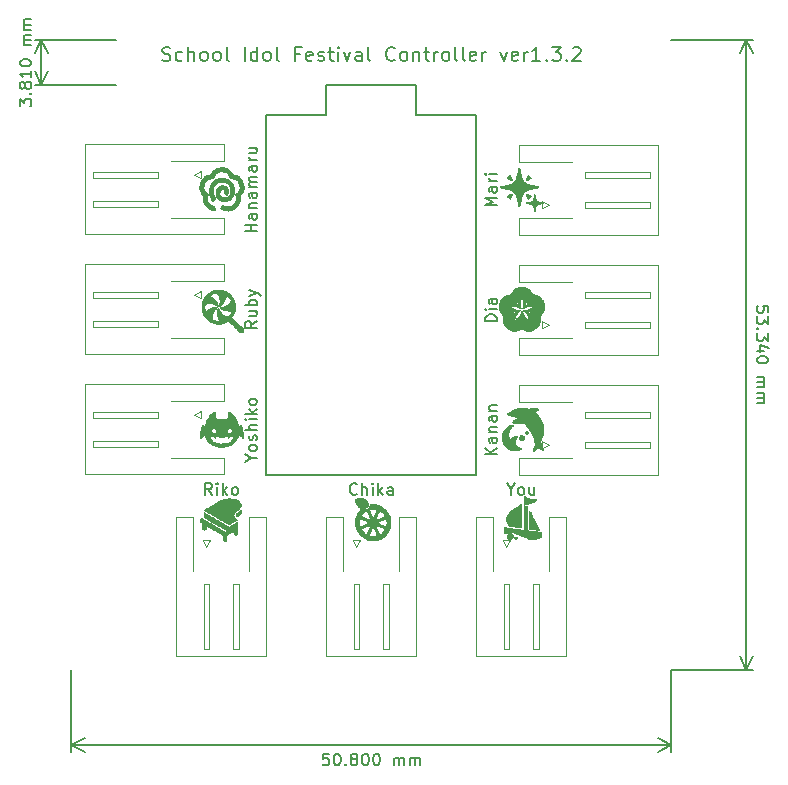
<source format=gbr>
G04 #@! TF.GenerationSoftware,KiCad,Pcbnew,(5.1.5)-3*
G04 #@! TF.CreationDate,2020-03-31T15:24:39+09:00*
G04 #@! TF.ProjectId,sif,7369662e-6b69-4636-9164-5f7063625858,rev?*
G04 #@! TF.SameCoordinates,Original*
G04 #@! TF.FileFunction,Legend,Top*
G04 #@! TF.FilePolarity,Positive*
%FSLAX46Y46*%
G04 Gerber Fmt 4.6, Leading zero omitted, Abs format (unit mm)*
G04 Created by KiCad (PCBNEW (5.1.5)-3) date 2020-03-31 15:24:39*
%MOMM*%
%LPD*%
G04 APERTURE LIST*
%ADD10C,0.150000*%
%ADD11C,0.200000*%
%ADD12C,0.010000*%
%ADD13C,0.120000*%
G04 APERTURE END LIST*
D10*
X8312380Y-18319285D02*
X8312380Y-17700238D01*
X8693333Y-18033571D01*
X8693333Y-17890714D01*
X8740952Y-17795476D01*
X8788571Y-17747857D01*
X8883809Y-17700238D01*
X9121904Y-17700238D01*
X9217142Y-17747857D01*
X9264761Y-17795476D01*
X9312380Y-17890714D01*
X9312380Y-18176428D01*
X9264761Y-18271666D01*
X9217142Y-18319285D01*
X9217142Y-17271666D02*
X9264761Y-17224047D01*
X9312380Y-17271666D01*
X9264761Y-17319285D01*
X9217142Y-17271666D01*
X9312380Y-17271666D01*
X8740952Y-16652619D02*
X8693333Y-16747857D01*
X8645714Y-16795476D01*
X8550476Y-16843095D01*
X8502857Y-16843095D01*
X8407619Y-16795476D01*
X8360000Y-16747857D01*
X8312380Y-16652619D01*
X8312380Y-16462142D01*
X8360000Y-16366904D01*
X8407619Y-16319285D01*
X8502857Y-16271666D01*
X8550476Y-16271666D01*
X8645714Y-16319285D01*
X8693333Y-16366904D01*
X8740952Y-16462142D01*
X8740952Y-16652619D01*
X8788571Y-16747857D01*
X8836190Y-16795476D01*
X8931428Y-16843095D01*
X9121904Y-16843095D01*
X9217142Y-16795476D01*
X9264761Y-16747857D01*
X9312380Y-16652619D01*
X9312380Y-16462142D01*
X9264761Y-16366904D01*
X9217142Y-16319285D01*
X9121904Y-16271666D01*
X8931428Y-16271666D01*
X8836190Y-16319285D01*
X8788571Y-16366904D01*
X8740952Y-16462142D01*
X9312380Y-15319285D02*
X9312380Y-15890714D01*
X9312380Y-15605000D02*
X8312380Y-15605000D01*
X8455238Y-15700238D01*
X8550476Y-15795476D01*
X8598095Y-15890714D01*
X8312380Y-14700238D02*
X8312380Y-14605000D01*
X8360000Y-14509761D01*
X8407619Y-14462142D01*
X8502857Y-14414523D01*
X8693333Y-14366904D01*
X8931428Y-14366904D01*
X9121904Y-14414523D01*
X9217142Y-14462142D01*
X9264761Y-14509761D01*
X9312380Y-14605000D01*
X9312380Y-14700238D01*
X9264761Y-14795476D01*
X9217142Y-14843095D01*
X9121904Y-14890714D01*
X8931428Y-14938333D01*
X8693333Y-14938333D01*
X8502857Y-14890714D01*
X8407619Y-14843095D01*
X8360000Y-14795476D01*
X8312380Y-14700238D01*
X9312380Y-13176428D02*
X8645714Y-13176428D01*
X8740952Y-13176428D02*
X8693333Y-13128809D01*
X8645714Y-13033571D01*
X8645714Y-12890714D01*
X8693333Y-12795476D01*
X8788571Y-12747857D01*
X9312380Y-12747857D01*
X8788571Y-12747857D02*
X8693333Y-12700238D01*
X8645714Y-12605000D01*
X8645714Y-12462142D01*
X8693333Y-12366904D01*
X8788571Y-12319285D01*
X9312380Y-12319285D01*
X9312380Y-11843095D02*
X8645714Y-11843095D01*
X8740952Y-11843095D02*
X8693333Y-11795476D01*
X8645714Y-11700238D01*
X8645714Y-11557380D01*
X8693333Y-11462142D01*
X8788571Y-11414523D01*
X9312380Y-11414523D01*
X8788571Y-11414523D02*
X8693333Y-11366904D01*
X8645714Y-11271666D01*
X8645714Y-11128809D01*
X8693333Y-11033571D01*
X8788571Y-10985952D01*
X9312380Y-10985952D01*
X10160000Y-16510000D02*
X10160000Y-12700000D01*
X16510000Y-16510000D02*
X9573579Y-16510000D01*
X16510000Y-12700000D02*
X9573579Y-12700000D01*
X10160000Y-12700000D02*
X10746421Y-13826504D01*
X10160000Y-12700000D02*
X9573579Y-13826504D01*
X10160000Y-16510000D02*
X10746421Y-15383496D01*
X10160000Y-16510000D02*
X9573579Y-15383496D01*
X34480952Y-73142380D02*
X34004761Y-73142380D01*
X33957142Y-73618571D01*
X34004761Y-73570952D01*
X34100000Y-73523333D01*
X34338095Y-73523333D01*
X34433333Y-73570952D01*
X34480952Y-73618571D01*
X34528571Y-73713809D01*
X34528571Y-73951904D01*
X34480952Y-74047142D01*
X34433333Y-74094761D01*
X34338095Y-74142380D01*
X34100000Y-74142380D01*
X34004761Y-74094761D01*
X33957142Y-74047142D01*
X35147619Y-73142380D02*
X35242857Y-73142380D01*
X35338095Y-73190000D01*
X35385714Y-73237619D01*
X35433333Y-73332857D01*
X35480952Y-73523333D01*
X35480952Y-73761428D01*
X35433333Y-73951904D01*
X35385714Y-74047142D01*
X35338095Y-74094761D01*
X35242857Y-74142380D01*
X35147619Y-74142380D01*
X35052380Y-74094761D01*
X35004761Y-74047142D01*
X34957142Y-73951904D01*
X34909523Y-73761428D01*
X34909523Y-73523333D01*
X34957142Y-73332857D01*
X35004761Y-73237619D01*
X35052380Y-73190000D01*
X35147619Y-73142380D01*
X35909523Y-74047142D02*
X35957142Y-74094761D01*
X35909523Y-74142380D01*
X35861904Y-74094761D01*
X35909523Y-74047142D01*
X35909523Y-74142380D01*
X36528571Y-73570952D02*
X36433333Y-73523333D01*
X36385714Y-73475714D01*
X36338095Y-73380476D01*
X36338095Y-73332857D01*
X36385714Y-73237619D01*
X36433333Y-73190000D01*
X36528571Y-73142380D01*
X36719047Y-73142380D01*
X36814285Y-73190000D01*
X36861904Y-73237619D01*
X36909523Y-73332857D01*
X36909523Y-73380476D01*
X36861904Y-73475714D01*
X36814285Y-73523333D01*
X36719047Y-73570952D01*
X36528571Y-73570952D01*
X36433333Y-73618571D01*
X36385714Y-73666190D01*
X36338095Y-73761428D01*
X36338095Y-73951904D01*
X36385714Y-74047142D01*
X36433333Y-74094761D01*
X36528571Y-74142380D01*
X36719047Y-74142380D01*
X36814285Y-74094761D01*
X36861904Y-74047142D01*
X36909523Y-73951904D01*
X36909523Y-73761428D01*
X36861904Y-73666190D01*
X36814285Y-73618571D01*
X36719047Y-73570952D01*
X37528571Y-73142380D02*
X37623809Y-73142380D01*
X37719047Y-73190000D01*
X37766666Y-73237619D01*
X37814285Y-73332857D01*
X37861904Y-73523333D01*
X37861904Y-73761428D01*
X37814285Y-73951904D01*
X37766666Y-74047142D01*
X37719047Y-74094761D01*
X37623809Y-74142380D01*
X37528571Y-74142380D01*
X37433333Y-74094761D01*
X37385714Y-74047142D01*
X37338095Y-73951904D01*
X37290476Y-73761428D01*
X37290476Y-73523333D01*
X37338095Y-73332857D01*
X37385714Y-73237619D01*
X37433333Y-73190000D01*
X37528571Y-73142380D01*
X38480952Y-73142380D02*
X38576190Y-73142380D01*
X38671428Y-73190000D01*
X38719047Y-73237619D01*
X38766666Y-73332857D01*
X38814285Y-73523333D01*
X38814285Y-73761428D01*
X38766666Y-73951904D01*
X38719047Y-74047142D01*
X38671428Y-74094761D01*
X38576190Y-74142380D01*
X38480952Y-74142380D01*
X38385714Y-74094761D01*
X38338095Y-74047142D01*
X38290476Y-73951904D01*
X38242857Y-73761428D01*
X38242857Y-73523333D01*
X38290476Y-73332857D01*
X38338095Y-73237619D01*
X38385714Y-73190000D01*
X38480952Y-73142380D01*
X40004761Y-74142380D02*
X40004761Y-73475714D01*
X40004761Y-73570952D02*
X40052380Y-73523333D01*
X40147619Y-73475714D01*
X40290476Y-73475714D01*
X40385714Y-73523333D01*
X40433333Y-73618571D01*
X40433333Y-74142380D01*
X40433333Y-73618571D02*
X40480952Y-73523333D01*
X40576190Y-73475714D01*
X40719047Y-73475714D01*
X40814285Y-73523333D01*
X40861904Y-73618571D01*
X40861904Y-74142380D01*
X41338095Y-74142380D02*
X41338095Y-73475714D01*
X41338095Y-73570952D02*
X41385714Y-73523333D01*
X41480952Y-73475714D01*
X41623809Y-73475714D01*
X41719047Y-73523333D01*
X41766666Y-73618571D01*
X41766666Y-74142380D01*
X41766666Y-73618571D02*
X41814285Y-73523333D01*
X41909523Y-73475714D01*
X42052380Y-73475714D01*
X42147619Y-73523333D01*
X42195238Y-73618571D01*
X42195238Y-74142380D01*
X12700000Y-72390000D02*
X63500000Y-72390000D01*
X12700000Y-66040000D02*
X12700000Y-72976421D01*
X63500000Y-66040000D02*
X63500000Y-72976421D01*
X63500000Y-72390000D02*
X62373496Y-72976421D01*
X63500000Y-72390000D02*
X62373496Y-71803579D01*
X12700000Y-72390000D02*
X13826504Y-72976421D01*
X12700000Y-72390000D02*
X13826504Y-71803579D01*
X71697619Y-35750952D02*
X71697619Y-35274761D01*
X71221428Y-35227142D01*
X71269047Y-35274761D01*
X71316666Y-35370000D01*
X71316666Y-35608095D01*
X71269047Y-35703333D01*
X71221428Y-35750952D01*
X71126190Y-35798571D01*
X70888095Y-35798571D01*
X70792857Y-35750952D01*
X70745238Y-35703333D01*
X70697619Y-35608095D01*
X70697619Y-35370000D01*
X70745238Y-35274761D01*
X70792857Y-35227142D01*
X71697619Y-36131904D02*
X71697619Y-36750952D01*
X71316666Y-36417619D01*
X71316666Y-36560476D01*
X71269047Y-36655714D01*
X71221428Y-36703333D01*
X71126190Y-36750952D01*
X70888095Y-36750952D01*
X70792857Y-36703333D01*
X70745238Y-36655714D01*
X70697619Y-36560476D01*
X70697619Y-36274761D01*
X70745238Y-36179523D01*
X70792857Y-36131904D01*
X70792857Y-37179523D02*
X70745238Y-37227142D01*
X70697619Y-37179523D01*
X70745238Y-37131904D01*
X70792857Y-37179523D01*
X70697619Y-37179523D01*
X71697619Y-37560476D02*
X71697619Y-38179523D01*
X71316666Y-37846190D01*
X71316666Y-37989047D01*
X71269047Y-38084285D01*
X71221428Y-38131904D01*
X71126190Y-38179523D01*
X70888095Y-38179523D01*
X70792857Y-38131904D01*
X70745238Y-38084285D01*
X70697619Y-37989047D01*
X70697619Y-37703333D01*
X70745238Y-37608095D01*
X70792857Y-37560476D01*
X71364285Y-39036666D02*
X70697619Y-39036666D01*
X71745238Y-38798571D02*
X71030952Y-38560476D01*
X71030952Y-39179523D01*
X71697619Y-39750952D02*
X71697619Y-39846190D01*
X71650000Y-39941428D01*
X71602380Y-39989047D01*
X71507142Y-40036666D01*
X71316666Y-40084285D01*
X71078571Y-40084285D01*
X70888095Y-40036666D01*
X70792857Y-39989047D01*
X70745238Y-39941428D01*
X70697619Y-39846190D01*
X70697619Y-39750952D01*
X70745238Y-39655714D01*
X70792857Y-39608095D01*
X70888095Y-39560476D01*
X71078571Y-39512857D01*
X71316666Y-39512857D01*
X71507142Y-39560476D01*
X71602380Y-39608095D01*
X71650000Y-39655714D01*
X71697619Y-39750952D01*
X70697619Y-41274761D02*
X71364285Y-41274761D01*
X71269047Y-41274761D02*
X71316666Y-41322380D01*
X71364285Y-41417619D01*
X71364285Y-41560476D01*
X71316666Y-41655714D01*
X71221428Y-41703333D01*
X70697619Y-41703333D01*
X71221428Y-41703333D02*
X71316666Y-41750952D01*
X71364285Y-41846190D01*
X71364285Y-41989047D01*
X71316666Y-42084285D01*
X71221428Y-42131904D01*
X70697619Y-42131904D01*
X70697619Y-42608095D02*
X71364285Y-42608095D01*
X71269047Y-42608095D02*
X71316666Y-42655714D01*
X71364285Y-42750952D01*
X71364285Y-42893809D01*
X71316666Y-42989047D01*
X71221428Y-43036666D01*
X70697619Y-43036666D01*
X71221428Y-43036666D02*
X71316666Y-43084285D01*
X71364285Y-43179523D01*
X71364285Y-43322380D01*
X71316666Y-43417619D01*
X71221428Y-43465238D01*
X70697619Y-43465238D01*
X69850000Y-12700000D02*
X69850000Y-66040000D01*
X63500000Y-12700000D02*
X70436421Y-12700000D01*
X63500000Y-66040000D02*
X70436421Y-66040000D01*
X69850000Y-66040000D02*
X69263579Y-64913496D01*
X69850000Y-66040000D02*
X70436421Y-64913496D01*
X69850000Y-12700000D02*
X69263579Y-13826504D01*
X69850000Y-12700000D02*
X70436421Y-13826504D01*
D11*
X20391666Y-14451666D02*
X20561666Y-14508333D01*
X20844999Y-14508333D01*
X20958333Y-14451666D01*
X21014999Y-14395000D01*
X21071666Y-14281666D01*
X21071666Y-14168333D01*
X21014999Y-14055000D01*
X20958333Y-13998333D01*
X20844999Y-13941666D01*
X20618333Y-13885000D01*
X20504999Y-13828333D01*
X20448333Y-13771666D01*
X20391666Y-13658333D01*
X20391666Y-13545000D01*
X20448333Y-13431666D01*
X20504999Y-13375000D01*
X20618333Y-13318333D01*
X20901666Y-13318333D01*
X21071666Y-13375000D01*
X22091666Y-14451666D02*
X21978333Y-14508333D01*
X21751666Y-14508333D01*
X21638333Y-14451666D01*
X21581666Y-14395000D01*
X21524999Y-14281666D01*
X21524999Y-13941666D01*
X21581666Y-13828333D01*
X21638333Y-13771666D01*
X21751666Y-13715000D01*
X21978333Y-13715000D01*
X22091666Y-13771666D01*
X22601666Y-14508333D02*
X22601666Y-13318333D01*
X23111666Y-14508333D02*
X23111666Y-13885000D01*
X23054999Y-13771666D01*
X22941666Y-13715000D01*
X22771666Y-13715000D01*
X22658333Y-13771666D01*
X22601666Y-13828333D01*
X23848333Y-14508333D02*
X23734999Y-14451666D01*
X23678333Y-14395000D01*
X23621666Y-14281666D01*
X23621666Y-13941666D01*
X23678333Y-13828333D01*
X23734999Y-13771666D01*
X23848333Y-13715000D01*
X24018333Y-13715000D01*
X24131666Y-13771666D01*
X24188333Y-13828333D01*
X24244999Y-13941666D01*
X24244999Y-14281666D01*
X24188333Y-14395000D01*
X24131666Y-14451666D01*
X24018333Y-14508333D01*
X23848333Y-14508333D01*
X24924999Y-14508333D02*
X24811666Y-14451666D01*
X24754999Y-14395000D01*
X24698333Y-14281666D01*
X24698333Y-13941666D01*
X24754999Y-13828333D01*
X24811666Y-13771666D01*
X24924999Y-13715000D01*
X25094999Y-13715000D01*
X25208333Y-13771666D01*
X25264999Y-13828333D01*
X25321666Y-13941666D01*
X25321666Y-14281666D01*
X25264999Y-14395000D01*
X25208333Y-14451666D01*
X25094999Y-14508333D01*
X24924999Y-14508333D01*
X26001666Y-14508333D02*
X25888333Y-14451666D01*
X25831666Y-14338333D01*
X25831666Y-13318333D01*
X27361666Y-14508333D02*
X27361666Y-13318333D01*
X28438333Y-14508333D02*
X28438333Y-13318333D01*
X28438333Y-14451666D02*
X28324999Y-14508333D01*
X28098333Y-14508333D01*
X27984999Y-14451666D01*
X27928333Y-14395000D01*
X27871666Y-14281666D01*
X27871666Y-13941666D01*
X27928333Y-13828333D01*
X27984999Y-13771666D01*
X28098333Y-13715000D01*
X28324999Y-13715000D01*
X28438333Y-13771666D01*
X29174999Y-14508333D02*
X29061666Y-14451666D01*
X29004999Y-14395000D01*
X28948333Y-14281666D01*
X28948333Y-13941666D01*
X29004999Y-13828333D01*
X29061666Y-13771666D01*
X29174999Y-13715000D01*
X29344999Y-13715000D01*
X29458333Y-13771666D01*
X29514999Y-13828333D01*
X29571666Y-13941666D01*
X29571666Y-14281666D01*
X29514999Y-14395000D01*
X29458333Y-14451666D01*
X29344999Y-14508333D01*
X29174999Y-14508333D01*
X30251666Y-14508333D02*
X30138333Y-14451666D01*
X30081666Y-14338333D01*
X30081666Y-13318333D01*
X32008333Y-13885000D02*
X31611666Y-13885000D01*
X31611666Y-14508333D02*
X31611666Y-13318333D01*
X32178333Y-13318333D01*
X33084999Y-14451666D02*
X32971666Y-14508333D01*
X32744999Y-14508333D01*
X32631666Y-14451666D01*
X32574999Y-14338333D01*
X32574999Y-13885000D01*
X32631666Y-13771666D01*
X32744999Y-13715000D01*
X32971666Y-13715000D01*
X33084999Y-13771666D01*
X33141666Y-13885000D01*
X33141666Y-13998333D01*
X32574999Y-14111666D01*
X33594999Y-14451666D02*
X33708333Y-14508333D01*
X33934999Y-14508333D01*
X34048333Y-14451666D01*
X34104999Y-14338333D01*
X34104999Y-14281666D01*
X34048333Y-14168333D01*
X33934999Y-14111666D01*
X33764999Y-14111666D01*
X33651666Y-14055000D01*
X33594999Y-13941666D01*
X33594999Y-13885000D01*
X33651666Y-13771666D01*
X33764999Y-13715000D01*
X33934999Y-13715000D01*
X34048333Y-13771666D01*
X34445000Y-13715000D02*
X34898333Y-13715000D01*
X34615000Y-13318333D02*
X34615000Y-14338333D01*
X34671666Y-14451666D01*
X34785000Y-14508333D01*
X34898333Y-14508333D01*
X35295000Y-14508333D02*
X35295000Y-13715000D01*
X35295000Y-13318333D02*
X35238333Y-13375000D01*
X35295000Y-13431666D01*
X35351666Y-13375000D01*
X35295000Y-13318333D01*
X35295000Y-13431666D01*
X35748333Y-13715000D02*
X36031666Y-14508333D01*
X36314999Y-13715000D01*
X37278333Y-14508333D02*
X37278333Y-13885000D01*
X37221666Y-13771666D01*
X37108333Y-13715000D01*
X36881666Y-13715000D01*
X36768333Y-13771666D01*
X37278333Y-14451666D02*
X37165000Y-14508333D01*
X36881666Y-14508333D01*
X36768333Y-14451666D01*
X36711666Y-14338333D01*
X36711666Y-14225000D01*
X36768333Y-14111666D01*
X36881666Y-14055000D01*
X37165000Y-14055000D01*
X37278333Y-13998333D01*
X38014999Y-14508333D02*
X37901666Y-14451666D01*
X37844999Y-14338333D01*
X37844999Y-13318333D01*
X40054999Y-14395000D02*
X39998333Y-14451666D01*
X39828333Y-14508333D01*
X39714999Y-14508333D01*
X39544999Y-14451666D01*
X39431666Y-14338333D01*
X39374999Y-14225000D01*
X39318333Y-13998333D01*
X39318333Y-13828333D01*
X39374999Y-13601666D01*
X39431666Y-13488333D01*
X39544999Y-13375000D01*
X39714999Y-13318333D01*
X39828333Y-13318333D01*
X39998333Y-13375000D01*
X40054999Y-13431666D01*
X40734999Y-14508333D02*
X40621666Y-14451666D01*
X40564999Y-14395000D01*
X40508333Y-14281666D01*
X40508333Y-13941666D01*
X40564999Y-13828333D01*
X40621666Y-13771666D01*
X40734999Y-13715000D01*
X40904999Y-13715000D01*
X41018333Y-13771666D01*
X41074999Y-13828333D01*
X41131666Y-13941666D01*
X41131666Y-14281666D01*
X41074999Y-14395000D01*
X41018333Y-14451666D01*
X40904999Y-14508333D01*
X40734999Y-14508333D01*
X41641666Y-13715000D02*
X41641666Y-14508333D01*
X41641666Y-13828333D02*
X41698333Y-13771666D01*
X41811666Y-13715000D01*
X41981666Y-13715000D01*
X42095000Y-13771666D01*
X42151666Y-13885000D01*
X42151666Y-14508333D01*
X42548333Y-13715000D02*
X43001666Y-13715000D01*
X42718333Y-13318333D02*
X42718333Y-14338333D01*
X42775000Y-14451666D01*
X42888333Y-14508333D01*
X43001666Y-14508333D01*
X43398333Y-14508333D02*
X43398333Y-13715000D01*
X43398333Y-13941666D02*
X43455000Y-13828333D01*
X43511666Y-13771666D01*
X43625000Y-13715000D01*
X43738333Y-13715000D01*
X44305000Y-14508333D02*
X44191666Y-14451666D01*
X44135000Y-14395000D01*
X44078333Y-14281666D01*
X44078333Y-13941666D01*
X44135000Y-13828333D01*
X44191666Y-13771666D01*
X44305000Y-13715000D01*
X44475000Y-13715000D01*
X44588333Y-13771666D01*
X44645000Y-13828333D01*
X44701666Y-13941666D01*
X44701666Y-14281666D01*
X44645000Y-14395000D01*
X44588333Y-14451666D01*
X44475000Y-14508333D01*
X44305000Y-14508333D01*
X45381666Y-14508333D02*
X45268333Y-14451666D01*
X45211666Y-14338333D01*
X45211666Y-13318333D01*
X46005000Y-14508333D02*
X45891666Y-14451666D01*
X45835000Y-14338333D01*
X45835000Y-13318333D01*
X46911666Y-14451666D02*
X46798333Y-14508333D01*
X46571666Y-14508333D01*
X46458333Y-14451666D01*
X46401666Y-14338333D01*
X46401666Y-13885000D01*
X46458333Y-13771666D01*
X46571666Y-13715000D01*
X46798333Y-13715000D01*
X46911666Y-13771666D01*
X46968333Y-13885000D01*
X46968333Y-13998333D01*
X46401666Y-14111666D01*
X47478333Y-14508333D02*
X47478333Y-13715000D01*
X47478333Y-13941666D02*
X47535000Y-13828333D01*
X47591666Y-13771666D01*
X47705000Y-13715000D01*
X47818333Y-13715000D01*
X49008333Y-13715000D02*
X49291666Y-14508333D01*
X49575000Y-13715000D01*
X50481666Y-14451666D02*
X50368333Y-14508333D01*
X50141666Y-14508333D01*
X50028333Y-14451666D01*
X49971666Y-14338333D01*
X49971666Y-13885000D01*
X50028333Y-13771666D01*
X50141666Y-13715000D01*
X50368333Y-13715000D01*
X50481666Y-13771666D01*
X50538333Y-13885000D01*
X50538333Y-13998333D01*
X49971666Y-14111666D01*
X51048333Y-14508333D02*
X51048333Y-13715000D01*
X51048333Y-13941666D02*
X51105000Y-13828333D01*
X51161666Y-13771666D01*
X51275000Y-13715000D01*
X51388333Y-13715000D01*
X52408333Y-14508333D02*
X51728333Y-14508333D01*
X52068333Y-14508333D02*
X52068333Y-13318333D01*
X51955000Y-13488333D01*
X51841666Y-13601666D01*
X51728333Y-13658333D01*
X52918333Y-14395000D02*
X52975000Y-14451666D01*
X52918333Y-14508333D01*
X52861666Y-14451666D01*
X52918333Y-14395000D01*
X52918333Y-14508333D01*
X53371666Y-13318333D02*
X54108333Y-13318333D01*
X53711666Y-13771666D01*
X53881666Y-13771666D01*
X53995000Y-13828333D01*
X54051666Y-13885000D01*
X54108333Y-13998333D01*
X54108333Y-14281666D01*
X54051666Y-14395000D01*
X53995000Y-14451666D01*
X53881666Y-14508333D01*
X53541666Y-14508333D01*
X53428333Y-14451666D01*
X53371666Y-14395000D01*
X54618333Y-14395000D02*
X54675000Y-14451666D01*
X54618333Y-14508333D01*
X54561666Y-14451666D01*
X54618333Y-14395000D01*
X54618333Y-14508333D01*
X55128333Y-13431666D02*
X55185000Y-13375000D01*
X55298333Y-13318333D01*
X55581666Y-13318333D01*
X55695000Y-13375000D01*
X55751666Y-13431666D01*
X55808333Y-13545000D01*
X55808333Y-13658333D01*
X55751666Y-13828333D01*
X55071666Y-14508333D01*
X55808333Y-14508333D01*
D12*
G36*
X51371933Y-24174535D02*
G01*
X51390040Y-24190292D01*
X51415205Y-24213607D01*
X51444983Y-24242068D01*
X51476927Y-24273261D01*
X51508591Y-24304775D01*
X51537529Y-24334198D01*
X51561295Y-24359119D01*
X51577442Y-24377124D01*
X51583524Y-24385802D01*
X51583526Y-24385860D01*
X51576443Y-24393913D01*
X51557140Y-24408352D01*
X51528535Y-24427359D01*
X51493547Y-24449111D01*
X51455094Y-24471790D01*
X51416095Y-24493573D01*
X51383473Y-24510642D01*
X51321775Y-24539824D01*
X51267225Y-24561995D01*
X51222124Y-24576323D01*
X51188771Y-24581978D01*
X51185946Y-24582034D01*
X51168774Y-24580242D01*
X51164337Y-24571325D01*
X51166380Y-24558356D01*
X51184889Y-24491484D01*
X51212075Y-24419671D01*
X51223688Y-24393635D01*
X51240183Y-24360568D01*
X51260634Y-24323081D01*
X51283220Y-24284105D01*
X51306118Y-24246576D01*
X51327507Y-24213426D01*
X51345566Y-24187589D01*
X51358473Y-24171998D01*
X51363331Y-24168746D01*
X51371933Y-24174535D01*
G37*
X51371933Y-24174535D02*
X51390040Y-24190292D01*
X51415205Y-24213607D01*
X51444983Y-24242068D01*
X51476927Y-24273261D01*
X51508591Y-24304775D01*
X51537529Y-24334198D01*
X51561295Y-24359119D01*
X51577442Y-24377124D01*
X51583524Y-24385802D01*
X51583526Y-24385860D01*
X51576443Y-24393913D01*
X51557140Y-24408352D01*
X51528535Y-24427359D01*
X51493547Y-24449111D01*
X51455094Y-24471790D01*
X51416095Y-24493573D01*
X51383473Y-24510642D01*
X51321775Y-24539824D01*
X51267225Y-24561995D01*
X51222124Y-24576323D01*
X51188771Y-24581978D01*
X51185946Y-24582034D01*
X51168774Y-24580242D01*
X51164337Y-24571325D01*
X51166380Y-24558356D01*
X51184889Y-24491484D01*
X51212075Y-24419671D01*
X51223688Y-24393635D01*
X51240183Y-24360568D01*
X51260634Y-24323081D01*
X51283220Y-24284105D01*
X51306118Y-24246576D01*
X51327507Y-24213426D01*
X51345566Y-24187589D01*
X51358473Y-24171998D01*
X51363331Y-24168746D01*
X51371933Y-24174535D01*
G36*
X49797522Y-24175818D02*
G01*
X49812246Y-24195071D01*
X49831537Y-24223557D01*
X49853560Y-24258330D01*
X49876485Y-24296443D01*
X49898480Y-24334950D01*
X49917712Y-24370905D01*
X49928379Y-24392611D01*
X49960538Y-24469105D01*
X49982276Y-24537997D01*
X49986024Y-24554051D01*
X49988957Y-24573036D01*
X49983581Y-24580457D01*
X49965635Y-24581453D01*
X49963345Y-24581405D01*
X49938860Y-24578110D01*
X49907160Y-24570344D01*
X49887322Y-24564022D01*
X49853867Y-24550675D01*
X49813768Y-24532318D01*
X49769675Y-24510437D01*
X49724242Y-24486516D01*
X49680119Y-24462042D01*
X49639958Y-24438498D01*
X49606412Y-24417371D01*
X49582132Y-24400145D01*
X49569769Y-24388305D01*
X49568746Y-24385607D01*
X49574623Y-24377136D01*
X49590622Y-24359305D01*
X49614293Y-24334522D01*
X49643189Y-24305197D01*
X49674860Y-24273738D01*
X49706857Y-24242554D01*
X49736732Y-24214054D01*
X49762036Y-24190647D01*
X49780319Y-24174742D01*
X49789134Y-24168748D01*
X49789194Y-24168746D01*
X49797522Y-24175818D01*
G37*
X49797522Y-24175818D02*
X49812246Y-24195071D01*
X49831537Y-24223557D01*
X49853560Y-24258330D01*
X49876485Y-24296443D01*
X49898480Y-24334950D01*
X49917712Y-24370905D01*
X49928379Y-24392611D01*
X49960538Y-24469105D01*
X49982276Y-24537997D01*
X49986024Y-24554051D01*
X49988957Y-24573036D01*
X49983581Y-24580457D01*
X49965635Y-24581453D01*
X49963345Y-24581405D01*
X49938860Y-24578110D01*
X49907160Y-24570344D01*
X49887322Y-24564022D01*
X49853867Y-24550675D01*
X49813768Y-24532318D01*
X49769675Y-24510437D01*
X49724242Y-24486516D01*
X49680119Y-24462042D01*
X49639958Y-24438498D01*
X49606412Y-24417371D01*
X49582132Y-24400145D01*
X49569769Y-24388305D01*
X49568746Y-24385607D01*
X49574623Y-24377136D01*
X49590622Y-24359305D01*
X49614293Y-24334522D01*
X49643189Y-24305197D01*
X49674860Y-24273738D01*
X49706857Y-24242554D01*
X49736732Y-24214054D01*
X49762036Y-24190647D01*
X49780319Y-24174742D01*
X49789134Y-24168748D01*
X49789194Y-24168746D01*
X49797522Y-24175818D01*
G36*
X51217881Y-25740456D02*
G01*
X51261815Y-25753880D01*
X51315447Y-25775238D01*
X51376479Y-25803697D01*
X51383473Y-25807189D01*
X51420981Y-25826904D01*
X51460343Y-25849051D01*
X51498657Y-25871816D01*
X51533020Y-25893384D01*
X51560528Y-25911942D01*
X51578278Y-25925674D01*
X51583526Y-25932225D01*
X51577649Y-25940695D01*
X51561650Y-25958526D01*
X51537978Y-25983309D01*
X51509083Y-26012634D01*
X51477412Y-26044093D01*
X51445415Y-26075277D01*
X51415540Y-26103777D01*
X51390236Y-26127184D01*
X51371953Y-26143089D01*
X51363138Y-26149083D01*
X51363078Y-26149085D01*
X51355143Y-26142169D01*
X51340572Y-26123384D01*
X51321507Y-26095676D01*
X51302024Y-26065136D01*
X51249793Y-25974815D01*
X51209971Y-25892791D01*
X51181485Y-25816647D01*
X51166380Y-25759475D01*
X51164626Y-25742608D01*
X51172599Y-25736507D01*
X51185946Y-25735797D01*
X51217881Y-25740456D01*
G37*
X51217881Y-25740456D02*
X51261815Y-25753880D01*
X51315447Y-25775238D01*
X51376479Y-25803697D01*
X51383473Y-25807189D01*
X51420981Y-25826904D01*
X51460343Y-25849051D01*
X51498657Y-25871816D01*
X51533020Y-25893384D01*
X51560528Y-25911942D01*
X51578278Y-25925674D01*
X51583526Y-25932225D01*
X51577649Y-25940695D01*
X51561650Y-25958526D01*
X51537978Y-25983309D01*
X51509083Y-26012634D01*
X51477412Y-26044093D01*
X51445415Y-26075277D01*
X51415540Y-26103777D01*
X51390236Y-26127184D01*
X51371953Y-26143089D01*
X51363138Y-26149083D01*
X51363078Y-26149085D01*
X51355143Y-26142169D01*
X51340572Y-26123384D01*
X51321507Y-26095676D01*
X51302024Y-26065136D01*
X51249793Y-25974815D01*
X51209971Y-25892791D01*
X51181485Y-25816647D01*
X51166380Y-25759475D01*
X51164626Y-25742608D01*
X51172599Y-25736507D01*
X51185946Y-25735797D01*
X51217881Y-25740456D01*
G36*
X49983341Y-25737071D02*
G01*
X49988880Y-25744381D01*
X49986198Y-25762964D01*
X49986024Y-25763780D01*
X49967183Y-25830115D01*
X49937580Y-25905007D01*
X49928379Y-25925221D01*
X49911949Y-25958034D01*
X49891533Y-25995317D01*
X49868962Y-26034129D01*
X49846067Y-26071530D01*
X49824679Y-26104581D01*
X49806630Y-26130340D01*
X49793750Y-26145868D01*
X49788940Y-26149085D01*
X49780023Y-26143260D01*
X49761233Y-26127111D01*
X49734735Y-26102630D01*
X49702692Y-26071805D01*
X49674091Y-26043486D01*
X49639725Y-26008712D01*
X49610053Y-25978067D01*
X49587049Y-25953640D01*
X49572688Y-25937523D01*
X49568746Y-25931971D01*
X49575864Y-25923773D01*
X49595320Y-25909213D01*
X49624272Y-25890050D01*
X49659874Y-25868048D01*
X49699282Y-25844967D01*
X49739652Y-25822570D01*
X49775390Y-25803986D01*
X49840951Y-25772901D01*
X49894015Y-25751509D01*
X49935964Y-25739316D01*
X49965799Y-25735797D01*
X49983341Y-25737071D01*
G37*
X49983341Y-25737071D02*
X49988880Y-25744381D01*
X49986198Y-25762964D01*
X49986024Y-25763780D01*
X49967183Y-25830115D01*
X49937580Y-25905007D01*
X49928379Y-25925221D01*
X49911949Y-25958034D01*
X49891533Y-25995317D01*
X49868962Y-26034129D01*
X49846067Y-26071530D01*
X49824679Y-26104581D01*
X49806630Y-26130340D01*
X49793750Y-26145868D01*
X49788940Y-26149085D01*
X49780023Y-26143260D01*
X49761233Y-26127111D01*
X49734735Y-26102630D01*
X49702692Y-26071805D01*
X49674091Y-26043486D01*
X49639725Y-26008712D01*
X49610053Y-25978067D01*
X49587049Y-25953640D01*
X49572688Y-25937523D01*
X49568746Y-25931971D01*
X49575864Y-25923773D01*
X49595320Y-25909213D01*
X49624272Y-25890050D01*
X49659874Y-25868048D01*
X49699282Y-25844967D01*
X49739652Y-25822570D01*
X49775390Y-25803986D01*
X49840951Y-25772901D01*
X49894015Y-25751509D01*
X49935964Y-25739316D01*
X49965799Y-25735797D01*
X49983341Y-25737071D01*
G36*
X50589173Y-23527093D02*
G01*
X50600638Y-23540214D01*
X50612386Y-23563534D01*
X50624802Y-23598242D01*
X50638271Y-23645526D01*
X50653180Y-23706575D01*
X50669915Y-23782577D01*
X50683979Y-23850513D01*
X50710192Y-23976819D01*
X50734519Y-24087635D01*
X50757401Y-24184537D01*
X50779274Y-24269096D01*
X50800580Y-24342887D01*
X50821755Y-24407483D01*
X50843241Y-24464459D01*
X50865474Y-24515387D01*
X50874805Y-24534678D01*
X50930945Y-24628595D01*
X51000402Y-24712693D01*
X51081478Y-24785242D01*
X51172469Y-24844515D01*
X51187458Y-24852458D01*
X51233017Y-24874683D01*
X51280666Y-24895311D01*
X51332189Y-24914850D01*
X51389369Y-24933813D01*
X51453991Y-24952710D01*
X51527839Y-24972051D01*
X51612696Y-24992346D01*
X51710347Y-25014107D01*
X51822575Y-25037844D01*
X51867473Y-25047091D01*
X51956685Y-25065766D01*
X52030162Y-25082143D01*
X52089174Y-25096634D01*
X52134992Y-25109651D01*
X52168887Y-25121607D01*
X52192128Y-25132914D01*
X52205988Y-25143984D01*
X52211735Y-25155230D01*
X52212068Y-25158916D01*
X52208308Y-25170768D01*
X52196195Y-25182313D01*
X52174478Y-25193962D01*
X52141905Y-25206127D01*
X52097226Y-25219221D01*
X52039190Y-25233655D01*
X51966544Y-25249842D01*
X51884213Y-25266945D01*
X51746542Y-25295574D01*
X51624576Y-25322692D01*
X51516933Y-25348918D01*
X51422229Y-25374867D01*
X51339082Y-25401156D01*
X51266107Y-25428401D01*
X51201923Y-25457218D01*
X51145146Y-25488223D01*
X51094393Y-25522034D01*
X51048280Y-25559266D01*
X51005426Y-25600536D01*
X50964446Y-25646459D01*
X50927143Y-25693440D01*
X50899790Y-25733987D01*
X50873488Y-25782559D01*
X50847886Y-25840267D01*
X50822635Y-25908223D01*
X50797386Y-25987539D01*
X50771789Y-26079329D01*
X50745495Y-26184703D01*
X50718154Y-26304775D01*
X50689416Y-26440655D01*
X50683979Y-26467318D01*
X50665612Y-26555384D01*
X50649362Y-26627601D01*
X50634842Y-26685156D01*
X50621668Y-26729240D01*
X50609452Y-26761039D01*
X50597809Y-26781742D01*
X50586353Y-26792538D01*
X50577603Y-26794848D01*
X50560615Y-26788130D01*
X50548312Y-26775475D01*
X50539729Y-26759972D01*
X50531199Y-26739251D01*
X50522256Y-26711508D01*
X50512433Y-26674939D01*
X50501264Y-26627742D01*
X50488281Y-26568114D01*
X50473017Y-26494250D01*
X50464190Y-26450441D01*
X50436997Y-26318150D01*
X50411333Y-26201459D01*
X50386614Y-26098876D01*
X50362259Y-26008911D01*
X50337685Y-25930073D01*
X50312312Y-25860870D01*
X50285557Y-25799812D01*
X50256839Y-25745408D01*
X50225575Y-25696167D01*
X50191183Y-25650598D01*
X50153082Y-25607209D01*
X50123158Y-25576613D01*
X50085169Y-25542023D01*
X50043908Y-25510368D01*
X49997988Y-25481137D01*
X49946022Y-25453821D01*
X49886624Y-25427910D01*
X49818407Y-25402892D01*
X49739985Y-25378259D01*
X49649970Y-25353500D01*
X49546978Y-25328105D01*
X49429620Y-25301564D01*
X49301831Y-25274466D01*
X49210814Y-25255293D01*
X49135500Y-25238562D01*
X49074608Y-25223865D01*
X49026860Y-25210793D01*
X48990974Y-25198936D01*
X48965672Y-25187887D01*
X48949673Y-25177235D01*
X48941698Y-25166573D01*
X48940204Y-25158916D01*
X48943668Y-25147447D01*
X48954903Y-25136287D01*
X48975173Y-25125024D01*
X49005742Y-25113248D01*
X49047874Y-25100549D01*
X49102834Y-25086516D01*
X49171885Y-25070739D01*
X49256291Y-25052807D01*
X49285559Y-25046791D01*
X49421736Y-25018250D01*
X49542205Y-24991260D01*
X49648346Y-24965218D01*
X49741536Y-24939521D01*
X49823152Y-24913567D01*
X49894574Y-24886753D01*
X49957179Y-24858477D01*
X50012345Y-24828137D01*
X50061450Y-24795130D01*
X50105873Y-24758853D01*
X50146991Y-24718704D01*
X50186183Y-24674081D01*
X50211649Y-24641905D01*
X50241503Y-24599230D01*
X50269346Y-24551435D01*
X50295630Y-24497136D01*
X50320805Y-24434946D01*
X50345324Y-24363483D01*
X50369639Y-24281360D01*
X50394199Y-24187193D01*
X50419458Y-24079596D01*
X50445867Y-23957186D01*
X50464190Y-23867390D01*
X50481923Y-23780260D01*
X50497240Y-23708678D01*
X50510611Y-23651217D01*
X50522507Y-23606448D01*
X50533397Y-23572943D01*
X50543751Y-23549275D01*
X50554041Y-23534014D01*
X50564737Y-23525734D01*
X50576308Y-23523006D01*
X50577603Y-23522983D01*
X50589173Y-23527093D01*
G37*
X50589173Y-23527093D02*
X50600638Y-23540214D01*
X50612386Y-23563534D01*
X50624802Y-23598242D01*
X50638271Y-23645526D01*
X50653180Y-23706575D01*
X50669915Y-23782577D01*
X50683979Y-23850513D01*
X50710192Y-23976819D01*
X50734519Y-24087635D01*
X50757401Y-24184537D01*
X50779274Y-24269096D01*
X50800580Y-24342887D01*
X50821755Y-24407483D01*
X50843241Y-24464459D01*
X50865474Y-24515387D01*
X50874805Y-24534678D01*
X50930945Y-24628595D01*
X51000402Y-24712693D01*
X51081478Y-24785242D01*
X51172469Y-24844515D01*
X51187458Y-24852458D01*
X51233017Y-24874683D01*
X51280666Y-24895311D01*
X51332189Y-24914850D01*
X51389369Y-24933813D01*
X51453991Y-24952710D01*
X51527839Y-24972051D01*
X51612696Y-24992346D01*
X51710347Y-25014107D01*
X51822575Y-25037844D01*
X51867473Y-25047091D01*
X51956685Y-25065766D01*
X52030162Y-25082143D01*
X52089174Y-25096634D01*
X52134992Y-25109651D01*
X52168887Y-25121607D01*
X52192128Y-25132914D01*
X52205988Y-25143984D01*
X52211735Y-25155230D01*
X52212068Y-25158916D01*
X52208308Y-25170768D01*
X52196195Y-25182313D01*
X52174478Y-25193962D01*
X52141905Y-25206127D01*
X52097226Y-25219221D01*
X52039190Y-25233655D01*
X51966544Y-25249842D01*
X51884213Y-25266945D01*
X51746542Y-25295574D01*
X51624576Y-25322692D01*
X51516933Y-25348918D01*
X51422229Y-25374867D01*
X51339082Y-25401156D01*
X51266107Y-25428401D01*
X51201923Y-25457218D01*
X51145146Y-25488223D01*
X51094393Y-25522034D01*
X51048280Y-25559266D01*
X51005426Y-25600536D01*
X50964446Y-25646459D01*
X50927143Y-25693440D01*
X50899790Y-25733987D01*
X50873488Y-25782559D01*
X50847886Y-25840267D01*
X50822635Y-25908223D01*
X50797386Y-25987539D01*
X50771789Y-26079329D01*
X50745495Y-26184703D01*
X50718154Y-26304775D01*
X50689416Y-26440655D01*
X50683979Y-26467318D01*
X50665612Y-26555384D01*
X50649362Y-26627601D01*
X50634842Y-26685156D01*
X50621668Y-26729240D01*
X50609452Y-26761039D01*
X50597809Y-26781742D01*
X50586353Y-26792538D01*
X50577603Y-26794848D01*
X50560615Y-26788130D01*
X50548312Y-26775475D01*
X50539729Y-26759972D01*
X50531199Y-26739251D01*
X50522256Y-26711508D01*
X50512433Y-26674939D01*
X50501264Y-26627742D01*
X50488281Y-26568114D01*
X50473017Y-26494250D01*
X50464190Y-26450441D01*
X50436997Y-26318150D01*
X50411333Y-26201459D01*
X50386614Y-26098876D01*
X50362259Y-26008911D01*
X50337685Y-25930073D01*
X50312312Y-25860870D01*
X50285557Y-25799812D01*
X50256839Y-25745408D01*
X50225575Y-25696167D01*
X50191183Y-25650598D01*
X50153082Y-25607209D01*
X50123158Y-25576613D01*
X50085169Y-25542023D01*
X50043908Y-25510368D01*
X49997988Y-25481137D01*
X49946022Y-25453821D01*
X49886624Y-25427910D01*
X49818407Y-25402892D01*
X49739985Y-25378259D01*
X49649970Y-25353500D01*
X49546978Y-25328105D01*
X49429620Y-25301564D01*
X49301831Y-25274466D01*
X49210814Y-25255293D01*
X49135500Y-25238562D01*
X49074608Y-25223865D01*
X49026860Y-25210793D01*
X48990974Y-25198936D01*
X48965672Y-25187887D01*
X48949673Y-25177235D01*
X48941698Y-25166573D01*
X48940204Y-25158916D01*
X48943668Y-25147447D01*
X48954903Y-25136287D01*
X48975173Y-25125024D01*
X49005742Y-25113248D01*
X49047874Y-25100549D01*
X49102834Y-25086516D01*
X49171885Y-25070739D01*
X49256291Y-25052807D01*
X49285559Y-25046791D01*
X49421736Y-25018250D01*
X49542205Y-24991260D01*
X49648346Y-24965218D01*
X49741536Y-24939521D01*
X49823152Y-24913567D01*
X49894574Y-24886753D01*
X49957179Y-24858477D01*
X50012345Y-24828137D01*
X50061450Y-24795130D01*
X50105873Y-24758853D01*
X50146991Y-24718704D01*
X50186183Y-24674081D01*
X50211649Y-24641905D01*
X50241503Y-24599230D01*
X50269346Y-24551435D01*
X50295630Y-24497136D01*
X50320805Y-24434946D01*
X50345324Y-24363483D01*
X50369639Y-24281360D01*
X50394199Y-24187193D01*
X50419458Y-24079596D01*
X50445867Y-23957186D01*
X50464190Y-23867390D01*
X50481923Y-23780260D01*
X50497240Y-23708678D01*
X50510611Y-23651217D01*
X50522507Y-23606448D01*
X50533397Y-23572943D01*
X50543751Y-23549275D01*
X50554041Y-23534014D01*
X50564737Y-23525734D01*
X50576308Y-23523006D01*
X50577603Y-23522983D01*
X50589173Y-23527093D01*
G36*
X51908495Y-25809026D02*
G01*
X51917696Y-25831853D01*
X51927301Y-25868393D01*
X51937894Y-25919941D01*
X51945292Y-25960454D01*
X51959669Y-26036138D01*
X51974995Y-26106864D01*
X51990584Y-26169961D01*
X52005751Y-26222759D01*
X52019811Y-26262586D01*
X52026706Y-26277766D01*
X52047131Y-26307365D01*
X52076640Y-26333178D01*
X52116808Y-26355918D01*
X52169207Y-26376292D01*
X52235411Y-26395011D01*
X52316992Y-26412785D01*
X52332611Y-26415784D01*
X52404148Y-26429371D01*
X52460545Y-26440403D01*
X52503599Y-26449439D01*
X52535106Y-26457039D01*
X52556861Y-26463761D01*
X52570663Y-26470164D01*
X52578306Y-26476807D01*
X52581588Y-26484251D01*
X52582305Y-26493052D01*
X52582305Y-26493492D01*
X52579943Y-26505751D01*
X52571352Y-26515794D01*
X52554279Y-26524519D01*
X52526472Y-26532824D01*
X52485677Y-26541606D01*
X52440930Y-26549797D01*
X52343151Y-26567990D01*
X52261403Y-26585567D01*
X52194523Y-26602877D01*
X52141349Y-26620270D01*
X52100717Y-26638096D01*
X52071466Y-26656706D01*
X52063890Y-26663289D01*
X52043325Y-26687557D01*
X52024490Y-26720319D01*
X52006883Y-26763122D01*
X51989995Y-26817516D01*
X51973324Y-26885048D01*
X51956362Y-26967266D01*
X51945589Y-27025673D01*
X51933953Y-27087746D01*
X51923721Y-27134019D01*
X51914312Y-27165799D01*
X51905144Y-27184390D01*
X51895635Y-27191099D01*
X51885205Y-27187231D01*
X51877233Y-27179159D01*
X51871236Y-27165624D01*
X51863814Y-27139888D01*
X51856292Y-27106750D01*
X51854051Y-27095210D01*
X51840200Y-27021159D01*
X51828828Y-26961581D01*
X51819400Y-26913991D01*
X51811377Y-26875908D01*
X51804223Y-26844849D01*
X51797400Y-26818331D01*
X51790370Y-26793873D01*
X51785300Y-26777469D01*
X51771460Y-26738502D01*
X51755526Y-26705568D01*
X51735798Y-26677763D01*
X51710575Y-26654178D01*
X51678158Y-26633906D01*
X51636847Y-26616042D01*
X51584943Y-26599677D01*
X51520746Y-26583906D01*
X51442557Y-26567820D01*
X51365609Y-26553545D01*
X51308787Y-26542943D01*
X51266857Y-26533976D01*
X51237665Y-26525837D01*
X51219055Y-26517724D01*
X51208874Y-26508832D01*
X51204967Y-26498357D01*
X51204678Y-26493492D01*
X51206662Y-26482149D01*
X51214048Y-26472714D01*
X51228992Y-26464383D01*
X51253648Y-26456352D01*
X51290171Y-26447816D01*
X51340716Y-26437971D01*
X51365609Y-26433439D01*
X51456170Y-26416422D01*
X51531306Y-26400429D01*
X51592725Y-26384726D01*
X51642132Y-26368578D01*
X51681233Y-26351251D01*
X51711735Y-26332011D01*
X51735343Y-26310123D01*
X51753765Y-26284854D01*
X51766232Y-26261017D01*
X51779090Y-26227160D01*
X51793359Y-26179831D01*
X51808163Y-26122630D01*
X51822629Y-26059153D01*
X51835880Y-25992997D01*
X51846627Y-25930436D01*
X51855754Y-25879127D01*
X51865071Y-25840096D01*
X51874054Y-25815383D01*
X51877494Y-25809894D01*
X51888977Y-25799340D01*
X51899116Y-25798620D01*
X51908495Y-25809026D01*
G37*
X51908495Y-25809026D02*
X51917696Y-25831853D01*
X51927301Y-25868393D01*
X51937894Y-25919941D01*
X51945292Y-25960454D01*
X51959669Y-26036138D01*
X51974995Y-26106864D01*
X51990584Y-26169961D01*
X52005751Y-26222759D01*
X52019811Y-26262586D01*
X52026706Y-26277766D01*
X52047131Y-26307365D01*
X52076640Y-26333178D01*
X52116808Y-26355918D01*
X52169207Y-26376292D01*
X52235411Y-26395011D01*
X52316992Y-26412785D01*
X52332611Y-26415784D01*
X52404148Y-26429371D01*
X52460545Y-26440403D01*
X52503599Y-26449439D01*
X52535106Y-26457039D01*
X52556861Y-26463761D01*
X52570663Y-26470164D01*
X52578306Y-26476807D01*
X52581588Y-26484251D01*
X52582305Y-26493052D01*
X52582305Y-26493492D01*
X52579943Y-26505751D01*
X52571352Y-26515794D01*
X52554279Y-26524519D01*
X52526472Y-26532824D01*
X52485677Y-26541606D01*
X52440930Y-26549797D01*
X52343151Y-26567990D01*
X52261403Y-26585567D01*
X52194523Y-26602877D01*
X52141349Y-26620270D01*
X52100717Y-26638096D01*
X52071466Y-26656706D01*
X52063890Y-26663289D01*
X52043325Y-26687557D01*
X52024490Y-26720319D01*
X52006883Y-26763122D01*
X51989995Y-26817516D01*
X51973324Y-26885048D01*
X51956362Y-26967266D01*
X51945589Y-27025673D01*
X51933953Y-27087746D01*
X51923721Y-27134019D01*
X51914312Y-27165799D01*
X51905144Y-27184390D01*
X51895635Y-27191099D01*
X51885205Y-27187231D01*
X51877233Y-27179159D01*
X51871236Y-27165624D01*
X51863814Y-27139888D01*
X51856292Y-27106750D01*
X51854051Y-27095210D01*
X51840200Y-27021159D01*
X51828828Y-26961581D01*
X51819400Y-26913991D01*
X51811377Y-26875908D01*
X51804223Y-26844849D01*
X51797400Y-26818331D01*
X51790370Y-26793873D01*
X51785300Y-26777469D01*
X51771460Y-26738502D01*
X51755526Y-26705568D01*
X51735798Y-26677763D01*
X51710575Y-26654178D01*
X51678158Y-26633906D01*
X51636847Y-26616042D01*
X51584943Y-26599677D01*
X51520746Y-26583906D01*
X51442557Y-26567820D01*
X51365609Y-26553545D01*
X51308787Y-26542943D01*
X51266857Y-26533976D01*
X51237665Y-26525837D01*
X51219055Y-26517724D01*
X51208874Y-26508832D01*
X51204967Y-26498357D01*
X51204678Y-26493492D01*
X51206662Y-26482149D01*
X51214048Y-26472714D01*
X51228992Y-26464383D01*
X51253648Y-26456352D01*
X51290171Y-26447816D01*
X51340716Y-26437971D01*
X51365609Y-26433439D01*
X51456170Y-26416422D01*
X51531306Y-26400429D01*
X51592725Y-26384726D01*
X51642132Y-26368578D01*
X51681233Y-26351251D01*
X51711735Y-26332011D01*
X51735343Y-26310123D01*
X51753765Y-26284854D01*
X51766232Y-26261017D01*
X51779090Y-26227160D01*
X51793359Y-26179831D01*
X51808163Y-26122630D01*
X51822629Y-26059153D01*
X51835880Y-25992997D01*
X51846627Y-25930436D01*
X51855754Y-25879127D01*
X51865071Y-25840096D01*
X51874054Y-25815383D01*
X51877494Y-25809894D01*
X51888977Y-25799340D01*
X51899116Y-25798620D01*
X51908495Y-25809026D01*
G36*
X50869500Y-33615636D02*
G01*
X50995501Y-33628613D01*
X51116181Y-33654025D01*
X51218772Y-33688077D01*
X51292362Y-33722159D01*
X51360724Y-33764033D01*
X51425407Y-33815218D01*
X51487957Y-33877234D01*
X51549922Y-33951601D01*
X51612849Y-34039838D01*
X51672130Y-34133263D01*
X51695297Y-34170723D01*
X51716546Y-34203695D01*
X51733685Y-34228873D01*
X51744522Y-34242945D01*
X51745316Y-34243750D01*
X51758761Y-34250689D01*
X51785566Y-34260112D01*
X51822246Y-34270939D01*
X51865315Y-34282086D01*
X51880577Y-34285707D01*
X52006086Y-34317964D01*
X52116139Y-34353484D01*
X52212365Y-34393407D01*
X52296397Y-34438874D01*
X52369865Y-34491024D01*
X52434401Y-34550999D01*
X52491637Y-34619937D01*
X52543204Y-34698979D01*
X52585430Y-34778295D01*
X52632046Y-34881227D01*
X52667122Y-34977089D01*
X52691764Y-35070499D01*
X52707079Y-35166074D01*
X52714173Y-35268433D01*
X52714981Y-35318916D01*
X52714947Y-35372040D01*
X52714297Y-35411880D01*
X52712538Y-35442370D01*
X52709182Y-35467445D01*
X52703737Y-35491040D01*
X52695713Y-35517090D01*
X52687146Y-35542231D01*
X52661838Y-35608323D01*
X52632124Y-35671512D01*
X52596344Y-35734411D01*
X52552842Y-35799632D01*
X52499959Y-35869787D01*
X52436037Y-35947488D01*
X52412468Y-35974965D01*
X52340252Y-36058438D01*
X52350608Y-36147168D01*
X52356152Y-36208461D01*
X52359642Y-36276925D01*
X52361118Y-36348649D01*
X52360619Y-36419719D01*
X52358183Y-36486224D01*
X52353850Y-36544251D01*
X52347658Y-36589887D01*
X52346126Y-36597526D01*
X52315171Y-36702060D01*
X52267356Y-36807026D01*
X52245453Y-36845904D01*
X52222191Y-36879651D01*
X52188605Y-36921069D01*
X52147744Y-36966977D01*
X52102656Y-37014195D01*
X52056389Y-37059545D01*
X52011993Y-37099846D01*
X51972516Y-37131919D01*
X51968083Y-37135188D01*
X51896483Y-37183167D01*
X51818510Y-37228246D01*
X51738437Y-37268347D01*
X51660535Y-37301392D01*
X51589078Y-37325301D01*
X51564438Y-37331574D01*
X51519882Y-37338853D01*
X51464965Y-37343530D01*
X51405092Y-37345550D01*
X51345665Y-37344860D01*
X51292090Y-37341409D01*
X51249769Y-37335142D01*
X51247729Y-37334681D01*
X51191762Y-37319888D01*
X51125312Y-37299408D01*
X51053441Y-37274960D01*
X50981210Y-37248265D01*
X50915098Y-37221641D01*
X50875590Y-37205366D01*
X50841017Y-37191923D01*
X50814874Y-37182616D01*
X50800657Y-37178750D01*
X50800000Y-37178712D01*
X50787232Y-37181935D01*
X50762172Y-37190734D01*
X50728317Y-37203805D01*
X50689161Y-37219846D01*
X50684903Y-37221641D01*
X50621987Y-37246986D01*
X50553932Y-37272252D01*
X50485669Y-37295755D01*
X50422129Y-37315811D01*
X50368244Y-37330738D01*
X50358330Y-37333130D01*
X50331261Y-37337624D01*
X50293426Y-37341579D01*
X50249583Y-37344759D01*
X50204491Y-37346927D01*
X50162907Y-37347846D01*
X50129589Y-37347279D01*
X50111187Y-37345425D01*
X50091738Y-37341485D01*
X50062095Y-37335461D01*
X50031258Y-37329183D01*
X49971822Y-37312829D01*
X49903449Y-37286900D01*
X49830043Y-37253294D01*
X49755511Y-37213908D01*
X49683757Y-37170639D01*
X49631918Y-37135188D01*
X49593269Y-37104366D01*
X49549320Y-37064918D01*
X49503120Y-37020025D01*
X49457718Y-36972866D01*
X49416163Y-36926621D01*
X49381502Y-36884469D01*
X49356784Y-36849590D01*
X49354548Y-36845904D01*
X49300465Y-36740635D01*
X49263328Y-36636008D01*
X49253875Y-36597526D01*
X49247298Y-36554988D01*
X49242571Y-36499237D01*
X49239734Y-36434187D01*
X49238825Y-36363751D01*
X49239883Y-36291839D01*
X49242947Y-36222367D01*
X49248057Y-36159245D01*
X49249392Y-36147168D01*
X49259749Y-36058438D01*
X49187533Y-35974965D01*
X49119643Y-35894231D01*
X49063334Y-35821896D01*
X49026159Y-35768564D01*
X50063130Y-35768564D01*
X50063185Y-35791443D01*
X50069332Y-35808969D01*
X50084602Y-35827977D01*
X50093487Y-35837072D01*
X50117337Y-35857994D01*
X50138060Y-35867848D01*
X50157833Y-35869966D01*
X50185464Y-35866111D01*
X50209392Y-35856771D01*
X50210355Y-35856160D01*
X50238314Y-35830282D01*
X50256985Y-35797852D01*
X50263514Y-35764459D01*
X50262497Y-35754069D01*
X50249821Y-35725325D01*
X50225716Y-35697761D01*
X50195517Y-35676499D01*
X50172726Y-35667906D01*
X50138268Y-35668343D01*
X50107170Y-35683315D01*
X50082349Y-35710140D01*
X50066724Y-35746139D01*
X50063130Y-35768564D01*
X49026159Y-35768564D01*
X49016947Y-35755350D01*
X48978826Y-35691979D01*
X48947311Y-35629172D01*
X48920745Y-35564316D01*
X48912855Y-35542231D01*
X48902425Y-35511407D01*
X48894965Y-35486175D01*
X48889984Y-35462597D01*
X48886992Y-35436741D01*
X48885498Y-35404670D01*
X48885013Y-35362450D01*
X48885020Y-35318916D01*
X48888355Y-35222279D01*
X49751832Y-35222279D01*
X49756683Y-35232417D01*
X49770682Y-35246050D01*
X49779770Y-35253579D01*
X49818019Y-35283196D01*
X49864223Y-35317061D01*
X49913942Y-35352094D01*
X49962735Y-35385214D01*
X50006163Y-35413339D01*
X50035187Y-35430816D01*
X50133567Y-35482182D01*
X50229472Y-35522296D01*
X50327498Y-35552553D01*
X50432242Y-35574351D01*
X50548300Y-35589088D01*
X50558916Y-35590068D01*
X50593414Y-35593467D01*
X50625362Y-35597116D01*
X50643499Y-35599582D01*
X50672116Y-35604069D01*
X50630583Y-35639804D01*
X50578546Y-35686419D01*
X50525063Y-35737598D01*
X50473195Y-35790163D01*
X50426002Y-35840935D01*
X50386548Y-35886735D01*
X50361515Y-35919194D01*
X50326478Y-35971329D01*
X50295242Y-36024608D01*
X50266315Y-36082220D01*
X50238208Y-36147355D01*
X50209431Y-36223201D01*
X50180902Y-36305723D01*
X50163395Y-36359768D01*
X50151929Y-36399319D01*
X50146141Y-36425866D01*
X50145670Y-36440901D01*
X50147177Y-36444410D01*
X50150616Y-36448242D01*
X50154709Y-36450025D01*
X50161276Y-36448628D01*
X50172134Y-36442924D01*
X50189105Y-36431785D01*
X50214008Y-36414081D01*
X50248663Y-36388685D01*
X50294889Y-36354468D01*
X50308581Y-36344319D01*
X50372906Y-36293713D01*
X50436868Y-36238029D01*
X50450357Y-36225152D01*
X50693234Y-36225152D01*
X50700917Y-36260457D01*
X50721273Y-36292973D01*
X50750267Y-36318552D01*
X50783862Y-36333047D01*
X50800000Y-36334851D01*
X50821962Y-36330368D01*
X50846733Y-36319438D01*
X50849041Y-36318074D01*
X50882873Y-36289179D01*
X50902434Y-36253541D01*
X50906766Y-36225152D01*
X50903911Y-36204041D01*
X50893194Y-36184933D01*
X50871394Y-36162119D01*
X50870937Y-36161693D01*
X50846506Y-36141246D01*
X50825945Y-36131172D01*
X50802499Y-36128287D01*
X50800000Y-36128272D01*
X50775960Y-36130662D01*
X50755415Y-36139954D01*
X50731613Y-36159330D01*
X50729064Y-36161693D01*
X50707060Y-36184612D01*
X50696191Y-36203734D01*
X50693235Y-36224769D01*
X50693234Y-36225152D01*
X50450357Y-36225152D01*
X50497127Y-36180504D01*
X50550341Y-36124374D01*
X50593169Y-36072874D01*
X50603804Y-36058371D01*
X50632595Y-36015054D01*
X50661284Y-35966433D01*
X50691092Y-35910129D01*
X50723241Y-35843764D01*
X50758955Y-35764959D01*
X50783546Y-35708526D01*
X50792631Y-35690004D01*
X50799333Y-35680775D01*
X50800000Y-35680543D01*
X50805953Y-35687594D01*
X50814867Y-35704924D01*
X50816455Y-35708526D01*
X50855007Y-35796284D01*
X50889234Y-35870120D01*
X50920357Y-35932412D01*
X50949600Y-35985539D01*
X50978183Y-36031881D01*
X50996197Y-36058371D01*
X51049349Y-36124856D01*
X51118292Y-36196211D01*
X51202456Y-36271925D01*
X51301274Y-36351488D01*
X51414177Y-36434390D01*
X51416812Y-36436245D01*
X51435682Y-36447732D01*
X51447993Y-36450199D01*
X51453767Y-36442422D01*
X51453025Y-36423177D01*
X51445788Y-36391239D01*
X51432077Y-36345385D01*
X51419099Y-36305723D01*
X51388373Y-36217120D01*
X51359697Y-36142180D01*
X51331581Y-36077715D01*
X51302534Y-36020535D01*
X51271066Y-35967451D01*
X51238486Y-35919194D01*
X51207950Y-35880068D01*
X51167091Y-35833286D01*
X51118971Y-35782027D01*
X51108259Y-35771266D01*
X51336215Y-35771266D01*
X51343527Y-35802047D01*
X51346645Y-35807581D01*
X51377038Y-35844479D01*
X51411864Y-35865223D01*
X51440318Y-35869924D01*
X51463785Y-35867324D01*
X51483867Y-35857224D01*
X51506513Y-35837072D01*
X51526071Y-35815691D01*
X51535349Y-35798405D01*
X51537377Y-35778380D01*
X51536871Y-35768564D01*
X51526597Y-35724933D01*
X51502828Y-35691911D01*
X51479494Y-35675871D01*
X51447216Y-35667377D01*
X51414596Y-35672311D01*
X51384409Y-35687919D01*
X51359432Y-35711450D01*
X51342442Y-35740149D01*
X51336215Y-35771266D01*
X51108259Y-35771266D01*
X51066650Y-35729469D01*
X51013190Y-35678790D01*
X50969417Y-35639804D01*
X50927885Y-35604069D01*
X50956502Y-35599582D01*
X50980629Y-35596387D01*
X51013771Y-35592714D01*
X51041085Y-35590068D01*
X51158326Y-35575870D01*
X51263859Y-35554731D01*
X51362280Y-35525253D01*
X51458187Y-35486039D01*
X51556175Y-35435691D01*
X51564814Y-35430816D01*
X51600327Y-35409248D01*
X51644926Y-35380104D01*
X51694171Y-35346465D01*
X51743622Y-35311412D01*
X51788838Y-35278026D01*
X51820231Y-35253579D01*
X51837968Y-35238191D01*
X51847171Y-35226512D01*
X51846496Y-35218075D01*
X51834602Y-35212413D01*
X51810144Y-35209059D01*
X51771781Y-35207547D01*
X51718168Y-35207408D01*
X51688192Y-35207676D01*
X51588871Y-35209873D01*
X51503306Y-35214605D01*
X51428126Y-35222604D01*
X51359962Y-35234601D01*
X51295442Y-35251329D01*
X51231197Y-35273519D01*
X51163857Y-35301904D01*
X51090051Y-35337215D01*
X51088731Y-35337874D01*
X51045651Y-35360273D01*
X51000749Y-35385045D01*
X50960848Y-35408370D01*
X50943534Y-35419178D01*
X50915952Y-35436531D01*
X50894484Y-35449112D01*
X50882671Y-35454881D01*
X50881500Y-35454947D01*
X50882118Y-35445952D01*
X50886104Y-35424404D01*
X50892665Y-35394455D01*
X50894855Y-35385131D01*
X50914777Y-35294336D01*
X50928471Y-35213576D01*
X50936669Y-35137138D01*
X50940102Y-35059305D01*
X50940314Y-35030475D01*
X50939997Y-35011790D01*
X51093360Y-35011790D01*
X51094924Y-35030920D01*
X51106548Y-35071557D01*
X51129034Y-35101602D01*
X51159196Y-35119856D01*
X51193849Y-35125118D01*
X51229808Y-35116189D01*
X51261887Y-35093847D01*
X51287001Y-35062474D01*
X51296209Y-35030783D01*
X51290587Y-34995449D01*
X51270904Y-34960123D01*
X51240602Y-34935059D01*
X51203757Y-34923335D01*
X51194395Y-34922848D01*
X51171169Y-34925050D01*
X51151906Y-34933833D01*
X51130052Y-34952462D01*
X51125065Y-34957384D01*
X51105353Y-34978324D01*
X51095684Y-34994264D01*
X51093360Y-35011790D01*
X50939997Y-35011790D01*
X50939497Y-34982325D01*
X50937345Y-34936385D01*
X50934169Y-34897384D01*
X50930280Y-34870056D01*
X50929563Y-34866882D01*
X50922343Y-34835977D01*
X50916368Y-34807542D01*
X50914624Y-34798000D01*
X50909485Y-34774502D01*
X50900468Y-34740488D01*
X50888592Y-34699178D01*
X50874877Y-34653791D01*
X50860342Y-34607546D01*
X50846008Y-34563664D01*
X50832894Y-34525362D01*
X50822020Y-34495861D01*
X50814405Y-34478380D01*
X50812454Y-34475426D01*
X50800852Y-34467179D01*
X50790062Y-34472949D01*
X50787547Y-34475426D01*
X50781573Y-34487015D01*
X50771919Y-34511951D01*
X50759604Y-34547014D01*
X50745650Y-34588986D01*
X50731075Y-34634647D01*
X50716898Y-34680778D01*
X50704141Y-34724159D01*
X50693821Y-34761570D01*
X50686960Y-34789794D01*
X50685377Y-34798000D01*
X50680679Y-34822049D01*
X50673767Y-34853030D01*
X50670438Y-34866882D01*
X50666458Y-34891729D01*
X50663137Y-34929061D01*
X50660787Y-34974146D01*
X50659719Y-35022253D01*
X50659687Y-35030475D01*
X50661616Y-35110160D01*
X50668051Y-35186438D01*
X50679724Y-35265023D01*
X50697368Y-35351629D01*
X50705146Y-35385131D01*
X50712285Y-35416687D01*
X50717072Y-35441006D01*
X50718713Y-35453934D01*
X50718500Y-35454947D01*
X50710602Y-35451841D01*
X50691894Y-35441257D01*
X50665916Y-35425236D01*
X50656467Y-35419178D01*
X50622210Y-35398272D01*
X50579209Y-35373822D01*
X50534284Y-35349648D01*
X50511269Y-35337874D01*
X50437326Y-35302440D01*
X50369904Y-35273944D01*
X50305635Y-35251656D01*
X50241148Y-35234842D01*
X50173073Y-35222771D01*
X50098039Y-35214711D01*
X50012677Y-35209930D01*
X49913616Y-35207696D01*
X49911809Y-35207676D01*
X49850772Y-35207341D01*
X49805600Y-35208167D01*
X49774947Y-35210621D01*
X49757472Y-35215169D01*
X49751832Y-35222279D01*
X48888355Y-35222279D01*
X48888714Y-35211901D01*
X48900121Y-35113788D01*
X48918214Y-35029855D01*
X50303640Y-35029855D01*
X50312159Y-35060187D01*
X50333866Y-35089488D01*
X50363585Y-35115903D01*
X50391928Y-35127093D01*
X50423024Y-35124153D01*
X50440802Y-35117765D01*
X50475742Y-35096154D01*
X50496756Y-35065599D01*
X50505077Y-35030920D01*
X50506625Y-35007544D01*
X50502945Y-34990917D01*
X50491338Y-34974455D01*
X50474936Y-34957384D01*
X50451848Y-34936515D01*
X50432598Y-34926113D01*
X50410629Y-34922911D01*
X50405606Y-34922848D01*
X50367737Y-34930920D01*
X50335514Y-34953160D01*
X50312833Y-34986606D01*
X50309172Y-34996181D01*
X50303640Y-35029855D01*
X48918214Y-35029855D01*
X48920348Y-35019958D01*
X48950501Y-34925794D01*
X48991687Y-34826677D01*
X49014571Y-34778295D01*
X49062480Y-34689357D01*
X49114615Y-34611532D01*
X49172606Y-34543681D01*
X49238084Y-34484662D01*
X49312682Y-34433337D01*
X49398031Y-34388564D01*
X49495761Y-34349204D01*
X49607505Y-34314117D01*
X49719424Y-34285707D01*
X49763855Y-34274694D01*
X49803065Y-34263639D01*
X49833569Y-34253625D01*
X49851881Y-34245733D01*
X49854684Y-34243750D01*
X49864591Y-34231280D01*
X49881070Y-34207296D01*
X49901930Y-34175107D01*
X49924978Y-34138023D01*
X49927871Y-34133263D01*
X49993013Y-34031114D01*
X50055787Y-33944215D01*
X50117741Y-33871046D01*
X50180423Y-33810088D01*
X50245379Y-33759821D01*
X50314157Y-33718727D01*
X50381229Y-33688077D01*
X50494044Y-33651315D01*
X50615325Y-33626987D01*
X50741626Y-33615094D01*
X50869500Y-33615636D01*
G37*
X50869500Y-33615636D02*
X50995501Y-33628613D01*
X51116181Y-33654025D01*
X51218772Y-33688077D01*
X51292362Y-33722159D01*
X51360724Y-33764033D01*
X51425407Y-33815218D01*
X51487957Y-33877234D01*
X51549922Y-33951601D01*
X51612849Y-34039838D01*
X51672130Y-34133263D01*
X51695297Y-34170723D01*
X51716546Y-34203695D01*
X51733685Y-34228873D01*
X51744522Y-34242945D01*
X51745316Y-34243750D01*
X51758761Y-34250689D01*
X51785566Y-34260112D01*
X51822246Y-34270939D01*
X51865315Y-34282086D01*
X51880577Y-34285707D01*
X52006086Y-34317964D01*
X52116139Y-34353484D01*
X52212365Y-34393407D01*
X52296397Y-34438874D01*
X52369865Y-34491024D01*
X52434401Y-34550999D01*
X52491637Y-34619937D01*
X52543204Y-34698979D01*
X52585430Y-34778295D01*
X52632046Y-34881227D01*
X52667122Y-34977089D01*
X52691764Y-35070499D01*
X52707079Y-35166074D01*
X52714173Y-35268433D01*
X52714981Y-35318916D01*
X52714947Y-35372040D01*
X52714297Y-35411880D01*
X52712538Y-35442370D01*
X52709182Y-35467445D01*
X52703737Y-35491040D01*
X52695713Y-35517090D01*
X52687146Y-35542231D01*
X52661838Y-35608323D01*
X52632124Y-35671512D01*
X52596344Y-35734411D01*
X52552842Y-35799632D01*
X52499959Y-35869787D01*
X52436037Y-35947488D01*
X52412468Y-35974965D01*
X52340252Y-36058438D01*
X52350608Y-36147168D01*
X52356152Y-36208461D01*
X52359642Y-36276925D01*
X52361118Y-36348649D01*
X52360619Y-36419719D01*
X52358183Y-36486224D01*
X52353850Y-36544251D01*
X52347658Y-36589887D01*
X52346126Y-36597526D01*
X52315171Y-36702060D01*
X52267356Y-36807026D01*
X52245453Y-36845904D01*
X52222191Y-36879651D01*
X52188605Y-36921069D01*
X52147744Y-36966977D01*
X52102656Y-37014195D01*
X52056389Y-37059545D01*
X52011993Y-37099846D01*
X51972516Y-37131919D01*
X51968083Y-37135188D01*
X51896483Y-37183167D01*
X51818510Y-37228246D01*
X51738437Y-37268347D01*
X51660535Y-37301392D01*
X51589078Y-37325301D01*
X51564438Y-37331574D01*
X51519882Y-37338853D01*
X51464965Y-37343530D01*
X51405092Y-37345550D01*
X51345665Y-37344860D01*
X51292090Y-37341409D01*
X51249769Y-37335142D01*
X51247729Y-37334681D01*
X51191762Y-37319888D01*
X51125312Y-37299408D01*
X51053441Y-37274960D01*
X50981210Y-37248265D01*
X50915098Y-37221641D01*
X50875590Y-37205366D01*
X50841017Y-37191923D01*
X50814874Y-37182616D01*
X50800657Y-37178750D01*
X50800000Y-37178712D01*
X50787232Y-37181935D01*
X50762172Y-37190734D01*
X50728317Y-37203805D01*
X50689161Y-37219846D01*
X50684903Y-37221641D01*
X50621987Y-37246986D01*
X50553932Y-37272252D01*
X50485669Y-37295755D01*
X50422129Y-37315811D01*
X50368244Y-37330738D01*
X50358330Y-37333130D01*
X50331261Y-37337624D01*
X50293426Y-37341579D01*
X50249583Y-37344759D01*
X50204491Y-37346927D01*
X50162907Y-37347846D01*
X50129589Y-37347279D01*
X50111187Y-37345425D01*
X50091738Y-37341485D01*
X50062095Y-37335461D01*
X50031258Y-37329183D01*
X49971822Y-37312829D01*
X49903449Y-37286900D01*
X49830043Y-37253294D01*
X49755511Y-37213908D01*
X49683757Y-37170639D01*
X49631918Y-37135188D01*
X49593269Y-37104366D01*
X49549320Y-37064918D01*
X49503120Y-37020025D01*
X49457718Y-36972866D01*
X49416163Y-36926621D01*
X49381502Y-36884469D01*
X49356784Y-36849590D01*
X49354548Y-36845904D01*
X49300465Y-36740635D01*
X49263328Y-36636008D01*
X49253875Y-36597526D01*
X49247298Y-36554988D01*
X49242571Y-36499237D01*
X49239734Y-36434187D01*
X49238825Y-36363751D01*
X49239883Y-36291839D01*
X49242947Y-36222367D01*
X49248057Y-36159245D01*
X49249392Y-36147168D01*
X49259749Y-36058438D01*
X49187533Y-35974965D01*
X49119643Y-35894231D01*
X49063334Y-35821896D01*
X49026159Y-35768564D01*
X50063130Y-35768564D01*
X50063185Y-35791443D01*
X50069332Y-35808969D01*
X50084602Y-35827977D01*
X50093487Y-35837072D01*
X50117337Y-35857994D01*
X50138060Y-35867848D01*
X50157833Y-35869966D01*
X50185464Y-35866111D01*
X50209392Y-35856771D01*
X50210355Y-35856160D01*
X50238314Y-35830282D01*
X50256985Y-35797852D01*
X50263514Y-35764459D01*
X50262497Y-35754069D01*
X50249821Y-35725325D01*
X50225716Y-35697761D01*
X50195517Y-35676499D01*
X50172726Y-35667906D01*
X50138268Y-35668343D01*
X50107170Y-35683315D01*
X50082349Y-35710140D01*
X50066724Y-35746139D01*
X50063130Y-35768564D01*
X49026159Y-35768564D01*
X49016947Y-35755350D01*
X48978826Y-35691979D01*
X48947311Y-35629172D01*
X48920745Y-35564316D01*
X48912855Y-35542231D01*
X48902425Y-35511407D01*
X48894965Y-35486175D01*
X48889984Y-35462597D01*
X48886992Y-35436741D01*
X48885498Y-35404670D01*
X48885013Y-35362450D01*
X48885020Y-35318916D01*
X48888355Y-35222279D01*
X49751832Y-35222279D01*
X49756683Y-35232417D01*
X49770682Y-35246050D01*
X49779770Y-35253579D01*
X49818019Y-35283196D01*
X49864223Y-35317061D01*
X49913942Y-35352094D01*
X49962735Y-35385214D01*
X50006163Y-35413339D01*
X50035187Y-35430816D01*
X50133567Y-35482182D01*
X50229472Y-35522296D01*
X50327498Y-35552553D01*
X50432242Y-35574351D01*
X50548300Y-35589088D01*
X50558916Y-35590068D01*
X50593414Y-35593467D01*
X50625362Y-35597116D01*
X50643499Y-35599582D01*
X50672116Y-35604069D01*
X50630583Y-35639804D01*
X50578546Y-35686419D01*
X50525063Y-35737598D01*
X50473195Y-35790163D01*
X50426002Y-35840935D01*
X50386548Y-35886735D01*
X50361515Y-35919194D01*
X50326478Y-35971329D01*
X50295242Y-36024608D01*
X50266315Y-36082220D01*
X50238208Y-36147355D01*
X50209431Y-36223201D01*
X50180902Y-36305723D01*
X50163395Y-36359768D01*
X50151929Y-36399319D01*
X50146141Y-36425866D01*
X50145670Y-36440901D01*
X50147177Y-36444410D01*
X50150616Y-36448242D01*
X50154709Y-36450025D01*
X50161276Y-36448628D01*
X50172134Y-36442924D01*
X50189105Y-36431785D01*
X50214008Y-36414081D01*
X50248663Y-36388685D01*
X50294889Y-36354468D01*
X50308581Y-36344319D01*
X50372906Y-36293713D01*
X50436868Y-36238029D01*
X50450357Y-36225152D01*
X50693234Y-36225152D01*
X50700917Y-36260457D01*
X50721273Y-36292973D01*
X50750267Y-36318552D01*
X50783862Y-36333047D01*
X50800000Y-36334851D01*
X50821962Y-36330368D01*
X50846733Y-36319438D01*
X50849041Y-36318074D01*
X50882873Y-36289179D01*
X50902434Y-36253541D01*
X50906766Y-36225152D01*
X50903911Y-36204041D01*
X50893194Y-36184933D01*
X50871394Y-36162119D01*
X50870937Y-36161693D01*
X50846506Y-36141246D01*
X50825945Y-36131172D01*
X50802499Y-36128287D01*
X50800000Y-36128272D01*
X50775960Y-36130662D01*
X50755415Y-36139954D01*
X50731613Y-36159330D01*
X50729064Y-36161693D01*
X50707060Y-36184612D01*
X50696191Y-36203734D01*
X50693235Y-36224769D01*
X50693234Y-36225152D01*
X50450357Y-36225152D01*
X50497127Y-36180504D01*
X50550341Y-36124374D01*
X50593169Y-36072874D01*
X50603804Y-36058371D01*
X50632595Y-36015054D01*
X50661284Y-35966433D01*
X50691092Y-35910129D01*
X50723241Y-35843764D01*
X50758955Y-35764959D01*
X50783546Y-35708526D01*
X50792631Y-35690004D01*
X50799333Y-35680775D01*
X50800000Y-35680543D01*
X50805953Y-35687594D01*
X50814867Y-35704924D01*
X50816455Y-35708526D01*
X50855007Y-35796284D01*
X50889234Y-35870120D01*
X50920357Y-35932412D01*
X50949600Y-35985539D01*
X50978183Y-36031881D01*
X50996197Y-36058371D01*
X51049349Y-36124856D01*
X51118292Y-36196211D01*
X51202456Y-36271925D01*
X51301274Y-36351488D01*
X51414177Y-36434390D01*
X51416812Y-36436245D01*
X51435682Y-36447732D01*
X51447993Y-36450199D01*
X51453767Y-36442422D01*
X51453025Y-36423177D01*
X51445788Y-36391239D01*
X51432077Y-36345385D01*
X51419099Y-36305723D01*
X51388373Y-36217120D01*
X51359697Y-36142180D01*
X51331581Y-36077715D01*
X51302534Y-36020535D01*
X51271066Y-35967451D01*
X51238486Y-35919194D01*
X51207950Y-35880068D01*
X51167091Y-35833286D01*
X51118971Y-35782027D01*
X51108259Y-35771266D01*
X51336215Y-35771266D01*
X51343527Y-35802047D01*
X51346645Y-35807581D01*
X51377038Y-35844479D01*
X51411864Y-35865223D01*
X51440318Y-35869924D01*
X51463785Y-35867324D01*
X51483867Y-35857224D01*
X51506513Y-35837072D01*
X51526071Y-35815691D01*
X51535349Y-35798405D01*
X51537377Y-35778380D01*
X51536871Y-35768564D01*
X51526597Y-35724933D01*
X51502828Y-35691911D01*
X51479494Y-35675871D01*
X51447216Y-35667377D01*
X51414596Y-35672311D01*
X51384409Y-35687919D01*
X51359432Y-35711450D01*
X51342442Y-35740149D01*
X51336215Y-35771266D01*
X51108259Y-35771266D01*
X51066650Y-35729469D01*
X51013190Y-35678790D01*
X50969417Y-35639804D01*
X50927885Y-35604069D01*
X50956502Y-35599582D01*
X50980629Y-35596387D01*
X51013771Y-35592714D01*
X51041085Y-35590068D01*
X51158326Y-35575870D01*
X51263859Y-35554731D01*
X51362280Y-35525253D01*
X51458187Y-35486039D01*
X51556175Y-35435691D01*
X51564814Y-35430816D01*
X51600327Y-35409248D01*
X51644926Y-35380104D01*
X51694171Y-35346465D01*
X51743622Y-35311412D01*
X51788838Y-35278026D01*
X51820231Y-35253579D01*
X51837968Y-35238191D01*
X51847171Y-35226512D01*
X51846496Y-35218075D01*
X51834602Y-35212413D01*
X51810144Y-35209059D01*
X51771781Y-35207547D01*
X51718168Y-35207408D01*
X51688192Y-35207676D01*
X51588871Y-35209873D01*
X51503306Y-35214605D01*
X51428126Y-35222604D01*
X51359962Y-35234601D01*
X51295442Y-35251329D01*
X51231197Y-35273519D01*
X51163857Y-35301904D01*
X51090051Y-35337215D01*
X51088731Y-35337874D01*
X51045651Y-35360273D01*
X51000749Y-35385045D01*
X50960848Y-35408370D01*
X50943534Y-35419178D01*
X50915952Y-35436531D01*
X50894484Y-35449112D01*
X50882671Y-35454881D01*
X50881500Y-35454947D01*
X50882118Y-35445952D01*
X50886104Y-35424404D01*
X50892665Y-35394455D01*
X50894855Y-35385131D01*
X50914777Y-35294336D01*
X50928471Y-35213576D01*
X50936669Y-35137138D01*
X50940102Y-35059305D01*
X50940314Y-35030475D01*
X50939997Y-35011790D01*
X51093360Y-35011790D01*
X51094924Y-35030920D01*
X51106548Y-35071557D01*
X51129034Y-35101602D01*
X51159196Y-35119856D01*
X51193849Y-35125118D01*
X51229808Y-35116189D01*
X51261887Y-35093847D01*
X51287001Y-35062474D01*
X51296209Y-35030783D01*
X51290587Y-34995449D01*
X51270904Y-34960123D01*
X51240602Y-34935059D01*
X51203757Y-34923335D01*
X51194395Y-34922848D01*
X51171169Y-34925050D01*
X51151906Y-34933833D01*
X51130052Y-34952462D01*
X51125065Y-34957384D01*
X51105353Y-34978324D01*
X51095684Y-34994264D01*
X51093360Y-35011790D01*
X50939997Y-35011790D01*
X50939497Y-34982325D01*
X50937345Y-34936385D01*
X50934169Y-34897384D01*
X50930280Y-34870056D01*
X50929563Y-34866882D01*
X50922343Y-34835977D01*
X50916368Y-34807542D01*
X50914624Y-34798000D01*
X50909485Y-34774502D01*
X50900468Y-34740488D01*
X50888592Y-34699178D01*
X50874877Y-34653791D01*
X50860342Y-34607546D01*
X50846008Y-34563664D01*
X50832894Y-34525362D01*
X50822020Y-34495861D01*
X50814405Y-34478380D01*
X50812454Y-34475426D01*
X50800852Y-34467179D01*
X50790062Y-34472949D01*
X50787547Y-34475426D01*
X50781573Y-34487015D01*
X50771919Y-34511951D01*
X50759604Y-34547014D01*
X50745650Y-34588986D01*
X50731075Y-34634647D01*
X50716898Y-34680778D01*
X50704141Y-34724159D01*
X50693821Y-34761570D01*
X50686960Y-34789794D01*
X50685377Y-34798000D01*
X50680679Y-34822049D01*
X50673767Y-34853030D01*
X50670438Y-34866882D01*
X50666458Y-34891729D01*
X50663137Y-34929061D01*
X50660787Y-34974146D01*
X50659719Y-35022253D01*
X50659687Y-35030475D01*
X50661616Y-35110160D01*
X50668051Y-35186438D01*
X50679724Y-35265023D01*
X50697368Y-35351629D01*
X50705146Y-35385131D01*
X50712285Y-35416687D01*
X50717072Y-35441006D01*
X50718713Y-35453934D01*
X50718500Y-35454947D01*
X50710602Y-35451841D01*
X50691894Y-35441257D01*
X50665916Y-35425236D01*
X50656467Y-35419178D01*
X50622210Y-35398272D01*
X50579209Y-35373822D01*
X50534284Y-35349648D01*
X50511269Y-35337874D01*
X50437326Y-35302440D01*
X50369904Y-35273944D01*
X50305635Y-35251656D01*
X50241148Y-35234842D01*
X50173073Y-35222771D01*
X50098039Y-35214711D01*
X50012677Y-35209930D01*
X49913616Y-35207696D01*
X49911809Y-35207676D01*
X49850772Y-35207341D01*
X49805600Y-35208167D01*
X49774947Y-35210621D01*
X49757472Y-35215169D01*
X49751832Y-35222279D01*
X48888355Y-35222279D01*
X48888714Y-35211901D01*
X48900121Y-35113788D01*
X48918214Y-35029855D01*
X50303640Y-35029855D01*
X50312159Y-35060187D01*
X50333866Y-35089488D01*
X50363585Y-35115903D01*
X50391928Y-35127093D01*
X50423024Y-35124153D01*
X50440802Y-35117765D01*
X50475742Y-35096154D01*
X50496756Y-35065599D01*
X50505077Y-35030920D01*
X50506625Y-35007544D01*
X50502945Y-34990917D01*
X50491338Y-34974455D01*
X50474936Y-34957384D01*
X50451848Y-34936515D01*
X50432598Y-34926113D01*
X50410629Y-34922911D01*
X50405606Y-34922848D01*
X50367737Y-34930920D01*
X50335514Y-34953160D01*
X50312833Y-34986606D01*
X50309172Y-34996181D01*
X50303640Y-35029855D01*
X48918214Y-35029855D01*
X48920348Y-35019958D01*
X48950501Y-34925794D01*
X48991687Y-34826677D01*
X49014571Y-34778295D01*
X49062480Y-34689357D01*
X49114615Y-34611532D01*
X49172606Y-34543681D01*
X49238084Y-34484662D01*
X49312682Y-34433337D01*
X49398031Y-34388564D01*
X49495761Y-34349204D01*
X49607505Y-34314117D01*
X49719424Y-34285707D01*
X49763855Y-34274694D01*
X49803065Y-34263639D01*
X49833569Y-34253625D01*
X49851881Y-34245733D01*
X49854684Y-34243750D01*
X49864591Y-34231280D01*
X49881070Y-34207296D01*
X49901930Y-34175107D01*
X49924978Y-34138023D01*
X49927871Y-34133263D01*
X49993013Y-34031114D01*
X50055787Y-33944215D01*
X50117741Y-33871046D01*
X50180423Y-33810088D01*
X50245379Y-33759821D01*
X50314157Y-33718727D01*
X50381229Y-33688077D01*
X50494044Y-33651315D01*
X50615325Y-33626987D01*
X50741626Y-33615094D01*
X50869500Y-33615636D01*
G36*
X51256132Y-45850666D02*
G01*
X51287356Y-45870439D01*
X51310842Y-45901083D01*
X51323671Y-45941124D01*
X51325189Y-45962076D01*
X51317579Y-46002774D01*
X51296884Y-46036122D01*
X51266407Y-46059882D01*
X51229451Y-46071814D01*
X51189321Y-46069677D01*
X51173840Y-46064675D01*
X51150733Y-46048793D01*
X51128013Y-46022992D01*
X51110906Y-45993883D01*
X51105713Y-45978541D01*
X51105570Y-45941166D01*
X51119042Y-45903711D01*
X51143779Y-45872552D01*
X51145235Y-45871303D01*
X51182151Y-45849625D01*
X51220090Y-45843237D01*
X51256132Y-45850666D01*
G37*
X51256132Y-45850666D02*
X51287356Y-45870439D01*
X51310842Y-45901083D01*
X51323671Y-45941124D01*
X51325189Y-45962076D01*
X51317579Y-46002774D01*
X51296884Y-46036122D01*
X51266407Y-46059882D01*
X51229451Y-46071814D01*
X51189321Y-46069677D01*
X51173840Y-46064675D01*
X51150733Y-46048793D01*
X51128013Y-46022992D01*
X51110906Y-45993883D01*
X51105713Y-45978541D01*
X51105570Y-45941166D01*
X51119042Y-45903711D01*
X51143779Y-45872552D01*
X51145235Y-45871303D01*
X51182151Y-45849625D01*
X51220090Y-45843237D01*
X51256132Y-45850666D01*
G36*
X50880837Y-46193119D02*
G01*
X50926899Y-46218147D01*
X50966497Y-46252514D01*
X50995687Y-46293882D01*
X51002716Y-46309585D01*
X51014341Y-46360754D01*
X51013988Y-46416606D01*
X51002253Y-46470577D01*
X50984673Y-46508631D01*
X50948550Y-46551720D01*
X50902646Y-46582887D01*
X50850437Y-46600915D01*
X50795396Y-46604590D01*
X50742619Y-46593303D01*
X50710190Y-46575263D01*
X50676744Y-46546880D01*
X50647043Y-46513180D01*
X50625846Y-46479190D01*
X50619954Y-46463765D01*
X50610545Y-46401955D01*
X50616242Y-46343328D01*
X50635737Y-46290124D01*
X50667722Y-46244586D01*
X50710892Y-46208956D01*
X50763939Y-46185476D01*
X50785100Y-46180449D01*
X50832256Y-46179773D01*
X50880837Y-46193119D01*
G37*
X50880837Y-46193119D02*
X50926899Y-46218147D01*
X50966497Y-46252514D01*
X50995687Y-46293882D01*
X51002716Y-46309585D01*
X51014341Y-46360754D01*
X51013988Y-46416606D01*
X51002253Y-46470577D01*
X50984673Y-46508631D01*
X50948550Y-46551720D01*
X50902646Y-46582887D01*
X50850437Y-46600915D01*
X50795396Y-46604590D01*
X50742619Y-46593303D01*
X50710190Y-46575263D01*
X50676744Y-46546880D01*
X50647043Y-46513180D01*
X50625846Y-46479190D01*
X50619954Y-46463765D01*
X50610545Y-46401955D01*
X50616242Y-46343328D01*
X50635737Y-46290124D01*
X50667722Y-46244586D01*
X50710892Y-46208956D01*
X50763939Y-46185476D01*
X50785100Y-46180449D01*
X50832256Y-46179773D01*
X50880837Y-46193119D01*
G36*
X50034783Y-45287161D02*
G01*
X50049549Y-45293090D01*
X50069051Y-45306595D01*
X50076964Y-45322370D01*
X50072754Y-45342277D01*
X50055892Y-45368180D01*
X50025844Y-45401939D01*
X50015442Y-45412603D01*
X49924006Y-45514917D01*
X49845594Y-45623216D01*
X49781346Y-45735587D01*
X49732404Y-45850120D01*
X49709328Y-45924872D01*
X49692863Y-46006843D01*
X49683621Y-46095484D01*
X49681880Y-46184437D01*
X49687915Y-46267340D01*
X49692999Y-46299692D01*
X49703754Y-46348244D01*
X49717613Y-46398182D01*
X49733477Y-46446703D01*
X49750247Y-46491007D01*
X49766825Y-46528290D01*
X49782111Y-46555752D01*
X49795008Y-46570591D01*
X49799950Y-46572407D01*
X49808885Y-46565846D01*
X49822595Y-46549286D01*
X49829001Y-46540119D01*
X49896845Y-46450747D01*
X49972489Y-46374285D01*
X50054636Y-46311516D01*
X50141994Y-46263221D01*
X50233266Y-46230180D01*
X50327159Y-46213174D01*
X50374615Y-46210930D01*
X50408868Y-46211727D01*
X50430674Y-46215030D01*
X50444743Y-46221893D01*
X50451402Y-46228126D01*
X50459935Y-46238951D01*
X50461136Y-46248693D01*
X50453890Y-46262454D01*
X50439642Y-46281939D01*
X50403526Y-46331721D01*
X50366373Y-46386118D01*
X50330375Y-46441638D01*
X50297723Y-46494791D01*
X50270609Y-46542083D01*
X50251224Y-46580022D01*
X50247948Y-46587389D01*
X50234001Y-46621984D01*
X50225469Y-46650185D01*
X50221039Y-46678785D01*
X50219397Y-46714574D01*
X50219215Y-46736000D01*
X50219753Y-46777466D01*
X50222332Y-46807651D01*
X50227996Y-46832470D01*
X50237790Y-46857832D01*
X50242605Y-46868398D01*
X50286242Y-46945510D01*
X50343074Y-47020654D01*
X50409902Y-47090807D01*
X50483524Y-47152947D01*
X50560741Y-47204051D01*
X50636407Y-47240356D01*
X50674021Y-47257752D01*
X50704477Y-47277536D01*
X50724562Y-47297238D01*
X50731119Y-47313146D01*
X50723067Y-47328315D01*
X50700460Y-47345965D01*
X50665626Y-47365172D01*
X50620891Y-47385009D01*
X50568581Y-47404553D01*
X50511021Y-47422879D01*
X50450540Y-47439062D01*
X50389462Y-47452177D01*
X50374822Y-47454791D01*
X50317424Y-47461840D01*
X50249871Y-47465774D01*
X50178095Y-47466599D01*
X50108027Y-47464318D01*
X50045598Y-47458938D01*
X50015801Y-47454504D01*
X49893535Y-47424293D01*
X49772224Y-47378725D01*
X49655741Y-47319413D01*
X49586370Y-47275572D01*
X49534510Y-47235940D01*
X49478268Y-47186072D01*
X49422150Y-47130479D01*
X49370660Y-47073675D01*
X49328304Y-47020173D01*
X49320968Y-47009746D01*
X49250393Y-46892159D01*
X49194771Y-46768012D01*
X49154349Y-46638972D01*
X49129376Y-46506708D01*
X49120100Y-46372887D01*
X49126769Y-46239178D01*
X49149631Y-46107248D01*
X49173910Y-46021356D01*
X49225117Y-45891872D01*
X49290119Y-45771798D01*
X49368059Y-45662010D01*
X49458078Y-45563384D01*
X49559319Y-45476795D01*
X49670923Y-45403118D01*
X49792033Y-45343228D01*
X49865989Y-45315257D01*
X49924734Y-45296937D01*
X49970768Y-45286350D01*
X50006611Y-45283193D01*
X50034783Y-45287161D01*
G37*
X50034783Y-45287161D02*
X50049549Y-45293090D01*
X50069051Y-45306595D01*
X50076964Y-45322370D01*
X50072754Y-45342277D01*
X50055892Y-45368180D01*
X50025844Y-45401939D01*
X50015442Y-45412603D01*
X49924006Y-45514917D01*
X49845594Y-45623216D01*
X49781346Y-45735587D01*
X49732404Y-45850120D01*
X49709328Y-45924872D01*
X49692863Y-46006843D01*
X49683621Y-46095484D01*
X49681880Y-46184437D01*
X49687915Y-46267340D01*
X49692999Y-46299692D01*
X49703754Y-46348244D01*
X49717613Y-46398182D01*
X49733477Y-46446703D01*
X49750247Y-46491007D01*
X49766825Y-46528290D01*
X49782111Y-46555752D01*
X49795008Y-46570591D01*
X49799950Y-46572407D01*
X49808885Y-46565846D01*
X49822595Y-46549286D01*
X49829001Y-46540119D01*
X49896845Y-46450747D01*
X49972489Y-46374285D01*
X50054636Y-46311516D01*
X50141994Y-46263221D01*
X50233266Y-46230180D01*
X50327159Y-46213174D01*
X50374615Y-46210930D01*
X50408868Y-46211727D01*
X50430674Y-46215030D01*
X50444743Y-46221893D01*
X50451402Y-46228126D01*
X50459935Y-46238951D01*
X50461136Y-46248693D01*
X50453890Y-46262454D01*
X50439642Y-46281939D01*
X50403526Y-46331721D01*
X50366373Y-46386118D01*
X50330375Y-46441638D01*
X50297723Y-46494791D01*
X50270609Y-46542083D01*
X50251224Y-46580022D01*
X50247948Y-46587389D01*
X50234001Y-46621984D01*
X50225469Y-46650185D01*
X50221039Y-46678785D01*
X50219397Y-46714574D01*
X50219215Y-46736000D01*
X50219753Y-46777466D01*
X50222332Y-46807651D01*
X50227996Y-46832470D01*
X50237790Y-46857832D01*
X50242605Y-46868398D01*
X50286242Y-46945510D01*
X50343074Y-47020654D01*
X50409902Y-47090807D01*
X50483524Y-47152947D01*
X50560741Y-47204051D01*
X50636407Y-47240356D01*
X50674021Y-47257752D01*
X50704477Y-47277536D01*
X50724562Y-47297238D01*
X50731119Y-47313146D01*
X50723067Y-47328315D01*
X50700460Y-47345965D01*
X50665626Y-47365172D01*
X50620891Y-47385009D01*
X50568581Y-47404553D01*
X50511021Y-47422879D01*
X50450540Y-47439062D01*
X50389462Y-47452177D01*
X50374822Y-47454791D01*
X50317424Y-47461840D01*
X50249871Y-47465774D01*
X50178095Y-47466599D01*
X50108027Y-47464318D01*
X50045598Y-47458938D01*
X50015801Y-47454504D01*
X49893535Y-47424293D01*
X49772224Y-47378725D01*
X49655741Y-47319413D01*
X49586370Y-47275572D01*
X49534510Y-47235940D01*
X49478268Y-47186072D01*
X49422150Y-47130479D01*
X49370660Y-47073675D01*
X49328304Y-47020173D01*
X49320968Y-47009746D01*
X49250393Y-46892159D01*
X49194771Y-46768012D01*
X49154349Y-46638972D01*
X49129376Y-46506708D01*
X49120100Y-46372887D01*
X49126769Y-46239178D01*
X49149631Y-46107248D01*
X49173910Y-46021356D01*
X49225117Y-45891872D01*
X49290119Y-45771798D01*
X49368059Y-45662010D01*
X49458078Y-45563384D01*
X49559319Y-45476795D01*
X49670923Y-45403118D01*
X49792033Y-45343228D01*
X49865989Y-45315257D01*
X49924734Y-45296937D01*
X49970768Y-45286350D01*
X50006611Y-45283193D01*
X50034783Y-45287161D01*
G36*
X50922576Y-43859286D02*
G01*
X51018143Y-43866515D01*
X51110827Y-43879710D01*
X51207535Y-43899739D01*
X51262045Y-43913233D01*
X51303176Y-43923841D01*
X51339502Y-43933126D01*
X51367048Y-43940079D01*
X51381725Y-43943662D01*
X51396878Y-43942680D01*
X51424066Y-43936886D01*
X51459114Y-43927283D01*
X51489352Y-43917754D01*
X51571910Y-43892260D01*
X51645179Y-43874474D01*
X51714737Y-43863412D01*
X51786163Y-43858093D01*
X51833221Y-43857250D01*
X51915050Y-43860008D01*
X51984622Y-43868899D01*
X52046047Y-43884704D01*
X52103437Y-43908201D01*
X52104641Y-43908789D01*
X52147108Y-43932883D01*
X52173237Y-43955880D01*
X52183806Y-43978611D01*
X52182927Y-43992766D01*
X52171582Y-44013906D01*
X52145826Y-44044404D01*
X52105682Y-44084235D01*
X52051177Y-44133371D01*
X52005424Y-44172506D01*
X51973995Y-44199232D01*
X51947773Y-44222087D01*
X51929375Y-44238748D01*
X51921422Y-44246893D01*
X51921324Y-44247085D01*
X51926406Y-44254779D01*
X51941946Y-44271523D01*
X51965565Y-44294887D01*
X51994886Y-44322440D01*
X51996362Y-44323795D01*
X52044975Y-44371268D01*
X52099289Y-44429181D01*
X52155772Y-44493434D01*
X52210892Y-44559930D01*
X52261120Y-44624571D01*
X52290592Y-44665255D01*
X52389559Y-44820492D01*
X52472356Y-44979409D01*
X52538878Y-45141353D01*
X52589022Y-45305671D01*
X52622685Y-45471710D01*
X52639762Y-45638817D01*
X52640150Y-45806340D01*
X52623745Y-45973626D01*
X52590443Y-46140021D01*
X52547694Y-46283413D01*
X52519091Y-46361380D01*
X52486544Y-46441739D01*
X52452429Y-46518985D01*
X52419120Y-46587614D01*
X52404586Y-46615025D01*
X52389035Y-46644138D01*
X52380657Y-46664499D01*
X52378250Y-46682398D01*
X52380610Y-46704130D01*
X52384009Y-46722652D01*
X52396998Y-46780547D01*
X52414507Y-46839426D01*
X52437678Y-46902264D01*
X52467654Y-46972035D01*
X52505579Y-47051715D01*
X52526418Y-47093322D01*
X52563254Y-47166458D01*
X52592406Y-47226017D01*
X52614292Y-47273615D01*
X52629331Y-47310871D01*
X52637942Y-47339400D01*
X52640543Y-47360821D01*
X52637555Y-47376750D01*
X52629395Y-47388804D01*
X52616482Y-47398601D01*
X52606877Y-47403939D01*
X52573346Y-47412190D01*
X52528191Y-47408686D01*
X52472143Y-47393664D01*
X52405936Y-47367364D01*
X52330301Y-47330023D01*
X52263192Y-47292181D01*
X52226961Y-47270942D01*
X52196262Y-47253317D01*
X52174017Y-47240956D01*
X52163147Y-47235510D01*
X52162649Y-47235390D01*
X52154920Y-47240870D01*
X52137147Y-47255819D01*
X52111919Y-47277999D01*
X52081822Y-47305173D01*
X52079608Y-47307197D01*
X52012375Y-47366666D01*
X51954655Y-47413112D01*
X51905416Y-47447126D01*
X51863624Y-47469298D01*
X51828247Y-47480219D01*
X51798251Y-47480477D01*
X51783642Y-47476277D01*
X51765292Y-47462519D01*
X51754289Y-47446616D01*
X51750181Y-47433664D01*
X51749592Y-47418132D01*
X51753191Y-47397847D01*
X51761647Y-47370636D01*
X51775629Y-47334327D01*
X51795808Y-47286748D01*
X51821248Y-47229305D01*
X51855548Y-47151402D01*
X51882477Y-47085986D01*
X51902445Y-47030184D01*
X51915865Y-46981121D01*
X51923148Y-46935924D01*
X51924705Y-46891719D01*
X51920948Y-46845632D01*
X51912288Y-46794789D01*
X51899137Y-46736317D01*
X51894539Y-46717508D01*
X51828365Y-46481710D01*
X51749036Y-46255968D01*
X51656753Y-46040658D01*
X51551719Y-45836160D01*
X51434134Y-45642852D01*
X51304201Y-45461111D01*
X51162121Y-45291316D01*
X51097627Y-45222367D01*
X51003492Y-45125034D01*
X50124102Y-45130204D01*
X50083171Y-45110047D01*
X50051997Y-45090091D01*
X50036148Y-45067614D01*
X50035633Y-45041332D01*
X50050463Y-45009963D01*
X50080647Y-44972222D01*
X50084259Y-44968318D01*
X50117397Y-44936053D01*
X50155501Y-44905641D01*
X50201211Y-44875378D01*
X50257170Y-44843560D01*
X50326015Y-44808484D01*
X50349754Y-44796986D01*
X50398550Y-44772835D01*
X50435251Y-44753084D01*
X50458686Y-44738416D01*
X50467686Y-44729514D01*
X50467540Y-44728263D01*
X50456576Y-44719723D01*
X50432605Y-44706218D01*
X50398632Y-44689126D01*
X50357660Y-44669826D01*
X50312691Y-44649697D01*
X50266730Y-44630117D01*
X50222779Y-44612464D01*
X50184373Y-44598300D01*
X50141805Y-44584639D01*
X50089011Y-44569288D01*
X50032618Y-44554101D01*
X49979251Y-44540927D01*
X49977729Y-44540574D01*
X49885323Y-44518713D01*
X49808517Y-44499376D01*
X49745972Y-44481989D01*
X49696350Y-44465977D01*
X49658311Y-44450765D01*
X49630516Y-44435779D01*
X49611627Y-44420443D01*
X49600305Y-44404183D01*
X49595210Y-44386424D01*
X49594577Y-44376092D01*
X49599047Y-44355301D01*
X49613245Y-44332574D01*
X49638348Y-44306867D01*
X49675535Y-44277134D01*
X49725985Y-44242328D01*
X49790876Y-44201403D01*
X49792611Y-44200343D01*
X49932575Y-44118164D01*
X50063368Y-44048521D01*
X50186905Y-43990774D01*
X50305098Y-43944282D01*
X50419862Y-43908403D01*
X50533111Y-43882496D01*
X50646760Y-43865921D01*
X50762721Y-43858035D01*
X50817221Y-43857150D01*
X50922576Y-43859286D01*
G37*
X50922576Y-43859286D02*
X51018143Y-43866515D01*
X51110827Y-43879710D01*
X51207535Y-43899739D01*
X51262045Y-43913233D01*
X51303176Y-43923841D01*
X51339502Y-43933126D01*
X51367048Y-43940079D01*
X51381725Y-43943662D01*
X51396878Y-43942680D01*
X51424066Y-43936886D01*
X51459114Y-43927283D01*
X51489352Y-43917754D01*
X51571910Y-43892260D01*
X51645179Y-43874474D01*
X51714737Y-43863412D01*
X51786163Y-43858093D01*
X51833221Y-43857250D01*
X51915050Y-43860008D01*
X51984622Y-43868899D01*
X52046047Y-43884704D01*
X52103437Y-43908201D01*
X52104641Y-43908789D01*
X52147108Y-43932883D01*
X52173237Y-43955880D01*
X52183806Y-43978611D01*
X52182927Y-43992766D01*
X52171582Y-44013906D01*
X52145826Y-44044404D01*
X52105682Y-44084235D01*
X52051177Y-44133371D01*
X52005424Y-44172506D01*
X51973995Y-44199232D01*
X51947773Y-44222087D01*
X51929375Y-44238748D01*
X51921422Y-44246893D01*
X51921324Y-44247085D01*
X51926406Y-44254779D01*
X51941946Y-44271523D01*
X51965565Y-44294887D01*
X51994886Y-44322440D01*
X51996362Y-44323795D01*
X52044975Y-44371268D01*
X52099289Y-44429181D01*
X52155772Y-44493434D01*
X52210892Y-44559930D01*
X52261120Y-44624571D01*
X52290592Y-44665255D01*
X52389559Y-44820492D01*
X52472356Y-44979409D01*
X52538878Y-45141353D01*
X52589022Y-45305671D01*
X52622685Y-45471710D01*
X52639762Y-45638817D01*
X52640150Y-45806340D01*
X52623745Y-45973626D01*
X52590443Y-46140021D01*
X52547694Y-46283413D01*
X52519091Y-46361380D01*
X52486544Y-46441739D01*
X52452429Y-46518985D01*
X52419120Y-46587614D01*
X52404586Y-46615025D01*
X52389035Y-46644138D01*
X52380657Y-46664499D01*
X52378250Y-46682398D01*
X52380610Y-46704130D01*
X52384009Y-46722652D01*
X52396998Y-46780547D01*
X52414507Y-46839426D01*
X52437678Y-46902264D01*
X52467654Y-46972035D01*
X52505579Y-47051715D01*
X52526418Y-47093322D01*
X52563254Y-47166458D01*
X52592406Y-47226017D01*
X52614292Y-47273615D01*
X52629331Y-47310871D01*
X52637942Y-47339400D01*
X52640543Y-47360821D01*
X52637555Y-47376750D01*
X52629395Y-47388804D01*
X52616482Y-47398601D01*
X52606877Y-47403939D01*
X52573346Y-47412190D01*
X52528191Y-47408686D01*
X52472143Y-47393664D01*
X52405936Y-47367364D01*
X52330301Y-47330023D01*
X52263192Y-47292181D01*
X52226961Y-47270942D01*
X52196262Y-47253317D01*
X52174017Y-47240956D01*
X52163147Y-47235510D01*
X52162649Y-47235390D01*
X52154920Y-47240870D01*
X52137147Y-47255819D01*
X52111919Y-47277999D01*
X52081822Y-47305173D01*
X52079608Y-47307197D01*
X52012375Y-47366666D01*
X51954655Y-47413112D01*
X51905416Y-47447126D01*
X51863624Y-47469298D01*
X51828247Y-47480219D01*
X51798251Y-47480477D01*
X51783642Y-47476277D01*
X51765292Y-47462519D01*
X51754289Y-47446616D01*
X51750181Y-47433664D01*
X51749592Y-47418132D01*
X51753191Y-47397847D01*
X51761647Y-47370636D01*
X51775629Y-47334327D01*
X51795808Y-47286748D01*
X51821248Y-47229305D01*
X51855548Y-47151402D01*
X51882477Y-47085986D01*
X51902445Y-47030184D01*
X51915865Y-46981121D01*
X51923148Y-46935924D01*
X51924705Y-46891719D01*
X51920948Y-46845632D01*
X51912288Y-46794789D01*
X51899137Y-46736317D01*
X51894539Y-46717508D01*
X51828365Y-46481710D01*
X51749036Y-46255968D01*
X51656753Y-46040658D01*
X51551719Y-45836160D01*
X51434134Y-45642852D01*
X51304201Y-45461111D01*
X51162121Y-45291316D01*
X51097627Y-45222367D01*
X51003492Y-45125034D01*
X50124102Y-45130204D01*
X50083171Y-45110047D01*
X50051997Y-45090091D01*
X50036148Y-45067614D01*
X50035633Y-45041332D01*
X50050463Y-45009963D01*
X50080647Y-44972222D01*
X50084259Y-44968318D01*
X50117397Y-44936053D01*
X50155501Y-44905641D01*
X50201211Y-44875378D01*
X50257170Y-44843560D01*
X50326015Y-44808484D01*
X50349754Y-44796986D01*
X50398550Y-44772835D01*
X50435251Y-44753084D01*
X50458686Y-44738416D01*
X50467686Y-44729514D01*
X50467540Y-44728263D01*
X50456576Y-44719723D01*
X50432605Y-44706218D01*
X50398632Y-44689126D01*
X50357660Y-44669826D01*
X50312691Y-44649697D01*
X50266730Y-44630117D01*
X50222779Y-44612464D01*
X50184373Y-44598300D01*
X50141805Y-44584639D01*
X50089011Y-44569288D01*
X50032618Y-44554101D01*
X49979251Y-44540927D01*
X49977729Y-44540574D01*
X49885323Y-44518713D01*
X49808517Y-44499376D01*
X49745972Y-44481989D01*
X49696350Y-44465977D01*
X49658311Y-44450765D01*
X49630516Y-44435779D01*
X49611627Y-44420443D01*
X49600305Y-44404183D01*
X49595210Y-44386424D01*
X49594577Y-44376092D01*
X49599047Y-44355301D01*
X49613245Y-44332574D01*
X49638348Y-44306867D01*
X49675535Y-44277134D01*
X49725985Y-44242328D01*
X49790876Y-44201403D01*
X49792611Y-44200343D01*
X49932575Y-44118164D01*
X50063368Y-44048521D01*
X50186905Y-43990774D01*
X50305098Y-43944282D01*
X50419862Y-43908403D01*
X50533111Y-43882496D01*
X50646760Y-43865921D01*
X50762721Y-43858035D01*
X50817221Y-43857150D01*
X50922576Y-43859286D01*
G36*
X51086288Y-51372984D02*
G01*
X51200319Y-51433025D01*
X51302751Y-51483479D01*
X51395800Y-51525039D01*
X51481681Y-51558400D01*
X51562609Y-51584257D01*
X51640799Y-51603303D01*
X51718467Y-51616233D01*
X51797828Y-51623742D01*
X51881096Y-51626524D01*
X51895230Y-51626577D01*
X52023087Y-51626577D01*
X52009220Y-51653392D01*
X51985030Y-51689573D01*
X51949863Y-51728577D01*
X51908272Y-51765787D01*
X51873368Y-51791200D01*
X51826036Y-51817650D01*
X51763662Y-51845598D01*
X51688268Y-51874231D01*
X51601875Y-51902736D01*
X51579221Y-51909619D01*
X51548236Y-51918495D01*
X51506163Y-51929984D01*
X51455388Y-51943485D01*
X51398297Y-51958396D01*
X51337276Y-51974116D01*
X51274710Y-51990043D01*
X51212985Y-52005574D01*
X51154489Y-52020109D01*
X51101606Y-52033046D01*
X51056722Y-52043782D01*
X51022224Y-52051717D01*
X51000498Y-52056249D01*
X50994456Y-52057085D01*
X50991138Y-52055723D01*
X50988400Y-52050648D01*
X50986186Y-52040381D01*
X50984443Y-52023441D01*
X50983116Y-51998349D01*
X50982151Y-51963623D01*
X50981493Y-51917784D01*
X50981087Y-51859352D01*
X50980879Y-51786845D01*
X50980815Y-51698784D01*
X50980814Y-51686574D01*
X50980814Y-51316062D01*
X51086288Y-51372984D01*
G37*
X51086288Y-51372984D02*
X51200319Y-51433025D01*
X51302751Y-51483479D01*
X51395800Y-51525039D01*
X51481681Y-51558400D01*
X51562609Y-51584257D01*
X51640799Y-51603303D01*
X51718467Y-51616233D01*
X51797828Y-51623742D01*
X51881096Y-51626524D01*
X51895230Y-51626577D01*
X52023087Y-51626577D01*
X52009220Y-51653392D01*
X51985030Y-51689573D01*
X51949863Y-51728577D01*
X51908272Y-51765787D01*
X51873368Y-51791200D01*
X51826036Y-51817650D01*
X51763662Y-51845598D01*
X51688268Y-51874231D01*
X51601875Y-51902736D01*
X51579221Y-51909619D01*
X51548236Y-51918495D01*
X51506163Y-51929984D01*
X51455388Y-51943485D01*
X51398297Y-51958396D01*
X51337276Y-51974116D01*
X51274710Y-51990043D01*
X51212985Y-52005574D01*
X51154489Y-52020109D01*
X51101606Y-52033046D01*
X51056722Y-52043782D01*
X51022224Y-52051717D01*
X51000498Y-52056249D01*
X50994456Y-52057085D01*
X50991138Y-52055723D01*
X50988400Y-52050648D01*
X50986186Y-52040381D01*
X50984443Y-52023441D01*
X50983116Y-51998349D01*
X50982151Y-51963623D01*
X50981493Y-51917784D01*
X50981087Y-51859352D01*
X50980879Y-51786845D01*
X50980815Y-51698784D01*
X50980814Y-51686574D01*
X50980814Y-51316062D01*
X51086288Y-51372984D01*
G36*
X50756949Y-52999196D02*
G01*
X50756939Y-53151317D01*
X50756900Y-53287136D01*
X50756817Y-53407573D01*
X50756677Y-53513547D01*
X50756466Y-53605977D01*
X50756170Y-53685781D01*
X50755775Y-53753880D01*
X50755266Y-53811192D01*
X50754631Y-53858636D01*
X50753855Y-53897131D01*
X50752924Y-53927597D01*
X50751825Y-53950951D01*
X50750543Y-53968115D01*
X50749064Y-53980005D01*
X50747375Y-53987543D01*
X50745462Y-53991645D01*
X50743310Y-53993233D01*
X50741882Y-53993359D01*
X50730779Y-53991984D01*
X50704202Y-53988390D01*
X50663726Y-53982797D01*
X50610924Y-53975426D01*
X50547369Y-53966498D01*
X50474635Y-53956234D01*
X50394294Y-53944855D01*
X50307921Y-53932582D01*
X50240339Y-53922952D01*
X50130566Y-53907193D01*
X50036846Y-53893505D01*
X49958159Y-53881719D01*
X49893485Y-53871665D01*
X49841804Y-53863172D01*
X49802096Y-53856070D01*
X49773340Y-53850190D01*
X49754516Y-53845360D01*
X49744604Y-53841412D01*
X49742886Y-53840017D01*
X49668544Y-53741055D01*
X49605632Y-53642134D01*
X49554973Y-53544961D01*
X49517394Y-53451243D01*
X49493718Y-53362686D01*
X49486183Y-53308801D01*
X49487064Y-53216251D01*
X49504858Y-53121904D01*
X49539397Y-53026127D01*
X49590512Y-52929291D01*
X49658033Y-52831763D01*
X49741791Y-52733915D01*
X49757169Y-52717755D01*
X49853475Y-52624237D01*
X49963318Y-52529331D01*
X50087328Y-52432571D01*
X50226138Y-52333491D01*
X50380378Y-52231623D01*
X50550678Y-52126501D01*
X50580441Y-52108766D01*
X50623541Y-52083203D01*
X50663518Y-52059490D01*
X50697092Y-52039570D01*
X50720986Y-52025389D01*
X50728966Y-52020649D01*
X50756949Y-52004020D01*
X50756949Y-52999196D01*
G37*
X50756949Y-52999196D02*
X50756939Y-53151317D01*
X50756900Y-53287136D01*
X50756817Y-53407573D01*
X50756677Y-53513547D01*
X50756466Y-53605977D01*
X50756170Y-53685781D01*
X50755775Y-53753880D01*
X50755266Y-53811192D01*
X50754631Y-53858636D01*
X50753855Y-53897131D01*
X50752924Y-53927597D01*
X50751825Y-53950951D01*
X50750543Y-53968115D01*
X50749064Y-53980005D01*
X50747375Y-53987543D01*
X50745462Y-53991645D01*
X50743310Y-53993233D01*
X50741882Y-53993359D01*
X50730779Y-53991984D01*
X50704202Y-53988390D01*
X50663726Y-53982797D01*
X50610924Y-53975426D01*
X50547369Y-53966498D01*
X50474635Y-53956234D01*
X50394294Y-53944855D01*
X50307921Y-53932582D01*
X50240339Y-53922952D01*
X50130566Y-53907193D01*
X50036846Y-53893505D01*
X49958159Y-53881719D01*
X49893485Y-53871665D01*
X49841804Y-53863172D01*
X49802096Y-53856070D01*
X49773340Y-53850190D01*
X49754516Y-53845360D01*
X49744604Y-53841412D01*
X49742886Y-53840017D01*
X49668544Y-53741055D01*
X49605632Y-53642134D01*
X49554973Y-53544961D01*
X49517394Y-53451243D01*
X49493718Y-53362686D01*
X49486183Y-53308801D01*
X49487064Y-53216251D01*
X49504858Y-53121904D01*
X49539397Y-53026127D01*
X49590512Y-52929291D01*
X49658033Y-52831763D01*
X49741791Y-52733915D01*
X49757169Y-52717755D01*
X49853475Y-52624237D01*
X49963318Y-52529331D01*
X50087328Y-52432571D01*
X50226138Y-52333491D01*
X50380378Y-52231623D01*
X50550678Y-52126501D01*
X50580441Y-52108766D01*
X50623541Y-52083203D01*
X50663518Y-52059490D01*
X50697092Y-52039570D01*
X50720986Y-52025389D01*
X50728966Y-52020649D01*
X50756949Y-52004020D01*
X50756949Y-52999196D01*
G36*
X51503882Y-52647697D02*
G01*
X51539126Y-52655483D01*
X51560976Y-52664666D01*
X51573229Y-52677664D01*
X51579464Y-52695874D01*
X51586021Y-52720698D01*
X51597615Y-52758822D01*
X51613272Y-52807407D01*
X51632019Y-52863615D01*
X51652882Y-52924608D01*
X51674888Y-52987548D01*
X51697062Y-53049597D01*
X51718431Y-53107917D01*
X51738022Y-53159669D01*
X51742687Y-53171657D01*
X51823127Y-53367887D01*
X51905559Y-53551327D01*
X51989533Y-53721119D01*
X52074603Y-53876410D01*
X52160318Y-54016345D01*
X52246230Y-54140068D01*
X52261350Y-54160119D01*
X52280396Y-54186160D01*
X52289067Y-54201432D01*
X52288354Y-54208102D01*
X52283605Y-54208868D01*
X52270897Y-54207449D01*
X52243771Y-54203884D01*
X52204848Y-54198536D01*
X52156747Y-54191769D01*
X52102088Y-54183944D01*
X52070000Y-54179295D01*
X51996874Y-54168731D01*
X51913492Y-54156811D01*
X51826660Y-54144499D01*
X51743186Y-54132760D01*
X51671780Y-54122823D01*
X51471594Y-54095164D01*
X51471594Y-52641796D01*
X51503882Y-52647697D01*
G37*
X51503882Y-52647697D02*
X51539126Y-52655483D01*
X51560976Y-52664666D01*
X51573229Y-52677664D01*
X51579464Y-52695874D01*
X51586021Y-52720698D01*
X51597615Y-52758822D01*
X51613272Y-52807407D01*
X51632019Y-52863615D01*
X51652882Y-52924608D01*
X51674888Y-52987548D01*
X51697062Y-53049597D01*
X51718431Y-53107917D01*
X51738022Y-53159669D01*
X51742687Y-53171657D01*
X51823127Y-53367887D01*
X51905559Y-53551327D01*
X51989533Y-53721119D01*
X52074603Y-53876410D01*
X52160318Y-54016345D01*
X52246230Y-54140068D01*
X52261350Y-54160119D01*
X52280396Y-54186160D01*
X52289067Y-54201432D01*
X52288354Y-54208102D01*
X52283605Y-54208868D01*
X52270897Y-54207449D01*
X52243771Y-54203884D01*
X52204848Y-54198536D01*
X52156747Y-54191769D01*
X52102088Y-54183944D01*
X52070000Y-54179295D01*
X51996874Y-54168731D01*
X51913492Y-54156811D01*
X51826660Y-54144499D01*
X51743186Y-54132760D01*
X51671780Y-54122823D01*
X51471594Y-54095164D01*
X51471594Y-52641796D01*
X51503882Y-52647697D01*
G36*
X50313956Y-54769837D02*
G01*
X50345419Y-54780790D01*
X50371495Y-54802353D01*
X50388644Y-54834256D01*
X50392495Y-54851836D01*
X50390648Y-54892429D01*
X50375516Y-54926091D01*
X50350165Y-54950789D01*
X50317658Y-54964491D01*
X50281063Y-54965164D01*
X50243442Y-54950774D01*
X50243380Y-54950736D01*
X50216484Y-54924928D01*
X50202223Y-54890168D01*
X50201976Y-54850539D01*
X50205074Y-54837528D01*
X50222666Y-54803339D01*
X50249038Y-54780841D01*
X50280649Y-54769764D01*
X50313956Y-54769837D01*
G37*
X50313956Y-54769837D02*
X50345419Y-54780790D01*
X50371495Y-54802353D01*
X50388644Y-54834256D01*
X50392495Y-54851836D01*
X50390648Y-54892429D01*
X50375516Y-54926091D01*
X50350165Y-54950789D01*
X50317658Y-54964491D01*
X50281063Y-54965164D01*
X50243442Y-54950774D01*
X50243380Y-54950736D01*
X50216484Y-54924928D01*
X50202223Y-54890168D01*
X50201976Y-54850539D01*
X50205074Y-54837528D01*
X50222666Y-54803339D01*
X50249038Y-54780841D01*
X50280649Y-54769764D01*
X50313956Y-54769837D01*
G36*
X49871880Y-54484241D02*
G01*
X49926428Y-54505259D01*
X49973544Y-54537690D01*
X50005480Y-54574216D01*
X50030526Y-54618178D01*
X50044879Y-54662163D01*
X50050555Y-54713149D01*
X50050868Y-54731320D01*
X50044412Y-54781494D01*
X50026763Y-54832760D01*
X50000632Y-54878992D01*
X49970772Y-54912373D01*
X49922607Y-54943596D01*
X49867240Y-54964010D01*
X49809971Y-54972269D01*
X49756095Y-54967026D01*
X49755884Y-54966974D01*
X49693389Y-54943380D01*
X49641894Y-54907195D01*
X49602613Y-54859979D01*
X49576759Y-54803290D01*
X49565546Y-54738689D01*
X49565170Y-54721933D01*
X49573221Y-54655251D01*
X49596035Y-54596517D01*
X49632853Y-54546989D01*
X49682915Y-54507924D01*
X49699973Y-54498647D01*
X49755020Y-54480036D01*
X49813533Y-54475534D01*
X49871880Y-54484241D01*
G37*
X49871880Y-54484241D02*
X49926428Y-54505259D01*
X49973544Y-54537690D01*
X50005480Y-54574216D01*
X50030526Y-54618178D01*
X50044879Y-54662163D01*
X50050555Y-54713149D01*
X50050868Y-54731320D01*
X50044412Y-54781494D01*
X50026763Y-54832760D01*
X50000632Y-54878992D01*
X49970772Y-54912373D01*
X49922607Y-54943596D01*
X49867240Y-54964010D01*
X49809971Y-54972269D01*
X49756095Y-54967026D01*
X49755884Y-54966974D01*
X49693389Y-54943380D01*
X49641894Y-54907195D01*
X49602613Y-54859979D01*
X49576759Y-54803290D01*
X49565546Y-54738689D01*
X49565170Y-54721933D01*
X49573221Y-54655251D01*
X49596035Y-54596517D01*
X49632853Y-54546989D01*
X49682915Y-54507924D01*
X49699973Y-54498647D01*
X49755020Y-54480036D01*
X49813533Y-54475534D01*
X49871880Y-54484241D01*
G36*
X51264949Y-53196878D02*
G01*
X51264983Y-53358368D01*
X51265090Y-53503406D01*
X51265277Y-53632761D01*
X51265553Y-53747203D01*
X51265925Y-53847500D01*
X51266402Y-53934422D01*
X51266992Y-54008736D01*
X51267701Y-54071213D01*
X51268539Y-54122620D01*
X51269513Y-54163727D01*
X51270631Y-54195303D01*
X51271901Y-54218116D01*
X51273331Y-54232935D01*
X51274929Y-54240530D01*
X51275712Y-54241801D01*
X51285865Y-54244391D01*
X51311659Y-54249097D01*
X51351673Y-54255706D01*
X51404487Y-54264002D01*
X51468678Y-54273771D01*
X51542827Y-54284797D01*
X51625513Y-54296867D01*
X51715314Y-54309765D01*
X51810810Y-54323277D01*
X51865509Y-54330929D01*
X52444543Y-54411605D01*
X52444543Y-54766217D01*
X52382119Y-54801813D01*
X52247747Y-54869635D01*
X52107098Y-54923049D01*
X51975288Y-54959185D01*
X51922740Y-54968465D01*
X51858779Y-54975423D01*
X51788166Y-54979932D01*
X51715659Y-54981859D01*
X51646018Y-54981075D01*
X51584001Y-54977451D01*
X51536170Y-54971198D01*
X51491714Y-54962035D01*
X51442893Y-54950732D01*
X51402712Y-54940387D01*
X51378455Y-54932372D01*
X51340039Y-54917988D01*
X51289030Y-54897888D01*
X51226994Y-54872726D01*
X51155495Y-54843157D01*
X51076098Y-54809833D01*
X50990369Y-54773410D01*
X50899872Y-54734540D01*
X50806173Y-54693878D01*
X50710836Y-54652077D01*
X50679543Y-54638259D01*
X50609067Y-54607581D01*
X50531844Y-54574820D01*
X50451910Y-54541624D01*
X50373297Y-54509644D01*
X50300042Y-54480526D01*
X50236176Y-54455921D01*
X50205899Y-54444685D01*
X50119637Y-54415093D01*
X50044098Y-54393393D01*
X49975223Y-54378639D01*
X49908956Y-54369886D01*
X49874407Y-54367403D01*
X49812980Y-54366115D01*
X49759689Y-54370156D01*
X49708938Y-54380675D01*
X49655129Y-54398822D01*
X49594577Y-54424866D01*
X49507687Y-54459096D01*
X49426180Y-54478910D01*
X49351339Y-54485026D01*
X49293221Y-54485153D01*
X49293221Y-53968215D01*
X49312594Y-53972393D01*
X49323748Y-53974161D01*
X49350751Y-53978130D01*
X49392394Y-53984129D01*
X49447469Y-53991989D01*
X49514769Y-54001538D01*
X49593086Y-54012607D01*
X49681211Y-54025023D01*
X49777938Y-54038617D01*
X49882057Y-54053218D01*
X49992361Y-54068656D01*
X50107642Y-54084759D01*
X50143568Y-54089772D01*
X50283984Y-54109313D01*
X50408258Y-54126505D01*
X50517290Y-54141462D01*
X50611980Y-54154294D01*
X50693230Y-54165113D01*
X50761939Y-54174033D01*
X50819010Y-54181165D01*
X50865343Y-54186620D01*
X50901838Y-54190512D01*
X50929396Y-54192951D01*
X50948918Y-54194051D01*
X50961306Y-54193923D01*
X50967458Y-54192679D01*
X50967992Y-54192330D01*
X50969957Y-54189118D01*
X50971715Y-54182326D01*
X50973276Y-54171059D01*
X50974652Y-54154423D01*
X50975854Y-54131522D01*
X50976894Y-54101461D01*
X50977782Y-54063346D01*
X50978530Y-54016282D01*
X50979148Y-53959374D01*
X50979650Y-53891727D01*
X50980044Y-53812446D01*
X50980344Y-53720637D01*
X50980559Y-53615404D01*
X50980701Y-53495853D01*
X50980782Y-53361088D01*
X50980813Y-53210215D01*
X50980814Y-53171048D01*
X50980814Y-52160407D01*
X51264949Y-52160407D01*
X51264949Y-53196878D01*
G37*
X51264949Y-53196878D02*
X51264983Y-53358368D01*
X51265090Y-53503406D01*
X51265277Y-53632761D01*
X51265553Y-53747203D01*
X51265925Y-53847500D01*
X51266402Y-53934422D01*
X51266992Y-54008736D01*
X51267701Y-54071213D01*
X51268539Y-54122620D01*
X51269513Y-54163727D01*
X51270631Y-54195303D01*
X51271901Y-54218116D01*
X51273331Y-54232935D01*
X51274929Y-54240530D01*
X51275712Y-54241801D01*
X51285865Y-54244391D01*
X51311659Y-54249097D01*
X51351673Y-54255706D01*
X51404487Y-54264002D01*
X51468678Y-54273771D01*
X51542827Y-54284797D01*
X51625513Y-54296867D01*
X51715314Y-54309765D01*
X51810810Y-54323277D01*
X51865509Y-54330929D01*
X52444543Y-54411605D01*
X52444543Y-54766217D01*
X52382119Y-54801813D01*
X52247747Y-54869635D01*
X52107098Y-54923049D01*
X51975288Y-54959185D01*
X51922740Y-54968465D01*
X51858779Y-54975423D01*
X51788166Y-54979932D01*
X51715659Y-54981859D01*
X51646018Y-54981075D01*
X51584001Y-54977451D01*
X51536170Y-54971198D01*
X51491714Y-54962035D01*
X51442893Y-54950732D01*
X51402712Y-54940387D01*
X51378455Y-54932372D01*
X51340039Y-54917988D01*
X51289030Y-54897888D01*
X51226994Y-54872726D01*
X51155495Y-54843157D01*
X51076098Y-54809833D01*
X50990369Y-54773410D01*
X50899872Y-54734540D01*
X50806173Y-54693878D01*
X50710836Y-54652077D01*
X50679543Y-54638259D01*
X50609067Y-54607581D01*
X50531844Y-54574820D01*
X50451910Y-54541624D01*
X50373297Y-54509644D01*
X50300042Y-54480526D01*
X50236176Y-54455921D01*
X50205899Y-54444685D01*
X50119637Y-54415093D01*
X50044098Y-54393393D01*
X49975223Y-54378639D01*
X49908956Y-54369886D01*
X49874407Y-54367403D01*
X49812980Y-54366115D01*
X49759689Y-54370156D01*
X49708938Y-54380675D01*
X49655129Y-54398822D01*
X49594577Y-54424866D01*
X49507687Y-54459096D01*
X49426180Y-54478910D01*
X49351339Y-54485026D01*
X49293221Y-54485153D01*
X49293221Y-53968215D01*
X49312594Y-53972393D01*
X49323748Y-53974161D01*
X49350751Y-53978130D01*
X49392394Y-53984129D01*
X49447469Y-53991989D01*
X49514769Y-54001538D01*
X49593086Y-54012607D01*
X49681211Y-54025023D01*
X49777938Y-54038617D01*
X49882057Y-54053218D01*
X49992361Y-54068656D01*
X50107642Y-54084759D01*
X50143568Y-54089772D01*
X50283984Y-54109313D01*
X50408258Y-54126505D01*
X50517290Y-54141462D01*
X50611980Y-54154294D01*
X50693230Y-54165113D01*
X50761939Y-54174033D01*
X50819010Y-54181165D01*
X50865343Y-54186620D01*
X50901838Y-54190512D01*
X50929396Y-54192951D01*
X50948918Y-54194051D01*
X50961306Y-54193923D01*
X50967458Y-54192679D01*
X50967992Y-54192330D01*
X50969957Y-54189118D01*
X50971715Y-54182326D01*
X50973276Y-54171059D01*
X50974652Y-54154423D01*
X50975854Y-54131522D01*
X50976894Y-54101461D01*
X50977782Y-54063346D01*
X50978530Y-54016282D01*
X50979148Y-53959374D01*
X50979650Y-53891727D01*
X50980044Y-53812446D01*
X50980344Y-53720637D01*
X50980559Y-53615404D01*
X50980701Y-53495853D01*
X50980782Y-53361088D01*
X50980813Y-53210215D01*
X50980814Y-53171048D01*
X50980814Y-52160407D01*
X51264949Y-52160407D01*
X51264949Y-53196878D01*
G36*
X37304322Y-51480277D02*
G01*
X37395714Y-51505197D01*
X37481572Y-51545682D01*
X37561110Y-51601279D01*
X37633540Y-51671534D01*
X37698075Y-51755994D01*
X37751644Y-51849566D01*
X37785543Y-51925562D01*
X37806521Y-51991813D01*
X37814489Y-52050058D01*
X37809355Y-52102038D01*
X37791032Y-52149492D01*
X37759428Y-52194160D01*
X37732383Y-52221910D01*
X37703398Y-52247439D01*
X37676810Y-52266558D01*
X37647854Y-52281750D01*
X37611767Y-52295498D01*
X37563785Y-52310286D01*
X37561708Y-52310889D01*
X37528337Y-52319928D01*
X37498704Y-52326025D01*
X37467973Y-52329692D01*
X37431308Y-52331439D01*
X37383871Y-52331777D01*
X37365020Y-52331667D01*
X37317256Y-52330784D01*
X37272287Y-52329030D01*
X37234602Y-52326643D01*
X37208689Y-52323859D01*
X37205105Y-52323235D01*
X37157438Y-52311566D01*
X37105550Y-52295102D01*
X37055341Y-52276008D01*
X37012709Y-52256450D01*
X36993481Y-52245558D01*
X36923463Y-52191651D01*
X36859547Y-52123730D01*
X36803075Y-52044334D01*
X36755387Y-51955997D01*
X36717825Y-51861257D01*
X36691729Y-51762650D01*
X36678441Y-51662712D01*
X36677655Y-51648217D01*
X36675017Y-51588061D01*
X36743899Y-51563739D01*
X36790009Y-51548618D01*
X36843374Y-51532938D01*
X36898740Y-51518079D01*
X36950855Y-51505420D01*
X36994464Y-51496341D01*
X37010814Y-51493661D01*
X37037204Y-51489797D01*
X37072722Y-51484422D01*
X37108090Y-51478948D01*
X37208185Y-51471376D01*
X37304322Y-51480277D01*
G37*
X37304322Y-51480277D02*
X37395714Y-51505197D01*
X37481572Y-51545682D01*
X37561110Y-51601279D01*
X37633540Y-51671534D01*
X37698075Y-51755994D01*
X37751644Y-51849566D01*
X37785543Y-51925562D01*
X37806521Y-51991813D01*
X37814489Y-52050058D01*
X37809355Y-52102038D01*
X37791032Y-52149492D01*
X37759428Y-52194160D01*
X37732383Y-52221910D01*
X37703398Y-52247439D01*
X37676810Y-52266558D01*
X37647854Y-52281750D01*
X37611767Y-52295498D01*
X37563785Y-52310286D01*
X37561708Y-52310889D01*
X37528337Y-52319928D01*
X37498704Y-52326025D01*
X37467973Y-52329692D01*
X37431308Y-52331439D01*
X37383871Y-52331777D01*
X37365020Y-52331667D01*
X37317256Y-52330784D01*
X37272287Y-52329030D01*
X37234602Y-52326643D01*
X37208689Y-52323859D01*
X37205105Y-52323235D01*
X37157438Y-52311566D01*
X37105550Y-52295102D01*
X37055341Y-52276008D01*
X37012709Y-52256450D01*
X36993481Y-52245558D01*
X36923463Y-52191651D01*
X36859547Y-52123730D01*
X36803075Y-52044334D01*
X36755387Y-51955997D01*
X36717825Y-51861257D01*
X36691729Y-51762650D01*
X36678441Y-51662712D01*
X36677655Y-51648217D01*
X36675017Y-51588061D01*
X36743899Y-51563739D01*
X36790009Y-51548618D01*
X36843374Y-51532938D01*
X36898740Y-51518079D01*
X36950855Y-51505420D01*
X36994464Y-51496341D01*
X37010814Y-51493661D01*
X37037204Y-51489797D01*
X37072722Y-51484422D01*
X37108090Y-51478948D01*
X37208185Y-51471376D01*
X37304322Y-51480277D01*
G36*
X38283031Y-52033810D02*
G01*
X38333474Y-52035626D01*
X38373972Y-52038732D01*
X38379590Y-52039394D01*
X38532738Y-52066434D01*
X38679730Y-52108573D01*
X38823369Y-52166683D01*
X38883526Y-52196140D01*
X38995385Y-52259820D01*
X39098665Y-52331985D01*
X39198126Y-52416110D01*
X39241548Y-52457458D01*
X39348478Y-52573097D01*
X39440997Y-52695932D01*
X39519733Y-52827138D01*
X39585315Y-52967887D01*
X39638370Y-53119352D01*
X39677075Y-53271119D01*
X39683578Y-53303454D01*
X39688476Y-53333803D01*
X39691992Y-53365443D01*
X39694347Y-53401653D01*
X39695766Y-53445712D01*
X39696471Y-53500899D01*
X39696676Y-53559560D01*
X39696546Y-53627277D01*
X39695841Y-53681162D01*
X39694341Y-53724595D01*
X39691825Y-53760962D01*
X39688073Y-53793644D01*
X39682864Y-53826024D01*
X39677474Y-53854114D01*
X39636917Y-54014483D01*
X39581613Y-54167346D01*
X39512215Y-54311850D01*
X39429376Y-54447137D01*
X39333749Y-54572352D01*
X39225987Y-54686639D01*
X39106743Y-54789143D01*
X38976670Y-54879007D01*
X38837730Y-54954749D01*
X38758225Y-54990568D01*
X38682550Y-55019401D01*
X38603945Y-55043540D01*
X38515650Y-55065278D01*
X38504678Y-55067704D01*
X38463718Y-55076048D01*
X38425513Y-55082178D01*
X38385748Y-55086498D01*
X38340108Y-55089408D01*
X38284277Y-55091312D01*
X38242068Y-55092173D01*
X38188930Y-55092858D01*
X38140168Y-55093076D01*
X38099013Y-55092844D01*
X38068694Y-55092179D01*
X38052644Y-55091132D01*
X38033408Y-55087958D01*
X38002167Y-55082460D01*
X37963836Y-55075512D01*
X37936407Y-55070440D01*
X37790441Y-55034609D01*
X37647885Y-54982675D01*
X37510362Y-54915660D01*
X37379493Y-54834588D01*
X37256900Y-54740482D01*
X37144204Y-54634366D01*
X37127737Y-54615306D01*
X37913958Y-54615306D01*
X37914318Y-54650584D01*
X37918912Y-54665453D01*
X37933616Y-54678451D01*
X37962209Y-54691836D01*
X38001417Y-54704576D01*
X38047967Y-54715641D01*
X38098585Y-54723998D01*
X38108611Y-54725220D01*
X38154192Y-54730131D01*
X38189118Y-54732736D01*
X38219792Y-54733064D01*
X38252620Y-54731143D01*
X38294007Y-54727002D01*
X38302339Y-54726081D01*
X38359227Y-54717961D01*
X38410571Y-54707232D01*
X38453582Y-54694731D01*
X38485473Y-54681291D01*
X38503456Y-54667748D01*
X38505001Y-54665363D01*
X38509696Y-54642283D01*
X38507454Y-54606172D01*
X38499139Y-54559353D01*
X38485613Y-54504148D01*
X38467740Y-54442879D01*
X38446383Y-54377868D01*
X38422405Y-54311437D01*
X38396669Y-54245908D01*
X38370040Y-54183604D01*
X38343379Y-54126846D01*
X38317550Y-54077957D01*
X38293417Y-54039259D01*
X38271842Y-54013073D01*
X38258982Y-54003555D01*
X38220827Y-53992961D01*
X38182656Y-53995889D01*
X38158218Y-54006605D01*
X38142798Y-54022688D01*
X38122815Y-54052676D01*
X38099439Y-54094237D01*
X38073843Y-54145039D01*
X38047197Y-54202748D01*
X38020671Y-54265032D01*
X37995438Y-54329560D01*
X37993611Y-54334475D01*
X37961719Y-54424818D01*
X37937751Y-54502012D01*
X37921799Y-54565645D01*
X37913958Y-54615306D01*
X37127737Y-54615306D01*
X37043028Y-54517263D01*
X37027529Y-54496923D01*
X36951961Y-54383943D01*
X36884335Y-54258719D01*
X36834420Y-54143791D01*
X37230375Y-54143791D01*
X37236365Y-54170101D01*
X37252984Y-54205343D01*
X37278209Y-54246766D01*
X37310017Y-54291617D01*
X37346388Y-54337146D01*
X37385300Y-54380601D01*
X37424729Y-54419229D01*
X37446483Y-54437890D01*
X37507183Y-54484202D01*
X37558227Y-54517047D01*
X37600333Y-54536703D01*
X37634219Y-54543446D01*
X37660604Y-54537553D01*
X37675003Y-54526051D01*
X37698025Y-54496061D01*
X37725130Y-54454509D01*
X37753750Y-54405717D01*
X37781315Y-54354006D01*
X37799130Y-54317255D01*
X37817258Y-54277980D01*
X37835227Y-54239041D01*
X37850126Y-54206749D01*
X37854808Y-54196597D01*
X37871890Y-54156080D01*
X37890872Y-54105590D01*
X37909478Y-54051693D01*
X37925432Y-54000957D01*
X37935762Y-53962927D01*
X37939387Y-53944390D01*
X38493529Y-53944390D01*
X38500180Y-53978104D01*
X38518357Y-54040294D01*
X38543083Y-54110060D01*
X38572852Y-54184216D01*
X38606158Y-54259576D01*
X38641495Y-54332955D01*
X38677357Y-54401167D01*
X38712238Y-54461026D01*
X38744631Y-54509348D01*
X38761275Y-54530356D01*
X38783346Y-54543389D01*
X38814776Y-54542081D01*
X38855623Y-54526424D01*
X38876632Y-54514965D01*
X38951061Y-54464629D01*
X39023687Y-54403085D01*
X39088241Y-54335754D01*
X39099375Y-54322386D01*
X39130309Y-54281543D01*
X39157976Y-54239931D01*
X39180442Y-54200931D01*
X39195777Y-54167926D01*
X39202048Y-54144298D01*
X39202102Y-54142603D01*
X39193904Y-54121262D01*
X39169704Y-54095682D01*
X39130096Y-54066225D01*
X39075671Y-54033254D01*
X39007023Y-53997130D01*
X38924744Y-53958217D01*
X38840865Y-53921673D01*
X38762958Y-53889975D01*
X38698548Y-53866380D01*
X38646109Y-53850568D01*
X38604117Y-53842220D01*
X38571049Y-53841017D01*
X38545379Y-53846641D01*
X38528530Y-53856319D01*
X38505036Y-53880504D01*
X38493661Y-53908609D01*
X38493529Y-53944390D01*
X37939387Y-53944390D01*
X37941415Y-53934022D01*
X37941125Y-53914128D01*
X37934627Y-53895997D01*
X37933199Y-53893172D01*
X37914053Y-53865825D01*
X37889062Y-53848648D01*
X37856525Y-53841533D01*
X37814742Y-53844373D01*
X37762012Y-53857058D01*
X37699787Y-53878295D01*
X37611303Y-53912959D01*
X37528745Y-53948275D01*
X37453475Y-53983473D01*
X37386855Y-54017782D01*
X37330249Y-54050431D01*
X37285018Y-54080651D01*
X37252525Y-54107669D01*
X37234133Y-54130717D01*
X37230375Y-54143791D01*
X36834420Y-54143791D01*
X36826268Y-54125023D01*
X36779375Y-53986625D01*
X36745272Y-53847297D01*
X36742131Y-53830780D01*
X36735359Y-53781466D01*
X36730426Y-53719731D01*
X36727328Y-53649547D01*
X36726306Y-53589202D01*
X37045629Y-53589202D01*
X37049229Y-53646278D01*
X37049293Y-53646877D01*
X37057097Y-53704114D01*
X37067311Y-53756244D01*
X37079144Y-53800442D01*
X37091805Y-53833883D01*
X37104505Y-53853743D01*
X37107937Y-53856471D01*
X37129155Y-53861570D01*
X37164070Y-53860422D01*
X37210438Y-53853292D01*
X37266014Y-53840449D01*
X37284480Y-53835429D01*
X37349752Y-53815548D01*
X37417306Y-53792194D01*
X37484921Y-53766393D01*
X37550378Y-53739166D01*
X37611455Y-53711538D01*
X37665933Y-53684531D01*
X37711590Y-53659169D01*
X37746206Y-53636475D01*
X37767561Y-53617472D01*
X37772096Y-53610724D01*
X37782554Y-53573755D01*
X38640929Y-53573755D01*
X38647776Y-53606776D01*
X38653693Y-53618500D01*
X38670698Y-53634886D01*
X38701760Y-53655348D01*
X38744487Y-53678869D01*
X38796485Y-53704432D01*
X38855362Y-53731022D01*
X38918726Y-53757621D01*
X38984183Y-53783213D01*
X39049340Y-53806780D01*
X39111805Y-53827307D01*
X39169185Y-53843776D01*
X39203003Y-53851906D01*
X39245411Y-53860295D01*
X39275242Y-53863873D01*
X39296406Y-53862803D01*
X39312812Y-53857243D01*
X39314298Y-53856469D01*
X39329028Y-53840265D01*
X39342694Y-53809760D01*
X39354833Y-53767867D01*
X39364979Y-53717494D01*
X39372668Y-53661553D01*
X39377436Y-53602954D01*
X39378817Y-53544607D01*
X39376349Y-53489423D01*
X39375024Y-53475998D01*
X39366623Y-53417175D01*
X39355580Y-53364686D01*
X39342692Y-53321165D01*
X39328759Y-53289242D01*
X39314575Y-53271552D01*
X39312747Y-53270430D01*
X39286547Y-53264676D01*
X39245508Y-53267466D01*
X39189727Y-53278777D01*
X39119304Y-53298586D01*
X39034337Y-53326871D01*
X38982543Y-53345624D01*
X38917697Y-53370788D01*
X38855012Y-53397199D01*
X38796793Y-53423709D01*
X38745345Y-53449174D01*
X38702973Y-53472447D01*
X38671983Y-53492380D01*
X38654678Y-53507829D01*
X38653755Y-53509134D01*
X38642924Y-53538352D01*
X38640929Y-53573755D01*
X37782554Y-53573755D01*
X37783470Y-53570517D01*
X37777795Y-53530396D01*
X37772096Y-53516677D01*
X37755934Y-53497464D01*
X37725660Y-53475082D01*
X37683596Y-53450396D01*
X37632062Y-53424267D01*
X37573381Y-53397560D01*
X37509872Y-53371137D01*
X37443859Y-53345863D01*
X37377661Y-53322600D01*
X37313600Y-53302212D01*
X37253997Y-53285561D01*
X37201174Y-53273512D01*
X37157451Y-53266927D01*
X37125151Y-53266671D01*
X37110655Y-53270678D01*
X37094965Y-53287476D01*
X37080631Y-53318611D01*
X37068120Y-53361221D01*
X37057897Y-53412447D01*
X37050430Y-53469426D01*
X37046185Y-53529298D01*
X37045629Y-53589202D01*
X36726306Y-53589202D01*
X36726063Y-53574890D01*
X36726628Y-53499734D01*
X36729021Y-53428053D01*
X36733240Y-53363822D01*
X36739282Y-53311015D01*
X36742473Y-53292644D01*
X36781722Y-53131385D01*
X36832972Y-52981537D01*
X36832976Y-52981527D01*
X37232095Y-52981527D01*
X37237148Y-53002597D01*
X37249746Y-53018026D01*
X37288838Y-53047513D01*
X37341323Y-53080499D01*
X37404118Y-53115485D01*
X37474136Y-53150974D01*
X37548292Y-53185467D01*
X37623500Y-53217465D01*
X37696677Y-53245471D01*
X37764204Y-53267829D01*
X37807685Y-53279941D01*
X37839295Y-53285919D01*
X37863206Y-53285877D01*
X37883594Y-53279928D01*
X37899345Y-53271499D01*
X37925954Y-53245515D01*
X37936643Y-53222022D01*
X37940052Y-53207781D01*
X37940791Y-53194142D01*
X38489903Y-53194142D01*
X38491638Y-53209672D01*
X38498124Y-53226354D01*
X38500545Y-53231519D01*
X38523673Y-53263481D01*
X38555099Y-53283079D01*
X38581242Y-53287995D01*
X38599564Y-53285768D01*
X38628250Y-53279587D01*
X38661265Y-53270762D01*
X38663038Y-53270240D01*
X38723777Y-53250185D01*
X38792039Y-53224129D01*
X38864237Y-53193749D01*
X38936788Y-53160716D01*
X39006104Y-53126706D01*
X39068601Y-53093393D01*
X39120693Y-53062451D01*
X39148288Y-53043660D01*
X39179457Y-53018460D01*
X39196982Y-52996495D01*
X39201532Y-52973741D01*
X39193772Y-52946176D01*
X39174369Y-52909777D01*
X39171323Y-52904680D01*
X39121987Y-52831836D01*
X39064795Y-52762887D01*
X39002571Y-52700485D01*
X38938138Y-52647285D01*
X38874319Y-52605938D01*
X38831801Y-52585580D01*
X38808935Y-52577459D01*
X38794188Y-52576641D01*
X38780080Y-52583133D01*
X38776181Y-52585634D01*
X38754793Y-52605708D01*
X38729005Y-52639724D01*
X38699981Y-52685325D01*
X38668885Y-52740157D01*
X38636882Y-52801863D01*
X38605136Y-52868089D01*
X38574811Y-52936479D01*
X38547071Y-53004677D01*
X38523080Y-53070328D01*
X38504002Y-53131076D01*
X38500741Y-53142946D01*
X38492933Y-53173866D01*
X38489903Y-53194142D01*
X37940791Y-53194142D01*
X37940851Y-53193037D01*
X37938418Y-53174587D01*
X37932130Y-53149230D01*
X37921363Y-53113761D01*
X37906980Y-53069485D01*
X37883230Y-53002498D01*
X37855851Y-52933962D01*
X37825947Y-52865941D01*
X37794620Y-52800497D01*
X37762973Y-52739696D01*
X37732108Y-52685600D01*
X37703128Y-52640273D01*
X37677135Y-52605779D01*
X37655232Y-52584181D01*
X37644534Y-52578277D01*
X37621496Y-52578810D01*
X37589358Y-52590498D01*
X37550443Y-52611610D01*
X37507075Y-52640415D01*
X37461577Y-52675184D01*
X37416271Y-52714183D01*
X37373482Y-52755683D01*
X37335531Y-52797953D01*
X37315943Y-52823110D01*
X37278268Y-52877085D01*
X37252102Y-52920396D01*
X37236895Y-52954668D01*
X37232095Y-52981527D01*
X36832976Y-52981527D01*
X36896992Y-52841453D01*
X36974555Y-52709488D01*
X37066433Y-52583996D01*
X37085546Y-52560780D01*
X37120612Y-52518959D01*
X37129865Y-52508303D01*
X37913312Y-52508303D01*
X37915184Y-52524938D01*
X37923554Y-52569626D01*
X37937349Y-52623247D01*
X37955597Y-52683394D01*
X37977329Y-52747659D01*
X38001574Y-52813635D01*
X38027361Y-52878914D01*
X38053721Y-52941091D01*
X38079684Y-52997756D01*
X38104278Y-53046504D01*
X38126534Y-53084927D01*
X38145481Y-53110617D01*
X38154519Y-53118701D01*
X38193725Y-53135205D01*
X38233840Y-53134769D01*
X38268062Y-53120521D01*
X38284327Y-53104027D01*
X38304571Y-53073449D01*
X38327803Y-53031191D01*
X38353032Y-52979658D01*
X38379265Y-52921252D01*
X38405510Y-52858378D01*
X38430776Y-52793440D01*
X38454071Y-52728840D01*
X38474403Y-52666983D01*
X38490780Y-52610272D01*
X38502211Y-52561112D01*
X38504725Y-52546973D01*
X38510144Y-52505128D01*
X38509154Y-52476235D01*
X38499766Y-52456605D01*
X38479993Y-52442549D01*
X38447849Y-52430377D01*
X38440725Y-52428141D01*
X38357984Y-52409129D01*
X38266330Y-52399285D01*
X38171427Y-52398611D01*
X38078940Y-52407106D01*
X37994532Y-52424769D01*
X37983140Y-52428141D01*
X37946457Y-52441692D01*
X37924314Y-52457115D01*
X37914128Y-52478091D01*
X37913312Y-52508303D01*
X37129865Y-52508303D01*
X37147030Y-52488537D01*
X37167441Y-52467908D01*
X37184485Y-52455467D01*
X37200803Y-52449611D01*
X37219036Y-52448732D01*
X37241824Y-52451226D01*
X37261189Y-52454019D01*
X37318094Y-52459037D01*
X37384541Y-52460015D01*
X37454522Y-52457253D01*
X37522031Y-52451053D01*
X37581060Y-52441716D01*
X37601846Y-52436940D01*
X37689133Y-52406617D01*
X37766250Y-52364067D01*
X37832038Y-52310408D01*
X37885337Y-52246758D01*
X37924988Y-52174235D01*
X37947794Y-52103417D01*
X37954978Y-52075108D01*
X37962372Y-52059125D01*
X37973277Y-52050854D01*
X37988698Y-52046217D01*
X38017373Y-52041713D01*
X38059370Y-52038094D01*
X38110813Y-52035426D01*
X38167822Y-52033777D01*
X38226521Y-52033216D01*
X38283031Y-52033810D01*
G37*
X38283031Y-52033810D02*
X38333474Y-52035626D01*
X38373972Y-52038732D01*
X38379590Y-52039394D01*
X38532738Y-52066434D01*
X38679730Y-52108573D01*
X38823369Y-52166683D01*
X38883526Y-52196140D01*
X38995385Y-52259820D01*
X39098665Y-52331985D01*
X39198126Y-52416110D01*
X39241548Y-52457458D01*
X39348478Y-52573097D01*
X39440997Y-52695932D01*
X39519733Y-52827138D01*
X39585315Y-52967887D01*
X39638370Y-53119352D01*
X39677075Y-53271119D01*
X39683578Y-53303454D01*
X39688476Y-53333803D01*
X39691992Y-53365443D01*
X39694347Y-53401653D01*
X39695766Y-53445712D01*
X39696471Y-53500899D01*
X39696676Y-53559560D01*
X39696546Y-53627277D01*
X39695841Y-53681162D01*
X39694341Y-53724595D01*
X39691825Y-53760962D01*
X39688073Y-53793644D01*
X39682864Y-53826024D01*
X39677474Y-53854114D01*
X39636917Y-54014483D01*
X39581613Y-54167346D01*
X39512215Y-54311850D01*
X39429376Y-54447137D01*
X39333749Y-54572352D01*
X39225987Y-54686639D01*
X39106743Y-54789143D01*
X38976670Y-54879007D01*
X38837730Y-54954749D01*
X38758225Y-54990568D01*
X38682550Y-55019401D01*
X38603945Y-55043540D01*
X38515650Y-55065278D01*
X38504678Y-55067704D01*
X38463718Y-55076048D01*
X38425513Y-55082178D01*
X38385748Y-55086498D01*
X38340108Y-55089408D01*
X38284277Y-55091312D01*
X38242068Y-55092173D01*
X38188930Y-55092858D01*
X38140168Y-55093076D01*
X38099013Y-55092844D01*
X38068694Y-55092179D01*
X38052644Y-55091132D01*
X38033408Y-55087958D01*
X38002167Y-55082460D01*
X37963836Y-55075512D01*
X37936407Y-55070440D01*
X37790441Y-55034609D01*
X37647885Y-54982675D01*
X37510362Y-54915660D01*
X37379493Y-54834588D01*
X37256900Y-54740482D01*
X37144204Y-54634366D01*
X37127737Y-54615306D01*
X37913958Y-54615306D01*
X37914318Y-54650584D01*
X37918912Y-54665453D01*
X37933616Y-54678451D01*
X37962209Y-54691836D01*
X38001417Y-54704576D01*
X38047967Y-54715641D01*
X38098585Y-54723998D01*
X38108611Y-54725220D01*
X38154192Y-54730131D01*
X38189118Y-54732736D01*
X38219792Y-54733064D01*
X38252620Y-54731143D01*
X38294007Y-54727002D01*
X38302339Y-54726081D01*
X38359227Y-54717961D01*
X38410571Y-54707232D01*
X38453582Y-54694731D01*
X38485473Y-54681291D01*
X38503456Y-54667748D01*
X38505001Y-54665363D01*
X38509696Y-54642283D01*
X38507454Y-54606172D01*
X38499139Y-54559353D01*
X38485613Y-54504148D01*
X38467740Y-54442879D01*
X38446383Y-54377868D01*
X38422405Y-54311437D01*
X38396669Y-54245908D01*
X38370040Y-54183604D01*
X38343379Y-54126846D01*
X38317550Y-54077957D01*
X38293417Y-54039259D01*
X38271842Y-54013073D01*
X38258982Y-54003555D01*
X38220827Y-53992961D01*
X38182656Y-53995889D01*
X38158218Y-54006605D01*
X38142798Y-54022688D01*
X38122815Y-54052676D01*
X38099439Y-54094237D01*
X38073843Y-54145039D01*
X38047197Y-54202748D01*
X38020671Y-54265032D01*
X37995438Y-54329560D01*
X37993611Y-54334475D01*
X37961719Y-54424818D01*
X37937751Y-54502012D01*
X37921799Y-54565645D01*
X37913958Y-54615306D01*
X37127737Y-54615306D01*
X37043028Y-54517263D01*
X37027529Y-54496923D01*
X36951961Y-54383943D01*
X36884335Y-54258719D01*
X36834420Y-54143791D01*
X37230375Y-54143791D01*
X37236365Y-54170101D01*
X37252984Y-54205343D01*
X37278209Y-54246766D01*
X37310017Y-54291617D01*
X37346388Y-54337146D01*
X37385300Y-54380601D01*
X37424729Y-54419229D01*
X37446483Y-54437890D01*
X37507183Y-54484202D01*
X37558227Y-54517047D01*
X37600333Y-54536703D01*
X37634219Y-54543446D01*
X37660604Y-54537553D01*
X37675003Y-54526051D01*
X37698025Y-54496061D01*
X37725130Y-54454509D01*
X37753750Y-54405717D01*
X37781315Y-54354006D01*
X37799130Y-54317255D01*
X37817258Y-54277980D01*
X37835227Y-54239041D01*
X37850126Y-54206749D01*
X37854808Y-54196597D01*
X37871890Y-54156080D01*
X37890872Y-54105590D01*
X37909478Y-54051693D01*
X37925432Y-54000957D01*
X37935762Y-53962927D01*
X37939387Y-53944390D01*
X38493529Y-53944390D01*
X38500180Y-53978104D01*
X38518357Y-54040294D01*
X38543083Y-54110060D01*
X38572852Y-54184216D01*
X38606158Y-54259576D01*
X38641495Y-54332955D01*
X38677357Y-54401167D01*
X38712238Y-54461026D01*
X38744631Y-54509348D01*
X38761275Y-54530356D01*
X38783346Y-54543389D01*
X38814776Y-54542081D01*
X38855623Y-54526424D01*
X38876632Y-54514965D01*
X38951061Y-54464629D01*
X39023687Y-54403085D01*
X39088241Y-54335754D01*
X39099375Y-54322386D01*
X39130309Y-54281543D01*
X39157976Y-54239931D01*
X39180442Y-54200931D01*
X39195777Y-54167926D01*
X39202048Y-54144298D01*
X39202102Y-54142603D01*
X39193904Y-54121262D01*
X39169704Y-54095682D01*
X39130096Y-54066225D01*
X39075671Y-54033254D01*
X39007023Y-53997130D01*
X38924744Y-53958217D01*
X38840865Y-53921673D01*
X38762958Y-53889975D01*
X38698548Y-53866380D01*
X38646109Y-53850568D01*
X38604117Y-53842220D01*
X38571049Y-53841017D01*
X38545379Y-53846641D01*
X38528530Y-53856319D01*
X38505036Y-53880504D01*
X38493661Y-53908609D01*
X38493529Y-53944390D01*
X37939387Y-53944390D01*
X37941415Y-53934022D01*
X37941125Y-53914128D01*
X37934627Y-53895997D01*
X37933199Y-53893172D01*
X37914053Y-53865825D01*
X37889062Y-53848648D01*
X37856525Y-53841533D01*
X37814742Y-53844373D01*
X37762012Y-53857058D01*
X37699787Y-53878295D01*
X37611303Y-53912959D01*
X37528745Y-53948275D01*
X37453475Y-53983473D01*
X37386855Y-54017782D01*
X37330249Y-54050431D01*
X37285018Y-54080651D01*
X37252525Y-54107669D01*
X37234133Y-54130717D01*
X37230375Y-54143791D01*
X36834420Y-54143791D01*
X36826268Y-54125023D01*
X36779375Y-53986625D01*
X36745272Y-53847297D01*
X36742131Y-53830780D01*
X36735359Y-53781466D01*
X36730426Y-53719731D01*
X36727328Y-53649547D01*
X36726306Y-53589202D01*
X37045629Y-53589202D01*
X37049229Y-53646278D01*
X37049293Y-53646877D01*
X37057097Y-53704114D01*
X37067311Y-53756244D01*
X37079144Y-53800442D01*
X37091805Y-53833883D01*
X37104505Y-53853743D01*
X37107937Y-53856471D01*
X37129155Y-53861570D01*
X37164070Y-53860422D01*
X37210438Y-53853292D01*
X37266014Y-53840449D01*
X37284480Y-53835429D01*
X37349752Y-53815548D01*
X37417306Y-53792194D01*
X37484921Y-53766393D01*
X37550378Y-53739166D01*
X37611455Y-53711538D01*
X37665933Y-53684531D01*
X37711590Y-53659169D01*
X37746206Y-53636475D01*
X37767561Y-53617472D01*
X37772096Y-53610724D01*
X37782554Y-53573755D01*
X38640929Y-53573755D01*
X38647776Y-53606776D01*
X38653693Y-53618500D01*
X38670698Y-53634886D01*
X38701760Y-53655348D01*
X38744487Y-53678869D01*
X38796485Y-53704432D01*
X38855362Y-53731022D01*
X38918726Y-53757621D01*
X38984183Y-53783213D01*
X39049340Y-53806780D01*
X39111805Y-53827307D01*
X39169185Y-53843776D01*
X39203003Y-53851906D01*
X39245411Y-53860295D01*
X39275242Y-53863873D01*
X39296406Y-53862803D01*
X39312812Y-53857243D01*
X39314298Y-53856469D01*
X39329028Y-53840265D01*
X39342694Y-53809760D01*
X39354833Y-53767867D01*
X39364979Y-53717494D01*
X39372668Y-53661553D01*
X39377436Y-53602954D01*
X39378817Y-53544607D01*
X39376349Y-53489423D01*
X39375024Y-53475998D01*
X39366623Y-53417175D01*
X39355580Y-53364686D01*
X39342692Y-53321165D01*
X39328759Y-53289242D01*
X39314575Y-53271552D01*
X39312747Y-53270430D01*
X39286547Y-53264676D01*
X39245508Y-53267466D01*
X39189727Y-53278777D01*
X39119304Y-53298586D01*
X39034337Y-53326871D01*
X38982543Y-53345624D01*
X38917697Y-53370788D01*
X38855012Y-53397199D01*
X38796793Y-53423709D01*
X38745345Y-53449174D01*
X38702973Y-53472447D01*
X38671983Y-53492380D01*
X38654678Y-53507829D01*
X38653755Y-53509134D01*
X38642924Y-53538352D01*
X38640929Y-53573755D01*
X37782554Y-53573755D01*
X37783470Y-53570517D01*
X37777795Y-53530396D01*
X37772096Y-53516677D01*
X37755934Y-53497464D01*
X37725660Y-53475082D01*
X37683596Y-53450396D01*
X37632062Y-53424267D01*
X37573381Y-53397560D01*
X37509872Y-53371137D01*
X37443859Y-53345863D01*
X37377661Y-53322600D01*
X37313600Y-53302212D01*
X37253997Y-53285561D01*
X37201174Y-53273512D01*
X37157451Y-53266927D01*
X37125151Y-53266671D01*
X37110655Y-53270678D01*
X37094965Y-53287476D01*
X37080631Y-53318611D01*
X37068120Y-53361221D01*
X37057897Y-53412447D01*
X37050430Y-53469426D01*
X37046185Y-53529298D01*
X37045629Y-53589202D01*
X36726306Y-53589202D01*
X36726063Y-53574890D01*
X36726628Y-53499734D01*
X36729021Y-53428053D01*
X36733240Y-53363822D01*
X36739282Y-53311015D01*
X36742473Y-53292644D01*
X36781722Y-53131385D01*
X36832972Y-52981537D01*
X36832976Y-52981527D01*
X37232095Y-52981527D01*
X37237148Y-53002597D01*
X37249746Y-53018026D01*
X37288838Y-53047513D01*
X37341323Y-53080499D01*
X37404118Y-53115485D01*
X37474136Y-53150974D01*
X37548292Y-53185467D01*
X37623500Y-53217465D01*
X37696677Y-53245471D01*
X37764204Y-53267829D01*
X37807685Y-53279941D01*
X37839295Y-53285919D01*
X37863206Y-53285877D01*
X37883594Y-53279928D01*
X37899345Y-53271499D01*
X37925954Y-53245515D01*
X37936643Y-53222022D01*
X37940052Y-53207781D01*
X37940791Y-53194142D01*
X38489903Y-53194142D01*
X38491638Y-53209672D01*
X38498124Y-53226354D01*
X38500545Y-53231519D01*
X38523673Y-53263481D01*
X38555099Y-53283079D01*
X38581242Y-53287995D01*
X38599564Y-53285768D01*
X38628250Y-53279587D01*
X38661265Y-53270762D01*
X38663038Y-53270240D01*
X38723777Y-53250185D01*
X38792039Y-53224129D01*
X38864237Y-53193749D01*
X38936788Y-53160716D01*
X39006104Y-53126706D01*
X39068601Y-53093393D01*
X39120693Y-53062451D01*
X39148288Y-53043660D01*
X39179457Y-53018460D01*
X39196982Y-52996495D01*
X39201532Y-52973741D01*
X39193772Y-52946176D01*
X39174369Y-52909777D01*
X39171323Y-52904680D01*
X39121987Y-52831836D01*
X39064795Y-52762887D01*
X39002571Y-52700485D01*
X38938138Y-52647285D01*
X38874319Y-52605938D01*
X38831801Y-52585580D01*
X38808935Y-52577459D01*
X38794188Y-52576641D01*
X38780080Y-52583133D01*
X38776181Y-52585634D01*
X38754793Y-52605708D01*
X38729005Y-52639724D01*
X38699981Y-52685325D01*
X38668885Y-52740157D01*
X38636882Y-52801863D01*
X38605136Y-52868089D01*
X38574811Y-52936479D01*
X38547071Y-53004677D01*
X38523080Y-53070328D01*
X38504002Y-53131076D01*
X38500741Y-53142946D01*
X38492933Y-53173866D01*
X38489903Y-53194142D01*
X37940791Y-53194142D01*
X37940851Y-53193037D01*
X37938418Y-53174587D01*
X37932130Y-53149230D01*
X37921363Y-53113761D01*
X37906980Y-53069485D01*
X37883230Y-53002498D01*
X37855851Y-52933962D01*
X37825947Y-52865941D01*
X37794620Y-52800497D01*
X37762973Y-52739696D01*
X37732108Y-52685600D01*
X37703128Y-52640273D01*
X37677135Y-52605779D01*
X37655232Y-52584181D01*
X37644534Y-52578277D01*
X37621496Y-52578810D01*
X37589358Y-52590498D01*
X37550443Y-52611610D01*
X37507075Y-52640415D01*
X37461577Y-52675184D01*
X37416271Y-52714183D01*
X37373482Y-52755683D01*
X37335531Y-52797953D01*
X37315943Y-52823110D01*
X37278268Y-52877085D01*
X37252102Y-52920396D01*
X37236895Y-52954668D01*
X37232095Y-52981527D01*
X36832976Y-52981527D01*
X36896992Y-52841453D01*
X36974555Y-52709488D01*
X37066433Y-52583996D01*
X37085546Y-52560780D01*
X37120612Y-52518959D01*
X37129865Y-52508303D01*
X37913312Y-52508303D01*
X37915184Y-52524938D01*
X37923554Y-52569626D01*
X37937349Y-52623247D01*
X37955597Y-52683394D01*
X37977329Y-52747659D01*
X38001574Y-52813635D01*
X38027361Y-52878914D01*
X38053721Y-52941091D01*
X38079684Y-52997756D01*
X38104278Y-53046504D01*
X38126534Y-53084927D01*
X38145481Y-53110617D01*
X38154519Y-53118701D01*
X38193725Y-53135205D01*
X38233840Y-53134769D01*
X38268062Y-53120521D01*
X38284327Y-53104027D01*
X38304571Y-53073449D01*
X38327803Y-53031191D01*
X38353032Y-52979658D01*
X38379265Y-52921252D01*
X38405510Y-52858378D01*
X38430776Y-52793440D01*
X38454071Y-52728840D01*
X38474403Y-52666983D01*
X38490780Y-52610272D01*
X38502211Y-52561112D01*
X38504725Y-52546973D01*
X38510144Y-52505128D01*
X38509154Y-52476235D01*
X38499766Y-52456605D01*
X38479993Y-52442549D01*
X38447849Y-52430377D01*
X38440725Y-52428141D01*
X38357984Y-52409129D01*
X38266330Y-52399285D01*
X38171427Y-52398611D01*
X38078940Y-52407106D01*
X37994532Y-52424769D01*
X37983140Y-52428141D01*
X37946457Y-52441692D01*
X37924314Y-52457115D01*
X37914128Y-52478091D01*
X37913312Y-52508303D01*
X37129865Y-52508303D01*
X37147030Y-52488537D01*
X37167441Y-52467908D01*
X37184485Y-52455467D01*
X37200803Y-52449611D01*
X37219036Y-52448732D01*
X37241824Y-52451226D01*
X37261189Y-52454019D01*
X37318094Y-52459037D01*
X37384541Y-52460015D01*
X37454522Y-52457253D01*
X37522031Y-52451053D01*
X37581060Y-52441716D01*
X37601846Y-52436940D01*
X37689133Y-52406617D01*
X37766250Y-52364067D01*
X37832038Y-52310408D01*
X37885337Y-52246758D01*
X37924988Y-52174235D01*
X37947794Y-52103417D01*
X37954978Y-52075108D01*
X37962372Y-52059125D01*
X37973277Y-52050854D01*
X37988698Y-52046217D01*
X38017373Y-52041713D01*
X38059370Y-52038094D01*
X38110813Y-52035426D01*
X38167822Y-52033777D01*
X38226521Y-52033216D01*
X38283031Y-52033810D01*
G36*
X27018712Y-52600138D02*
G01*
X27016724Y-52682639D01*
X27010081Y-52750937D01*
X26997769Y-52807662D01*
X26978772Y-52855441D01*
X26952075Y-52896903D01*
X26916664Y-52934678D01*
X26876862Y-52967425D01*
X26833445Y-52998174D01*
X26790950Y-53025001D01*
X26752541Y-53046157D01*
X26721377Y-53059893D01*
X26701446Y-53064475D01*
X26683935Y-53056306D01*
X26664433Y-53031540D01*
X26661173Y-53026135D01*
X26639508Y-52972789D01*
X26633271Y-52915246D01*
X26642212Y-52856435D01*
X26666080Y-52799285D01*
X26682736Y-52773344D01*
X26698757Y-52755676D01*
X26725457Y-52731012D01*
X26759452Y-52702296D01*
X26797356Y-52672470D01*
X26807520Y-52664832D01*
X26849630Y-52632449D01*
X26892351Y-52597763D01*
X26930959Y-52564718D01*
X26960732Y-52537260D01*
X26963169Y-52534846D01*
X27018712Y-52479302D01*
X27018712Y-52600138D01*
G37*
X27018712Y-52600138D02*
X27016724Y-52682639D01*
X27010081Y-52750937D01*
X26997769Y-52807662D01*
X26978772Y-52855441D01*
X26952075Y-52896903D01*
X26916664Y-52934678D01*
X26876862Y-52967425D01*
X26833445Y-52998174D01*
X26790950Y-53025001D01*
X26752541Y-53046157D01*
X26721377Y-53059893D01*
X26701446Y-53064475D01*
X26683935Y-53056306D01*
X26664433Y-53031540D01*
X26661173Y-53026135D01*
X26639508Y-52972789D01*
X26633271Y-52915246D01*
X26642212Y-52856435D01*
X26666080Y-52799285D01*
X26682736Y-52773344D01*
X26698757Y-52755676D01*
X26725457Y-52731012D01*
X26759452Y-52702296D01*
X26797356Y-52672470D01*
X26807520Y-52664832D01*
X26849630Y-52632449D01*
X26892351Y-52597763D01*
X26930959Y-52564718D01*
X26960732Y-52537260D01*
X26963169Y-52534846D01*
X27018712Y-52479302D01*
X27018712Y-52600138D01*
G36*
X26216880Y-51545344D02*
G01*
X26328470Y-51557523D01*
X26431600Y-51576336D01*
X26464785Y-51584419D01*
X26575911Y-51617955D01*
X26676036Y-51657303D01*
X26762876Y-51701495D01*
X26806251Y-51728963D01*
X26868991Y-51780593D01*
X26922193Y-51841044D01*
X26964632Y-51907747D01*
X26995081Y-51978130D01*
X27012315Y-52049623D01*
X27015109Y-52119654D01*
X27010073Y-52156486D01*
X26990791Y-52221049D01*
X26959465Y-52284267D01*
X26915227Y-52347165D01*
X26857210Y-52410765D01*
X26784546Y-52476089D01*
X26696368Y-52544162D01*
X26658665Y-52570927D01*
X26593940Y-52617617D01*
X26542643Y-52658702D01*
X26502746Y-52696171D01*
X26472221Y-52732012D01*
X26449042Y-52768216D01*
X26440575Y-52784927D01*
X26417310Y-52849785D01*
X26409065Y-52915112D01*
X26415937Y-52982995D01*
X26438025Y-53055518D01*
X26455012Y-53094611D01*
X26484865Y-53146987D01*
X26523838Y-53195649D01*
X26573974Y-53242568D01*
X26637316Y-53289715D01*
X26696083Y-53327239D01*
X26697161Y-53330780D01*
X26692060Y-53337245D01*
X26679714Y-53347312D01*
X26659059Y-53361664D01*
X26629030Y-53380980D01*
X26588562Y-53405941D01*
X26536589Y-53437228D01*
X26472047Y-53475521D01*
X26393871Y-53521502D01*
X26372747Y-53533883D01*
X26303275Y-53574556D01*
X26238383Y-53612506D01*
X26179577Y-53646856D01*
X26128364Y-53676729D01*
X26086248Y-53701245D01*
X26054738Y-53719527D01*
X26035338Y-53730698D01*
X26029521Y-53733937D01*
X26021523Y-53730011D01*
X25999467Y-53718024D01*
X25964235Y-53698477D01*
X25916710Y-53671870D01*
X25857775Y-53638703D01*
X25788314Y-53599475D01*
X25709208Y-53554688D01*
X25621342Y-53504841D01*
X25525598Y-53450434D01*
X25422859Y-53391967D01*
X25314008Y-53329940D01*
X25199929Y-53264854D01*
X25081504Y-53197208D01*
X25051225Y-53179899D01*
X24929959Y-53110574D01*
X24811623Y-53042930D01*
X24697210Y-52977536D01*
X24587711Y-52914957D01*
X24484120Y-52855762D01*
X24387427Y-52800515D01*
X24298624Y-52749785D01*
X24218705Y-52704137D01*
X24148661Y-52664139D01*
X24089483Y-52630357D01*
X24042165Y-52603358D01*
X24007697Y-52583708D01*
X23987072Y-52571975D01*
X23985636Y-52571161D01*
X23945841Y-52548044D01*
X23919759Y-52531338D01*
X23905698Y-52519753D01*
X23901966Y-52512000D01*
X23903839Y-52508778D01*
X23913837Y-52502072D01*
X23936781Y-52487921D01*
X23970710Y-52467496D01*
X24013660Y-52441969D01*
X24063668Y-52412511D01*
X24118771Y-52380293D01*
X24134305Y-52371251D01*
X24182419Y-52343249D01*
X24243270Y-52307796D01*
X24314727Y-52266134D01*
X24394664Y-52219505D01*
X24480951Y-52169152D01*
X24571458Y-52116316D01*
X24664059Y-52062240D01*
X24756624Y-52008166D01*
X24831729Y-51964275D01*
X24915964Y-51915092D01*
X24996803Y-51867992D01*
X25072852Y-51823778D01*
X25142718Y-51783258D01*
X25205008Y-51747236D01*
X25258328Y-51716518D01*
X25301284Y-51691910D01*
X25332485Y-51674216D01*
X25350535Y-51664242D01*
X25352644Y-51663143D01*
X25432000Y-51629327D01*
X25525100Y-51600572D01*
X25629167Y-51577076D01*
X25741426Y-51559034D01*
X25859103Y-51546644D01*
X25979421Y-51540101D01*
X26099605Y-51539603D01*
X26216880Y-51545344D01*
G37*
X26216880Y-51545344D02*
X26328470Y-51557523D01*
X26431600Y-51576336D01*
X26464785Y-51584419D01*
X26575911Y-51617955D01*
X26676036Y-51657303D01*
X26762876Y-51701495D01*
X26806251Y-51728963D01*
X26868991Y-51780593D01*
X26922193Y-51841044D01*
X26964632Y-51907747D01*
X26995081Y-51978130D01*
X27012315Y-52049623D01*
X27015109Y-52119654D01*
X27010073Y-52156486D01*
X26990791Y-52221049D01*
X26959465Y-52284267D01*
X26915227Y-52347165D01*
X26857210Y-52410765D01*
X26784546Y-52476089D01*
X26696368Y-52544162D01*
X26658665Y-52570927D01*
X26593940Y-52617617D01*
X26542643Y-52658702D01*
X26502746Y-52696171D01*
X26472221Y-52732012D01*
X26449042Y-52768216D01*
X26440575Y-52784927D01*
X26417310Y-52849785D01*
X26409065Y-52915112D01*
X26415937Y-52982995D01*
X26438025Y-53055518D01*
X26455012Y-53094611D01*
X26484865Y-53146987D01*
X26523838Y-53195649D01*
X26573974Y-53242568D01*
X26637316Y-53289715D01*
X26696083Y-53327239D01*
X26697161Y-53330780D01*
X26692060Y-53337245D01*
X26679714Y-53347312D01*
X26659059Y-53361664D01*
X26629030Y-53380980D01*
X26588562Y-53405941D01*
X26536589Y-53437228D01*
X26472047Y-53475521D01*
X26393871Y-53521502D01*
X26372747Y-53533883D01*
X26303275Y-53574556D01*
X26238383Y-53612506D01*
X26179577Y-53646856D01*
X26128364Y-53676729D01*
X26086248Y-53701245D01*
X26054738Y-53719527D01*
X26035338Y-53730698D01*
X26029521Y-53733937D01*
X26021523Y-53730011D01*
X25999467Y-53718024D01*
X25964235Y-53698477D01*
X25916710Y-53671870D01*
X25857775Y-53638703D01*
X25788314Y-53599475D01*
X25709208Y-53554688D01*
X25621342Y-53504841D01*
X25525598Y-53450434D01*
X25422859Y-53391967D01*
X25314008Y-53329940D01*
X25199929Y-53264854D01*
X25081504Y-53197208D01*
X25051225Y-53179899D01*
X24929959Y-53110574D01*
X24811623Y-53042930D01*
X24697210Y-52977536D01*
X24587711Y-52914957D01*
X24484120Y-52855762D01*
X24387427Y-52800515D01*
X24298624Y-52749785D01*
X24218705Y-52704137D01*
X24148661Y-52664139D01*
X24089483Y-52630357D01*
X24042165Y-52603358D01*
X24007697Y-52583708D01*
X23987072Y-52571975D01*
X23985636Y-52571161D01*
X23945841Y-52548044D01*
X23919759Y-52531338D01*
X23905698Y-52519753D01*
X23901966Y-52512000D01*
X23903839Y-52508778D01*
X23913837Y-52502072D01*
X23936781Y-52487921D01*
X23970710Y-52467496D01*
X24013660Y-52441969D01*
X24063668Y-52412511D01*
X24118771Y-52380293D01*
X24134305Y-52371251D01*
X24182419Y-52343249D01*
X24243270Y-52307796D01*
X24314727Y-52266134D01*
X24394664Y-52219505D01*
X24480951Y-52169152D01*
X24571458Y-52116316D01*
X24664059Y-52062240D01*
X24756624Y-52008166D01*
X24831729Y-51964275D01*
X24915964Y-51915092D01*
X24996803Y-51867992D01*
X25072852Y-51823778D01*
X25142718Y-51783258D01*
X25205008Y-51747236D01*
X25258328Y-51716518D01*
X25301284Y-51691910D01*
X25332485Y-51674216D01*
X25350535Y-51664242D01*
X25352644Y-51663143D01*
X25432000Y-51629327D01*
X25525100Y-51600572D01*
X25629167Y-51577076D01*
X25741426Y-51559034D01*
X25859103Y-51546644D01*
X25979421Y-51540101D01*
X26099605Y-51539603D01*
X26216880Y-51545344D01*
G36*
X23887473Y-52722628D02*
G01*
X23896218Y-52727364D01*
X23919057Y-52740162D01*
X23955135Y-52760536D01*
X24003599Y-52787999D01*
X24063594Y-52822066D01*
X24134265Y-52862249D01*
X24214758Y-52908062D01*
X24304218Y-52959019D01*
X24401792Y-53014633D01*
X24506624Y-53074418D01*
X24617861Y-53137887D01*
X24734647Y-53204554D01*
X24856129Y-53273932D01*
X24955372Y-53330632D01*
X25079904Y-53401756D01*
X25200387Y-53470496D01*
X25315970Y-53536370D01*
X25425801Y-53598897D01*
X25529031Y-53657593D01*
X25624806Y-53711977D01*
X25712276Y-53761566D01*
X25790590Y-53805878D01*
X25858897Y-53844431D01*
X25916345Y-53876742D01*
X25962083Y-53902330D01*
X25995260Y-53920712D01*
X26015025Y-53931406D01*
X26020607Y-53934102D01*
X26029717Y-53929878D01*
X26052126Y-53917792D01*
X26086294Y-53898720D01*
X26130685Y-53873538D01*
X26183757Y-53843124D01*
X26243973Y-53808354D01*
X26309794Y-53770105D01*
X26362145Y-53739526D01*
X26431302Y-53699092D01*
X26496093Y-53661308D01*
X26554962Y-53627073D01*
X26606356Y-53597286D01*
X26648718Y-53572848D01*
X26680496Y-53554658D01*
X26700133Y-53543615D01*
X26705945Y-53540571D01*
X26708390Y-53542174D01*
X26710474Y-53549775D01*
X26712225Y-53564530D01*
X26713667Y-53587597D01*
X26714828Y-53620132D01*
X26715734Y-53663292D01*
X26716411Y-53718233D01*
X26716884Y-53786111D01*
X26717182Y-53868085D01*
X26717329Y-53965309D01*
X26717356Y-54043324D01*
X26717356Y-54550456D01*
X26661391Y-54583195D01*
X26605425Y-54615933D01*
X26441835Y-54523899D01*
X26441833Y-54415841D01*
X26441083Y-54367590D01*
X26438954Y-54330333D01*
X26435627Y-54306337D01*
X26432518Y-54298470D01*
X26425402Y-54299000D01*
X26408609Y-54305713D01*
X26381591Y-54318916D01*
X26343799Y-54338918D01*
X26294685Y-54366025D01*
X26233701Y-54400545D01*
X26160298Y-54442786D01*
X26073928Y-54493054D01*
X25974044Y-54551657D01*
X25860096Y-54618903D01*
X25843424Y-54628768D01*
X25800373Y-54654248D01*
X25798085Y-54886567D01*
X25795798Y-55118886D01*
X25741359Y-55150731D01*
X25714486Y-55166173D01*
X25693952Y-55177453D01*
X25683735Y-55182392D01*
X25683375Y-55182455D01*
X25674892Y-55178424D01*
X25654709Y-55167616D01*
X25626077Y-55151797D01*
X25600210Y-55137252D01*
X25520589Y-55092170D01*
X25520566Y-54863182D01*
X25520471Y-54793861D01*
X25520119Y-54739738D01*
X25519383Y-54698794D01*
X25518138Y-54669007D01*
X25516258Y-54648358D01*
X25513617Y-54634824D01*
X25510088Y-54626386D01*
X25505547Y-54621023D01*
X25505475Y-54620959D01*
X25494919Y-54613935D01*
X25471045Y-54599386D01*
X25435516Y-54578283D01*
X25389992Y-54551598D01*
X25336134Y-54520302D01*
X25275604Y-54485368D01*
X25210062Y-54447766D01*
X25180441Y-54430842D01*
X25107354Y-54389129D01*
X25022540Y-54340714D01*
X24929225Y-54287440D01*
X24830635Y-54231148D01*
X24729995Y-54173679D01*
X24630530Y-54116875D01*
X24535467Y-54062578D01*
X24470560Y-54025501D01*
X24377627Y-53972556D01*
X24298621Y-53927879D01*
X24232640Y-53890989D01*
X24178779Y-53861403D01*
X24136135Y-53838641D01*
X24103805Y-53822221D01*
X24080884Y-53811660D01*
X24066468Y-53806478D01*
X24059655Y-53806192D01*
X24059425Y-53806356D01*
X24055088Y-53814590D01*
X24051930Y-53832301D01*
X24049817Y-53861376D01*
X24048620Y-53903699D01*
X24048207Y-53961157D01*
X24048204Y-53967808D01*
X24048204Y-54119948D01*
X23992238Y-54152686D01*
X23936273Y-54185425D01*
X23854478Y-54139407D01*
X23772683Y-54093390D01*
X23772681Y-53864403D01*
X23772839Y-53794702D01*
X23772845Y-53739987D01*
X23771990Y-53698032D01*
X23769567Y-53666611D01*
X23764867Y-53643497D01*
X23757184Y-53626465D01*
X23745809Y-53613290D01*
X23730034Y-53601745D01*
X23709153Y-53589604D01*
X23682456Y-53574642D01*
X23680119Y-53573298D01*
X23617695Y-53537275D01*
X23617695Y-53272755D01*
X23657419Y-53249475D01*
X23683505Y-53235818D01*
X23701400Y-53231438D01*
X23716327Y-53234936D01*
X23726026Y-53240208D01*
X23749781Y-53253521D01*
X23786698Y-53274367D01*
X23835885Y-53302238D01*
X23896449Y-53336625D01*
X23967496Y-53377021D01*
X24048135Y-53422917D01*
X24137472Y-53473804D01*
X24234615Y-53529176D01*
X24338670Y-53588522D01*
X24448745Y-53651336D01*
X24563947Y-53717109D01*
X24683384Y-53785332D01*
X24723839Y-53808449D01*
X24844248Y-53877219D01*
X24960579Y-53943589D01*
X25071952Y-54007061D01*
X25177488Y-54067136D01*
X25276307Y-54123316D01*
X25367528Y-54175101D01*
X25450272Y-54221995D01*
X25523659Y-54263497D01*
X25586809Y-54299111D01*
X25638843Y-54328336D01*
X25678879Y-54350675D01*
X25706039Y-54365630D01*
X25719443Y-54372701D01*
X25720721Y-54373221D01*
X25732811Y-54368893D01*
X25755447Y-54357437D01*
X25784759Y-54341144D01*
X25816875Y-54322305D01*
X25847926Y-54303211D01*
X25874042Y-54286153D01*
X25891352Y-54273423D01*
X25894880Y-54270125D01*
X25903900Y-54256927D01*
X25899854Y-54248520D01*
X25897799Y-54247091D01*
X25889079Y-54242007D01*
X25866286Y-54228880D01*
X25830296Y-54208213D01*
X25781986Y-54180508D01*
X25722234Y-54146267D01*
X25651915Y-54105991D01*
X25571908Y-54060184D01*
X25483089Y-54009347D01*
X25386336Y-53953982D01*
X25282525Y-53894592D01*
X25172533Y-53831678D01*
X25057238Y-53765743D01*
X24937517Y-53697288D01*
X24883390Y-53666344D01*
X23880305Y-53092893D01*
X23877982Y-52905494D01*
X23877363Y-52842983D01*
X23877326Y-52795796D01*
X23877970Y-52762047D01*
X23879392Y-52739845D01*
X23881691Y-52727303D01*
X23884965Y-52722533D01*
X23887473Y-52722628D01*
G37*
X23887473Y-52722628D02*
X23896218Y-52727364D01*
X23919057Y-52740162D01*
X23955135Y-52760536D01*
X24003599Y-52787999D01*
X24063594Y-52822066D01*
X24134265Y-52862249D01*
X24214758Y-52908062D01*
X24304218Y-52959019D01*
X24401792Y-53014633D01*
X24506624Y-53074418D01*
X24617861Y-53137887D01*
X24734647Y-53204554D01*
X24856129Y-53273932D01*
X24955372Y-53330632D01*
X25079904Y-53401756D01*
X25200387Y-53470496D01*
X25315970Y-53536370D01*
X25425801Y-53598897D01*
X25529031Y-53657593D01*
X25624806Y-53711977D01*
X25712276Y-53761566D01*
X25790590Y-53805878D01*
X25858897Y-53844431D01*
X25916345Y-53876742D01*
X25962083Y-53902330D01*
X25995260Y-53920712D01*
X26015025Y-53931406D01*
X26020607Y-53934102D01*
X26029717Y-53929878D01*
X26052126Y-53917792D01*
X26086294Y-53898720D01*
X26130685Y-53873538D01*
X26183757Y-53843124D01*
X26243973Y-53808354D01*
X26309794Y-53770105D01*
X26362145Y-53739526D01*
X26431302Y-53699092D01*
X26496093Y-53661308D01*
X26554962Y-53627073D01*
X26606356Y-53597286D01*
X26648718Y-53572848D01*
X26680496Y-53554658D01*
X26700133Y-53543615D01*
X26705945Y-53540571D01*
X26708390Y-53542174D01*
X26710474Y-53549775D01*
X26712225Y-53564530D01*
X26713667Y-53587597D01*
X26714828Y-53620132D01*
X26715734Y-53663292D01*
X26716411Y-53718233D01*
X26716884Y-53786111D01*
X26717182Y-53868085D01*
X26717329Y-53965309D01*
X26717356Y-54043324D01*
X26717356Y-54550456D01*
X26661391Y-54583195D01*
X26605425Y-54615933D01*
X26441835Y-54523899D01*
X26441833Y-54415841D01*
X26441083Y-54367590D01*
X26438954Y-54330333D01*
X26435627Y-54306337D01*
X26432518Y-54298470D01*
X26425402Y-54299000D01*
X26408609Y-54305713D01*
X26381591Y-54318916D01*
X26343799Y-54338918D01*
X26294685Y-54366025D01*
X26233701Y-54400545D01*
X26160298Y-54442786D01*
X26073928Y-54493054D01*
X25974044Y-54551657D01*
X25860096Y-54618903D01*
X25843424Y-54628768D01*
X25800373Y-54654248D01*
X25798085Y-54886567D01*
X25795798Y-55118886D01*
X25741359Y-55150731D01*
X25714486Y-55166173D01*
X25693952Y-55177453D01*
X25683735Y-55182392D01*
X25683375Y-55182455D01*
X25674892Y-55178424D01*
X25654709Y-55167616D01*
X25626077Y-55151797D01*
X25600210Y-55137252D01*
X25520589Y-55092170D01*
X25520566Y-54863182D01*
X25520471Y-54793861D01*
X25520119Y-54739738D01*
X25519383Y-54698794D01*
X25518138Y-54669007D01*
X25516258Y-54648358D01*
X25513617Y-54634824D01*
X25510088Y-54626386D01*
X25505547Y-54621023D01*
X25505475Y-54620959D01*
X25494919Y-54613935D01*
X25471045Y-54599386D01*
X25435516Y-54578283D01*
X25389992Y-54551598D01*
X25336134Y-54520302D01*
X25275604Y-54485368D01*
X25210062Y-54447766D01*
X25180441Y-54430842D01*
X25107354Y-54389129D01*
X25022540Y-54340714D01*
X24929225Y-54287440D01*
X24830635Y-54231148D01*
X24729995Y-54173679D01*
X24630530Y-54116875D01*
X24535467Y-54062578D01*
X24470560Y-54025501D01*
X24377627Y-53972556D01*
X24298621Y-53927879D01*
X24232640Y-53890989D01*
X24178779Y-53861403D01*
X24136135Y-53838641D01*
X24103805Y-53822221D01*
X24080884Y-53811660D01*
X24066468Y-53806478D01*
X24059655Y-53806192D01*
X24059425Y-53806356D01*
X24055088Y-53814590D01*
X24051930Y-53832301D01*
X24049817Y-53861376D01*
X24048620Y-53903699D01*
X24048207Y-53961157D01*
X24048204Y-53967808D01*
X24048204Y-54119948D01*
X23992238Y-54152686D01*
X23936273Y-54185425D01*
X23854478Y-54139407D01*
X23772683Y-54093390D01*
X23772681Y-53864403D01*
X23772839Y-53794702D01*
X23772845Y-53739987D01*
X23771990Y-53698032D01*
X23769567Y-53666611D01*
X23764867Y-53643497D01*
X23757184Y-53626465D01*
X23745809Y-53613290D01*
X23730034Y-53601745D01*
X23709153Y-53589604D01*
X23682456Y-53574642D01*
X23680119Y-53573298D01*
X23617695Y-53537275D01*
X23617695Y-53272755D01*
X23657419Y-53249475D01*
X23683505Y-53235818D01*
X23701400Y-53231438D01*
X23716327Y-53234936D01*
X23726026Y-53240208D01*
X23749781Y-53253521D01*
X23786698Y-53274367D01*
X23835885Y-53302238D01*
X23896449Y-53336625D01*
X23967496Y-53377021D01*
X24048135Y-53422917D01*
X24137472Y-53473804D01*
X24234615Y-53529176D01*
X24338670Y-53588522D01*
X24448745Y-53651336D01*
X24563947Y-53717109D01*
X24683384Y-53785332D01*
X24723839Y-53808449D01*
X24844248Y-53877219D01*
X24960579Y-53943589D01*
X25071952Y-54007061D01*
X25177488Y-54067136D01*
X25276307Y-54123316D01*
X25367528Y-54175101D01*
X25450272Y-54221995D01*
X25523659Y-54263497D01*
X25586809Y-54299111D01*
X25638843Y-54328336D01*
X25678879Y-54350675D01*
X25706039Y-54365630D01*
X25719443Y-54372701D01*
X25720721Y-54373221D01*
X25732811Y-54368893D01*
X25755447Y-54357437D01*
X25784759Y-54341144D01*
X25816875Y-54322305D01*
X25847926Y-54303211D01*
X25874042Y-54286153D01*
X25891352Y-54273423D01*
X25894880Y-54270125D01*
X25903900Y-54256927D01*
X25899854Y-54248520D01*
X25897799Y-54247091D01*
X25889079Y-54242007D01*
X25866286Y-54228880D01*
X25830296Y-54208213D01*
X25781986Y-54180508D01*
X25722234Y-54146267D01*
X25651915Y-54105991D01*
X25571908Y-54060184D01*
X25483089Y-54009347D01*
X25386336Y-53953982D01*
X25282525Y-53894592D01*
X25172533Y-53831678D01*
X25057238Y-53765743D01*
X24937517Y-53697288D01*
X24883390Y-53666344D01*
X23880305Y-53092893D01*
X23877982Y-52905494D01*
X23877363Y-52842983D01*
X23877326Y-52795796D01*
X23877970Y-52762047D01*
X23879392Y-52739845D01*
X23881691Y-52727303D01*
X23884965Y-52722533D01*
X23887473Y-52722628D01*
G36*
X26074260Y-44220021D02*
G01*
X26118160Y-44237804D01*
X26129219Y-44243207D01*
X26208624Y-44291535D01*
X26286792Y-44355905D01*
X26363022Y-44435146D01*
X26436614Y-44528087D01*
X26506867Y-44633560D01*
X26573082Y-44750392D01*
X26634558Y-44877413D01*
X26690593Y-45013454D01*
X26740489Y-45157343D01*
X26783543Y-45307911D01*
X26795621Y-45356722D01*
X26805672Y-45398580D01*
X26814524Y-45434843D01*
X26821300Y-45461965D01*
X26825125Y-45476397D01*
X26825386Y-45477237D01*
X26833925Y-45480453D01*
X26852068Y-45472175D01*
X26877969Y-45453775D01*
X26909784Y-45426624D01*
X26945671Y-45392096D01*
X26960690Y-45376592D01*
X26986171Y-45350498D01*
X27007560Y-45329934D01*
X27021956Y-45317621D01*
X27026084Y-45315322D01*
X27039941Y-45322769D01*
X27054633Y-45345353D01*
X27070279Y-45383438D01*
X27087000Y-45437391D01*
X27104914Y-45507577D01*
X27124143Y-45594360D01*
X27134829Y-45646814D01*
X27166059Y-45823349D01*
X27189196Y-45999522D01*
X27204921Y-46181280D01*
X27212340Y-46327089D01*
X27216496Y-46439094D01*
X27162807Y-46388318D01*
X27107613Y-46338345D01*
X27052574Y-46292610D01*
X27000834Y-46253539D01*
X26955536Y-46223559D01*
X26933644Y-46211389D01*
X26892369Y-46193364D01*
X26855647Y-46182458D01*
X26826621Y-46179281D01*
X26808437Y-46184448D01*
X26806333Y-46186595D01*
X26800238Y-46199198D01*
X26790686Y-46224259D01*
X26779157Y-46257736D01*
X26770716Y-46283966D01*
X26721475Y-46413230D01*
X26657603Y-46534324D01*
X26579955Y-46646616D01*
X26489382Y-46749475D01*
X26386738Y-46842269D01*
X26272875Y-46924367D01*
X26148646Y-46995138D01*
X26014903Y-47053950D01*
X25872499Y-47100172D01*
X25722288Y-47133172D01*
X25602339Y-47149127D01*
X25546936Y-47152993D01*
X25479784Y-47155363D01*
X25406289Y-47156244D01*
X25331857Y-47155639D01*
X25261895Y-47153555D01*
X25201809Y-47149997D01*
X25187132Y-47148702D01*
X25034664Y-47126454D01*
X24888614Y-47090244D01*
X24749935Y-47040783D01*
X24619580Y-46978785D01*
X24498503Y-46904961D01*
X24387656Y-46820022D01*
X24287992Y-46724681D01*
X24200466Y-46619649D01*
X24126029Y-46505638D01*
X24077523Y-46407428D01*
X24427563Y-46407428D01*
X24429115Y-46430763D01*
X24435335Y-46453261D01*
X24447642Y-46481383D01*
X24456024Y-46498566D01*
X24475233Y-46533546D01*
X24497485Y-46565025D01*
X24526529Y-46597754D01*
X24560968Y-46631634D01*
X24634905Y-46694407D01*
X24714396Y-46747311D01*
X24801287Y-46791051D01*
X24897425Y-46826330D01*
X25004655Y-46853852D01*
X25124824Y-46874320D01*
X25227797Y-46885758D01*
X25262215Y-46887526D01*
X25309957Y-46888161D01*
X25367297Y-46887783D01*
X25430513Y-46886511D01*
X25495881Y-46884467D01*
X25559678Y-46881771D01*
X25618180Y-46878544D01*
X25667664Y-46874906D01*
X25704407Y-46870977D01*
X25709966Y-46870156D01*
X25832437Y-46845935D01*
X25941354Y-46813715D01*
X26038890Y-46772518D01*
X26127216Y-46721364D01*
X26208505Y-46659275D01*
X26239032Y-46631634D01*
X26277230Y-46593823D01*
X26305314Y-46561475D01*
X26327032Y-46529839D01*
X26343977Y-46498566D01*
X26359670Y-46465512D01*
X26368602Y-46441150D01*
X26372193Y-46419018D01*
X26371862Y-46392655D01*
X26370743Y-46376795D01*
X26363413Y-46329347D01*
X26350027Y-46284723D01*
X26332434Y-46247934D01*
X26315143Y-46226198D01*
X26307179Y-46220592D01*
X26296816Y-46217842D01*
X26280744Y-46218105D01*
X26255655Y-46221540D01*
X26218239Y-46228303D01*
X26200746Y-46231654D01*
X26101729Y-46250758D01*
X26080204Y-46289839D01*
X26058813Y-46325805D01*
X26038840Y-46350047D01*
X26015152Y-46366770D01*
X25982620Y-46380179D01*
X25961814Y-46386837D01*
X25950553Y-46389075D01*
X25944795Y-46384382D01*
X25942705Y-46369044D01*
X25942441Y-46347648D01*
X25941573Y-46318660D01*
X25937270Y-46298654D01*
X25926982Y-46286373D01*
X25908160Y-46280557D01*
X25878254Y-46279948D01*
X25834714Y-46283287D01*
X25815846Y-46285150D01*
X25771728Y-46289270D01*
X25716012Y-46293973D01*
X25654288Y-46298815D01*
X25592147Y-46303350D01*
X25557136Y-46305729D01*
X25471980Y-46309770D01*
X25383976Y-46310690D01*
X25290150Y-46308380D01*
X25187528Y-46302735D01*
X25073135Y-46293647D01*
X24984155Y-46285150D01*
X24935259Y-46280729D01*
X24900885Y-46279817D01*
X24878486Y-46283673D01*
X24865510Y-46293556D01*
X24859408Y-46310724D01*
X24857632Y-46336435D01*
X24857560Y-46347648D01*
X24857044Y-46373711D01*
X24854273Y-46386270D01*
X24847411Y-46389040D01*
X24838187Y-46386837D01*
X24799423Y-46373517D01*
X24772027Y-46358950D01*
X24750868Y-46338930D01*
X24730816Y-46309255D01*
X24719797Y-46289839D01*
X24698272Y-46250758D01*
X24599255Y-46231654D01*
X24556480Y-46223628D01*
X24527248Y-46218990D01*
X24508249Y-46217580D01*
X24496173Y-46219242D01*
X24487713Y-46223817D01*
X24484857Y-46226198D01*
X24465109Y-46252093D01*
X24447958Y-46290183D01*
X24435254Y-46335456D01*
X24429258Y-46376795D01*
X24427563Y-46407428D01*
X24077523Y-46407428D01*
X24065635Y-46383360D01*
X24029284Y-46283966D01*
X24017251Y-46247006D01*
X24006162Y-46215639D01*
X23997496Y-46193906D01*
X23993668Y-46186595D01*
X23978096Y-46179641D01*
X23951038Y-46181156D01*
X23915638Y-46190527D01*
X23875040Y-46207141D01*
X23866356Y-46211389D01*
X23826183Y-46235046D01*
X23777760Y-46269190D01*
X23724233Y-46311393D01*
X23668743Y-46359228D01*
X23637193Y-46388318D01*
X23583505Y-46439094D01*
X23587661Y-46327089D01*
X23598194Y-46137093D01*
X23615626Y-45957208D01*
X23640632Y-45781489D01*
X23643659Y-45764874D01*
X24541053Y-45764874D01*
X24544075Y-45831861D01*
X24559777Y-45887210D01*
X24588164Y-45930933D01*
X24629244Y-45963045D01*
X24683024Y-45983561D01*
X24695604Y-45986333D01*
X24738904Y-45992256D01*
X24784575Y-45994245D01*
X24826912Y-45992385D01*
X24860210Y-45986760D01*
X24869001Y-45983781D01*
X24904113Y-45962412D01*
X24930890Y-45930272D01*
X24950201Y-45885718D01*
X24962915Y-45827106D01*
X24966337Y-45799453D01*
X24971909Y-45745449D01*
X25828092Y-45745449D01*
X25833664Y-45799453D01*
X25841207Y-45853764D01*
X25851827Y-45894847D01*
X25866761Y-45926600D01*
X25879921Y-45944739D01*
X25902455Y-45967672D01*
X25926707Y-45982577D01*
X25956705Y-45990680D01*
X25996478Y-45993203D01*
X26035901Y-45992133D01*
X26079497Y-45989045D01*
X26112060Y-45983893D01*
X26139762Y-45975327D01*
X26165054Y-45963874D01*
X26205353Y-45937547D01*
X26233241Y-45903773D01*
X26250484Y-45859691D01*
X26257971Y-45813260D01*
X26259076Y-45766161D01*
X26254792Y-45716501D01*
X26246035Y-45668801D01*
X26233718Y-45627582D01*
X26218755Y-45597364D01*
X26212844Y-45589994D01*
X26184270Y-45567780D01*
X26145147Y-45547282D01*
X26102083Y-45531667D01*
X26080204Y-45526503D01*
X26069154Y-45524960D01*
X26059035Y-45525885D01*
X26047765Y-45530853D01*
X26033261Y-45541438D01*
X26013441Y-45559213D01*
X25986224Y-45585753D01*
X25949527Y-45622633D01*
X25939080Y-45633195D01*
X25828092Y-45745449D01*
X24971909Y-45745449D01*
X24860921Y-45633195D01*
X24821639Y-45593601D01*
X24792337Y-45564723D01*
X24770933Y-45544988D01*
X24755343Y-45532821D01*
X24743486Y-45526649D01*
X24733281Y-45524897D01*
X24722645Y-45525992D01*
X24719797Y-45526503D01*
X24677305Y-45538306D01*
X24635296Y-45556644D01*
X24600380Y-45578355D01*
X24587157Y-45589994D01*
X24573606Y-45608413D01*
X24562988Y-45634051D01*
X24553674Y-45671211D01*
X24550703Y-45686234D01*
X24541053Y-45764874D01*
X23643659Y-45764874D01*
X23665171Y-45646814D01*
X23685139Y-45551150D01*
X23703731Y-45472276D01*
X23721065Y-45409827D01*
X23737261Y-45363438D01*
X23752440Y-45332743D01*
X23766722Y-45317376D01*
X23773916Y-45315322D01*
X23782552Y-45321193D01*
X23799971Y-45336990D01*
X23823272Y-45359995D01*
X23839311Y-45376592D01*
X23876306Y-45413678D01*
X23909964Y-45443931D01*
X23938442Y-45465981D01*
X23959896Y-45478456D01*
X23972482Y-45479983D01*
X23974615Y-45477237D01*
X23977929Y-45464978D01*
X23984325Y-45439507D01*
X23992925Y-45404370D01*
X24002854Y-45363115D01*
X24004379Y-45356722D01*
X24023172Y-45283595D01*
X24046162Y-45203146D01*
X24071534Y-45121196D01*
X24097477Y-45043566D01*
X24122177Y-44976076D01*
X24125892Y-44966611D01*
X24180406Y-44840893D01*
X24240935Y-44722431D01*
X24306411Y-44612638D01*
X24375769Y-44512931D01*
X24447945Y-44424722D01*
X24521871Y-44349428D01*
X24596483Y-44288462D01*
X24670715Y-44243240D01*
X24670782Y-44243207D01*
X24717142Y-44222890D01*
X24752976Y-44214206D01*
X24780351Y-44217042D01*
X24801334Y-44231284D01*
X24805245Y-44235870D01*
X24816893Y-44253454D01*
X24826077Y-44274775D01*
X24833324Y-44302484D01*
X24839159Y-44339228D01*
X24844107Y-44387655D01*
X24848694Y-44450415D01*
X24849108Y-44456862D01*
X24857115Y-44545068D01*
X24869227Y-44626478D01*
X24884865Y-44698267D01*
X24903451Y-44757605D01*
X24916756Y-44787994D01*
X24928476Y-44809192D01*
X24938702Y-44818228D01*
X24953475Y-44818427D01*
X24967077Y-44815678D01*
X25051777Y-44800738D01*
X25149330Y-44789741D01*
X25255830Y-44782687D01*
X25367369Y-44779576D01*
X25480037Y-44780407D01*
X25589927Y-44785181D01*
X25693131Y-44793898D01*
X25785739Y-44806558D01*
X25832923Y-44815678D01*
X25853342Y-44819195D01*
X25865580Y-44815873D01*
X25875677Y-44802390D01*
X25883245Y-44787994D01*
X25903430Y-44738202D01*
X25921038Y-44674133D01*
X25935494Y-44598615D01*
X25946219Y-44514476D01*
X25950893Y-44456862D01*
X25955474Y-44392681D01*
X25960368Y-44343071D01*
X25966101Y-44305384D01*
X25973199Y-44276970D01*
X25982188Y-44255181D01*
X25993592Y-44237370D01*
X25994756Y-44235870D01*
X26014625Y-44219167D01*
X26040437Y-44213847D01*
X26074260Y-44220021D01*
G37*
X26074260Y-44220021D02*
X26118160Y-44237804D01*
X26129219Y-44243207D01*
X26208624Y-44291535D01*
X26286792Y-44355905D01*
X26363022Y-44435146D01*
X26436614Y-44528087D01*
X26506867Y-44633560D01*
X26573082Y-44750392D01*
X26634558Y-44877413D01*
X26690593Y-45013454D01*
X26740489Y-45157343D01*
X26783543Y-45307911D01*
X26795621Y-45356722D01*
X26805672Y-45398580D01*
X26814524Y-45434843D01*
X26821300Y-45461965D01*
X26825125Y-45476397D01*
X26825386Y-45477237D01*
X26833925Y-45480453D01*
X26852068Y-45472175D01*
X26877969Y-45453775D01*
X26909784Y-45426624D01*
X26945671Y-45392096D01*
X26960690Y-45376592D01*
X26986171Y-45350498D01*
X27007560Y-45329934D01*
X27021956Y-45317621D01*
X27026084Y-45315322D01*
X27039941Y-45322769D01*
X27054633Y-45345353D01*
X27070279Y-45383438D01*
X27087000Y-45437391D01*
X27104914Y-45507577D01*
X27124143Y-45594360D01*
X27134829Y-45646814D01*
X27166059Y-45823349D01*
X27189196Y-45999522D01*
X27204921Y-46181280D01*
X27212340Y-46327089D01*
X27216496Y-46439094D01*
X27162807Y-46388318D01*
X27107613Y-46338345D01*
X27052574Y-46292610D01*
X27000834Y-46253539D01*
X26955536Y-46223559D01*
X26933644Y-46211389D01*
X26892369Y-46193364D01*
X26855647Y-46182458D01*
X26826621Y-46179281D01*
X26808437Y-46184448D01*
X26806333Y-46186595D01*
X26800238Y-46199198D01*
X26790686Y-46224259D01*
X26779157Y-46257736D01*
X26770716Y-46283966D01*
X26721475Y-46413230D01*
X26657603Y-46534324D01*
X26579955Y-46646616D01*
X26489382Y-46749475D01*
X26386738Y-46842269D01*
X26272875Y-46924367D01*
X26148646Y-46995138D01*
X26014903Y-47053950D01*
X25872499Y-47100172D01*
X25722288Y-47133172D01*
X25602339Y-47149127D01*
X25546936Y-47152993D01*
X25479784Y-47155363D01*
X25406289Y-47156244D01*
X25331857Y-47155639D01*
X25261895Y-47153555D01*
X25201809Y-47149997D01*
X25187132Y-47148702D01*
X25034664Y-47126454D01*
X24888614Y-47090244D01*
X24749935Y-47040783D01*
X24619580Y-46978785D01*
X24498503Y-46904961D01*
X24387656Y-46820022D01*
X24287992Y-46724681D01*
X24200466Y-46619649D01*
X24126029Y-46505638D01*
X24077523Y-46407428D01*
X24427563Y-46407428D01*
X24429115Y-46430763D01*
X24435335Y-46453261D01*
X24447642Y-46481383D01*
X24456024Y-46498566D01*
X24475233Y-46533546D01*
X24497485Y-46565025D01*
X24526529Y-46597754D01*
X24560968Y-46631634D01*
X24634905Y-46694407D01*
X24714396Y-46747311D01*
X24801287Y-46791051D01*
X24897425Y-46826330D01*
X25004655Y-46853852D01*
X25124824Y-46874320D01*
X25227797Y-46885758D01*
X25262215Y-46887526D01*
X25309957Y-46888161D01*
X25367297Y-46887783D01*
X25430513Y-46886511D01*
X25495881Y-46884467D01*
X25559678Y-46881771D01*
X25618180Y-46878544D01*
X25667664Y-46874906D01*
X25704407Y-46870977D01*
X25709966Y-46870156D01*
X25832437Y-46845935D01*
X25941354Y-46813715D01*
X26038890Y-46772518D01*
X26127216Y-46721364D01*
X26208505Y-46659275D01*
X26239032Y-46631634D01*
X26277230Y-46593823D01*
X26305314Y-46561475D01*
X26327032Y-46529839D01*
X26343977Y-46498566D01*
X26359670Y-46465512D01*
X26368602Y-46441150D01*
X26372193Y-46419018D01*
X26371862Y-46392655D01*
X26370743Y-46376795D01*
X26363413Y-46329347D01*
X26350027Y-46284723D01*
X26332434Y-46247934D01*
X26315143Y-46226198D01*
X26307179Y-46220592D01*
X26296816Y-46217842D01*
X26280744Y-46218105D01*
X26255655Y-46221540D01*
X26218239Y-46228303D01*
X26200746Y-46231654D01*
X26101729Y-46250758D01*
X26080204Y-46289839D01*
X26058813Y-46325805D01*
X26038840Y-46350047D01*
X26015152Y-46366770D01*
X25982620Y-46380179D01*
X25961814Y-46386837D01*
X25950553Y-46389075D01*
X25944795Y-46384382D01*
X25942705Y-46369044D01*
X25942441Y-46347648D01*
X25941573Y-46318660D01*
X25937270Y-46298654D01*
X25926982Y-46286373D01*
X25908160Y-46280557D01*
X25878254Y-46279948D01*
X25834714Y-46283287D01*
X25815846Y-46285150D01*
X25771728Y-46289270D01*
X25716012Y-46293973D01*
X25654288Y-46298815D01*
X25592147Y-46303350D01*
X25557136Y-46305729D01*
X25471980Y-46309770D01*
X25383976Y-46310690D01*
X25290150Y-46308380D01*
X25187528Y-46302735D01*
X25073135Y-46293647D01*
X24984155Y-46285150D01*
X24935259Y-46280729D01*
X24900885Y-46279817D01*
X24878486Y-46283673D01*
X24865510Y-46293556D01*
X24859408Y-46310724D01*
X24857632Y-46336435D01*
X24857560Y-46347648D01*
X24857044Y-46373711D01*
X24854273Y-46386270D01*
X24847411Y-46389040D01*
X24838187Y-46386837D01*
X24799423Y-46373517D01*
X24772027Y-46358950D01*
X24750868Y-46338930D01*
X24730816Y-46309255D01*
X24719797Y-46289839D01*
X24698272Y-46250758D01*
X24599255Y-46231654D01*
X24556480Y-46223628D01*
X24527248Y-46218990D01*
X24508249Y-46217580D01*
X24496173Y-46219242D01*
X24487713Y-46223817D01*
X24484857Y-46226198D01*
X24465109Y-46252093D01*
X24447958Y-46290183D01*
X24435254Y-46335456D01*
X24429258Y-46376795D01*
X24427563Y-46407428D01*
X24077523Y-46407428D01*
X24065635Y-46383360D01*
X24029284Y-46283966D01*
X24017251Y-46247006D01*
X24006162Y-46215639D01*
X23997496Y-46193906D01*
X23993668Y-46186595D01*
X23978096Y-46179641D01*
X23951038Y-46181156D01*
X23915638Y-46190527D01*
X23875040Y-46207141D01*
X23866356Y-46211389D01*
X23826183Y-46235046D01*
X23777760Y-46269190D01*
X23724233Y-46311393D01*
X23668743Y-46359228D01*
X23637193Y-46388318D01*
X23583505Y-46439094D01*
X23587661Y-46327089D01*
X23598194Y-46137093D01*
X23615626Y-45957208D01*
X23640632Y-45781489D01*
X23643659Y-45764874D01*
X24541053Y-45764874D01*
X24544075Y-45831861D01*
X24559777Y-45887210D01*
X24588164Y-45930933D01*
X24629244Y-45963045D01*
X24683024Y-45983561D01*
X24695604Y-45986333D01*
X24738904Y-45992256D01*
X24784575Y-45994245D01*
X24826912Y-45992385D01*
X24860210Y-45986760D01*
X24869001Y-45983781D01*
X24904113Y-45962412D01*
X24930890Y-45930272D01*
X24950201Y-45885718D01*
X24962915Y-45827106D01*
X24966337Y-45799453D01*
X24971909Y-45745449D01*
X25828092Y-45745449D01*
X25833664Y-45799453D01*
X25841207Y-45853764D01*
X25851827Y-45894847D01*
X25866761Y-45926600D01*
X25879921Y-45944739D01*
X25902455Y-45967672D01*
X25926707Y-45982577D01*
X25956705Y-45990680D01*
X25996478Y-45993203D01*
X26035901Y-45992133D01*
X26079497Y-45989045D01*
X26112060Y-45983893D01*
X26139762Y-45975327D01*
X26165054Y-45963874D01*
X26205353Y-45937547D01*
X26233241Y-45903773D01*
X26250484Y-45859691D01*
X26257971Y-45813260D01*
X26259076Y-45766161D01*
X26254792Y-45716501D01*
X26246035Y-45668801D01*
X26233718Y-45627582D01*
X26218755Y-45597364D01*
X26212844Y-45589994D01*
X26184270Y-45567780D01*
X26145147Y-45547282D01*
X26102083Y-45531667D01*
X26080204Y-45526503D01*
X26069154Y-45524960D01*
X26059035Y-45525885D01*
X26047765Y-45530853D01*
X26033261Y-45541438D01*
X26013441Y-45559213D01*
X25986224Y-45585753D01*
X25949527Y-45622633D01*
X25939080Y-45633195D01*
X25828092Y-45745449D01*
X24971909Y-45745449D01*
X24860921Y-45633195D01*
X24821639Y-45593601D01*
X24792337Y-45564723D01*
X24770933Y-45544988D01*
X24755343Y-45532821D01*
X24743486Y-45526649D01*
X24733281Y-45524897D01*
X24722645Y-45525992D01*
X24719797Y-45526503D01*
X24677305Y-45538306D01*
X24635296Y-45556644D01*
X24600380Y-45578355D01*
X24587157Y-45589994D01*
X24573606Y-45608413D01*
X24562988Y-45634051D01*
X24553674Y-45671211D01*
X24550703Y-45686234D01*
X24541053Y-45764874D01*
X23643659Y-45764874D01*
X23665171Y-45646814D01*
X23685139Y-45551150D01*
X23703731Y-45472276D01*
X23721065Y-45409827D01*
X23737261Y-45363438D01*
X23752440Y-45332743D01*
X23766722Y-45317376D01*
X23773916Y-45315322D01*
X23782552Y-45321193D01*
X23799971Y-45336990D01*
X23823272Y-45359995D01*
X23839311Y-45376592D01*
X23876306Y-45413678D01*
X23909964Y-45443931D01*
X23938442Y-45465981D01*
X23959896Y-45478456D01*
X23972482Y-45479983D01*
X23974615Y-45477237D01*
X23977929Y-45464978D01*
X23984325Y-45439507D01*
X23992925Y-45404370D01*
X24002854Y-45363115D01*
X24004379Y-45356722D01*
X24023172Y-45283595D01*
X24046162Y-45203146D01*
X24071534Y-45121196D01*
X24097477Y-45043566D01*
X24122177Y-44976076D01*
X24125892Y-44966611D01*
X24180406Y-44840893D01*
X24240935Y-44722431D01*
X24306411Y-44612638D01*
X24375769Y-44512931D01*
X24447945Y-44424722D01*
X24521871Y-44349428D01*
X24596483Y-44288462D01*
X24670715Y-44243240D01*
X24670782Y-44243207D01*
X24717142Y-44222890D01*
X24752976Y-44214206D01*
X24780351Y-44217042D01*
X24801334Y-44231284D01*
X24805245Y-44235870D01*
X24816893Y-44253454D01*
X24826077Y-44274775D01*
X24833324Y-44302484D01*
X24839159Y-44339228D01*
X24844107Y-44387655D01*
X24848694Y-44450415D01*
X24849108Y-44456862D01*
X24857115Y-44545068D01*
X24869227Y-44626478D01*
X24884865Y-44698267D01*
X24903451Y-44757605D01*
X24916756Y-44787994D01*
X24928476Y-44809192D01*
X24938702Y-44818228D01*
X24953475Y-44818427D01*
X24967077Y-44815678D01*
X25051777Y-44800738D01*
X25149330Y-44789741D01*
X25255830Y-44782687D01*
X25367369Y-44779576D01*
X25480037Y-44780407D01*
X25589927Y-44785181D01*
X25693131Y-44793898D01*
X25785739Y-44806558D01*
X25832923Y-44815678D01*
X25853342Y-44819195D01*
X25865580Y-44815873D01*
X25875677Y-44802390D01*
X25883245Y-44787994D01*
X25903430Y-44738202D01*
X25921038Y-44674133D01*
X25935494Y-44598615D01*
X25946219Y-44514476D01*
X25950893Y-44456862D01*
X25955474Y-44392681D01*
X25960368Y-44343071D01*
X25966101Y-44305384D01*
X25973199Y-44276970D01*
X25982188Y-44255181D01*
X25993592Y-44237370D01*
X25994756Y-44235870D01*
X26014625Y-44219167D01*
X26040437Y-44213847D01*
X26074260Y-44220021D01*
G36*
X25188914Y-33860643D02*
G01*
X25239756Y-33861607D01*
X25280619Y-33863534D01*
X25315120Y-33866685D01*
X25346878Y-33871321D01*
X25379509Y-33877703D01*
X25387085Y-33879350D01*
X25485110Y-33904074D01*
X25581187Y-33934176D01*
X25669126Y-33967627D01*
X25705661Y-33983824D01*
X25845050Y-34058321D01*
X25973714Y-34145964D01*
X26091009Y-34245937D01*
X26196288Y-34357424D01*
X26288909Y-34479609D01*
X26368224Y-34611677D01*
X26433591Y-34752811D01*
X26484363Y-34902196D01*
X26508415Y-34999465D01*
X26516096Y-35036812D01*
X26521868Y-35069290D01*
X26526002Y-35100415D01*
X26528765Y-35133701D01*
X26530426Y-35172666D01*
X26531255Y-35220823D01*
X26531520Y-35281690D01*
X26531530Y-35301695D01*
X26531375Y-35366794D01*
X26530733Y-35418190D01*
X26529335Y-35459398D01*
X26526911Y-35493933D01*
X26523192Y-35525313D01*
X26517910Y-35557052D01*
X26510796Y-35592665D01*
X26508415Y-35603926D01*
X26467874Y-35756562D01*
X26412887Y-35900548D01*
X26342709Y-36037663D01*
X26294597Y-36114975D01*
X26243380Y-36192085D01*
X26729388Y-36678941D01*
X26817629Y-36767349D01*
X26894513Y-36844441D01*
X26960849Y-36911088D01*
X27017445Y-36968160D01*
X27065113Y-37016526D01*
X27104663Y-37057057D01*
X27136903Y-37090623D01*
X27162643Y-37118093D01*
X27182695Y-37140338D01*
X27197866Y-37158227D01*
X27208968Y-37172631D01*
X27216809Y-37184420D01*
X27222201Y-37194463D01*
X27225952Y-37203631D01*
X27228872Y-37212794D01*
X27230026Y-37216781D01*
X27238168Y-37249892D01*
X27240150Y-37276085D01*
X27236372Y-37304362D01*
X27234344Y-37313844D01*
X27214070Y-37368099D01*
X27181169Y-37412961D01*
X27138289Y-37446895D01*
X27088078Y-37468365D01*
X27033182Y-37475836D01*
X26976251Y-37467775D01*
X26971356Y-37466309D01*
X26962813Y-37463165D01*
X26953371Y-37458430D01*
X26942179Y-37451303D01*
X26928386Y-37440981D01*
X26911140Y-37426661D01*
X26889590Y-37407541D01*
X26862884Y-37382818D01*
X26830171Y-37351688D01*
X26790599Y-37313350D01*
X26743317Y-37267001D01*
X26687474Y-37211838D01*
X26622217Y-37147059D01*
X26546696Y-37071859D01*
X26460059Y-36985438D01*
X26439598Y-36965016D01*
X26350128Y-36875759D01*
X26272012Y-36797975D01*
X26204465Y-36730919D01*
X26146703Y-36673849D01*
X26097943Y-36626021D01*
X26057399Y-36586692D01*
X26024288Y-36555120D01*
X25997825Y-36530561D01*
X25977226Y-36512272D01*
X25961706Y-36499509D01*
X25950482Y-36491530D01*
X25942769Y-36487592D01*
X25937783Y-36486952D01*
X25935903Y-36487747D01*
X25853344Y-36540765D01*
X25760312Y-36591627D01*
X25663513Y-36636977D01*
X25569654Y-36673460D01*
X25554983Y-36678373D01*
X25485294Y-36700120D01*
X25424163Y-36716537D01*
X25366982Y-36728316D01*
X25309139Y-36736148D01*
X25246025Y-36740727D01*
X25173031Y-36742743D01*
X25124475Y-36743011D01*
X25060036Y-36742748D01*
X25009194Y-36741783D01*
X24968331Y-36739856D01*
X24933830Y-36736705D01*
X24902072Y-36732070D01*
X24869441Y-36725687D01*
X24861865Y-36724040D01*
X24706837Y-36682320D01*
X24562655Y-36627693D01*
X24428224Y-36559660D01*
X24302451Y-36477724D01*
X24274419Y-36456695D01*
X24154949Y-36354091D01*
X24048412Y-36240369D01*
X23955303Y-36116321D01*
X23876120Y-35982740D01*
X23811357Y-35840418D01*
X23761512Y-35690149D01*
X23740535Y-35603926D01*
X23732854Y-35566578D01*
X23727081Y-35534100D01*
X23722948Y-35502976D01*
X23720185Y-35469689D01*
X23718524Y-35430725D01*
X23717695Y-35382567D01*
X23717430Y-35321700D01*
X23717420Y-35301695D01*
X23717571Y-35237659D01*
X23948017Y-35237659D01*
X23948906Y-35379028D01*
X23966407Y-35521916D01*
X23984761Y-35607356D01*
X23997165Y-35654410D01*
X24007765Y-35686144D01*
X24018051Y-35704140D01*
X24029513Y-35709981D01*
X24043641Y-35705250D01*
X24061925Y-35691528D01*
X24063084Y-35690541D01*
X24167789Y-35603889D01*
X24264417Y-35530132D01*
X24354848Y-35468116D01*
X24440967Y-35416688D01*
X24524655Y-35374695D01*
X24607795Y-35340983D01*
X24663831Y-35322545D01*
X24711481Y-35310978D01*
X24763427Y-35302987D01*
X24816974Y-35298467D01*
X24869431Y-35297308D01*
X24918102Y-35299405D01*
X24960296Y-35304649D01*
X24993320Y-35312934D01*
X25014479Y-35324152D01*
X25021153Y-35336789D01*
X25015272Y-35347574D01*
X24998903Y-35368144D01*
X24973961Y-35396338D01*
X24942357Y-35429993D01*
X24906007Y-35466946D01*
X24905977Y-35466975D01*
X24839825Y-35534832D01*
X24785098Y-35595930D01*
X24739222Y-35653542D01*
X24699627Y-35710943D01*
X24663740Y-35771406D01*
X24656815Y-35784090D01*
X24609926Y-35886534D01*
X24577749Y-35991597D01*
X24560768Y-36096923D01*
X24559462Y-36200154D01*
X24563471Y-36240583D01*
X24571426Y-36293707D01*
X24580701Y-36333080D01*
X24593832Y-36362125D01*
X24613355Y-36384269D01*
X24641806Y-36402936D01*
X24681722Y-36421551D01*
X24704431Y-36430959D01*
X24756008Y-36449727D01*
X24813616Y-36466940D01*
X24874700Y-36482208D01*
X24936707Y-36495143D01*
X24997083Y-36505354D01*
X25053274Y-36512453D01*
X25102727Y-36516050D01*
X25142888Y-36515757D01*
X25171202Y-36511184D01*
X25183749Y-36504015D01*
X25186951Y-36494035D01*
X25183817Y-36476859D01*
X25173562Y-36449552D01*
X25162427Y-36424371D01*
X25119871Y-36323140D01*
X25081196Y-36215375D01*
X25048401Y-36107262D01*
X25023489Y-36004986D01*
X25018342Y-35979008D01*
X25010792Y-35924759D01*
X25006147Y-35861635D01*
X25004421Y-35794730D01*
X25005624Y-35729138D01*
X25009769Y-35669954D01*
X25016869Y-35622272D01*
X25017494Y-35619421D01*
X25031265Y-35569373D01*
X25049374Y-35519274D01*
X25069670Y-35474270D01*
X25090002Y-35439507D01*
X25096017Y-35431565D01*
X25113438Y-35417114D01*
X25129723Y-35418408D01*
X25145752Y-35435930D01*
X25161253Y-35467337D01*
X25173469Y-35494902D01*
X25190960Y-35531798D01*
X25210908Y-35572157D01*
X25222287Y-35594441D01*
X25289599Y-35710986D01*
X25364211Y-35815327D01*
X25445218Y-35906680D01*
X25531712Y-35984266D01*
X25622788Y-36047303D01*
X25717538Y-36095009D01*
X25815057Y-36126605D01*
X25847508Y-36133329D01*
X25893490Y-36141103D01*
X25926469Y-36144709D01*
X25950327Y-36143364D01*
X25968944Y-36136282D01*
X25986202Y-36122680D01*
X26005983Y-36101772D01*
X26006505Y-36101192D01*
X26062357Y-36031662D01*
X26116879Y-35949978D01*
X26167177Y-35861136D01*
X26210359Y-35770130D01*
X26235523Y-35705776D01*
X26247521Y-35669157D01*
X26251757Y-35644494D01*
X26246317Y-35629741D01*
X26229287Y-35622856D01*
X26198755Y-35621793D01*
X26159030Y-35624063D01*
X26080888Y-35628094D01*
X25997978Y-35629722D01*
X25914892Y-35629033D01*
X25836224Y-35626114D01*
X25766568Y-35621051D01*
X25722391Y-35615810D01*
X25629519Y-35597953D01*
X25541016Y-35572876D01*
X25459080Y-35541646D01*
X25385910Y-35505332D01*
X25323704Y-35465000D01*
X25274662Y-35421718D01*
X25245463Y-35384213D01*
X25233589Y-35361407D01*
X25232241Y-35345557D01*
X25243094Y-35335040D01*
X25267819Y-35328228D01*
X25307938Y-35323510D01*
X25420068Y-35309652D01*
X25530095Y-35288287D01*
X25633198Y-35260534D01*
X25724555Y-35227509D01*
X25727187Y-35226396D01*
X25798574Y-35193819D01*
X25858698Y-35160645D01*
X25913017Y-35123202D01*
X25966990Y-35077819D01*
X26012127Y-35034780D01*
X26050019Y-34996549D01*
X26078226Y-34965923D01*
X26099792Y-34938911D01*
X26117762Y-34911519D01*
X26135182Y-34879757D01*
X26144554Y-34861156D01*
X26185770Y-34777938D01*
X26165636Y-34736347D01*
X26129374Y-34671456D01*
X26081699Y-34601216D01*
X26025776Y-34529447D01*
X25964769Y-34459970D01*
X25901840Y-34396605D01*
X25840154Y-34343173D01*
X25839891Y-34342967D01*
X25812258Y-34322370D01*
X25794474Y-34312277D01*
X25783847Y-34311388D01*
X25780261Y-34314129D01*
X25774948Y-34326420D01*
X25767145Y-34351867D01*
X25757894Y-34386772D01*
X25748240Y-34427437D01*
X25748105Y-34428041D01*
X25718970Y-34540977D01*
X25682894Y-34652921D01*
X25641353Y-34760185D01*
X25595828Y-34859080D01*
X25547797Y-34945916D01*
X25528332Y-34976273D01*
X25486102Y-35031917D01*
X25436387Y-35085811D01*
X25383207Y-35134188D01*
X25330584Y-35173285D01*
X25297310Y-35192578D01*
X25252123Y-35213037D01*
X25219625Y-35222722D01*
X25199175Y-35221759D01*
X25191013Y-35213295D01*
X25191098Y-35200809D01*
X25194600Y-35175570D01*
X25200882Y-35141559D01*
X25207164Y-35112126D01*
X25219995Y-35045041D01*
X25230381Y-34970684D01*
X25237868Y-34894300D01*
X25241998Y-34821134D01*
X25242317Y-34756432D01*
X25240684Y-34726136D01*
X25224181Y-34602909D01*
X25195828Y-34491589D01*
X25155123Y-34391132D01*
X25101564Y-34300493D01*
X25034650Y-34218627D01*
X24966212Y-34154587D01*
X24939737Y-34133151D01*
X24921346Y-34121070D01*
X24906211Y-34116305D01*
X24889503Y-34116817D01*
X24880110Y-34118238D01*
X24840510Y-34127274D01*
X24790713Y-34142293D01*
X24735867Y-34161468D01*
X24681122Y-34182972D01*
X24631627Y-34204976D01*
X24620780Y-34210289D01*
X24572483Y-34235864D01*
X24525141Y-34263399D01*
X24480947Y-34291344D01*
X24442093Y-34318149D01*
X24410774Y-34342266D01*
X24389182Y-34362144D01*
X24379510Y-34376233D01*
X24379800Y-34380576D01*
X24388952Y-34387891D01*
X24409214Y-34400844D01*
X24436546Y-34416880D01*
X24442196Y-34420059D01*
X24524776Y-34469174D01*
X24607968Y-34524112D01*
X24688190Y-34582204D01*
X24761859Y-34640783D01*
X24825394Y-34697179D01*
X24858200Y-34729958D01*
X24927808Y-34810925D01*
X24985055Y-34892830D01*
X25029098Y-34974027D01*
X25059091Y-35052871D01*
X25074189Y-35127715D01*
X25075822Y-35153661D01*
X25076012Y-35184581D01*
X25074109Y-35202269D01*
X25069024Y-35210683D01*
X25059669Y-35213782D01*
X25059281Y-35213839D01*
X25043810Y-35210731D01*
X25018785Y-35200203D01*
X24989005Y-35184348D01*
X24981789Y-35180047D01*
X24881127Y-35124724D01*
X24773466Y-35076372D01*
X24664157Y-35037096D01*
X24558552Y-35008999D01*
X24534678Y-35004214D01*
X24480672Y-34997194D01*
X24417430Y-34993817D01*
X24350275Y-34993948D01*
X24284529Y-34997451D01*
X24225514Y-35004192D01*
X24181661Y-35013160D01*
X24142977Y-35025797D01*
X24099980Y-35043051D01*
X24056966Y-35062843D01*
X24018232Y-35083094D01*
X23988075Y-35101724D01*
X23972879Y-35114206D01*
X23964404Y-35125043D01*
X23958423Y-35138629D01*
X23954229Y-35158466D01*
X23951118Y-35188055D01*
X23948384Y-35230900D01*
X23948017Y-35237659D01*
X23717571Y-35237659D01*
X23717574Y-35236596D01*
X23718216Y-35185201D01*
X23719615Y-35143993D01*
X23722039Y-35109457D01*
X23725758Y-35078078D01*
X23731040Y-35046339D01*
X23738154Y-35010725D01*
X23740535Y-34999465D01*
X23781851Y-34845335D01*
X23838165Y-34698945D01*
X23908831Y-34561110D01*
X23993205Y-34432648D01*
X24090642Y-34314374D01*
X24200497Y-34207103D01*
X24322125Y-34111652D01*
X24454881Y-34028837D01*
X24543288Y-33983824D01*
X24625308Y-33949504D01*
X24718355Y-33917585D01*
X24816241Y-33890097D01*
X24861865Y-33879350D01*
X24895166Y-33872553D01*
X24926806Y-33867559D01*
X24960402Y-33864107D01*
X24999571Y-33861936D01*
X25047932Y-33860784D01*
X25109103Y-33860390D01*
X25124475Y-33860379D01*
X25188914Y-33860643D01*
G37*
X25188914Y-33860643D02*
X25239756Y-33861607D01*
X25280619Y-33863534D01*
X25315120Y-33866685D01*
X25346878Y-33871321D01*
X25379509Y-33877703D01*
X25387085Y-33879350D01*
X25485110Y-33904074D01*
X25581187Y-33934176D01*
X25669126Y-33967627D01*
X25705661Y-33983824D01*
X25845050Y-34058321D01*
X25973714Y-34145964D01*
X26091009Y-34245937D01*
X26196288Y-34357424D01*
X26288909Y-34479609D01*
X26368224Y-34611677D01*
X26433591Y-34752811D01*
X26484363Y-34902196D01*
X26508415Y-34999465D01*
X26516096Y-35036812D01*
X26521868Y-35069290D01*
X26526002Y-35100415D01*
X26528765Y-35133701D01*
X26530426Y-35172666D01*
X26531255Y-35220823D01*
X26531520Y-35281690D01*
X26531530Y-35301695D01*
X26531375Y-35366794D01*
X26530733Y-35418190D01*
X26529335Y-35459398D01*
X26526911Y-35493933D01*
X26523192Y-35525313D01*
X26517910Y-35557052D01*
X26510796Y-35592665D01*
X26508415Y-35603926D01*
X26467874Y-35756562D01*
X26412887Y-35900548D01*
X26342709Y-36037663D01*
X26294597Y-36114975D01*
X26243380Y-36192085D01*
X26729388Y-36678941D01*
X26817629Y-36767349D01*
X26894513Y-36844441D01*
X26960849Y-36911088D01*
X27017445Y-36968160D01*
X27065113Y-37016526D01*
X27104663Y-37057057D01*
X27136903Y-37090623D01*
X27162643Y-37118093D01*
X27182695Y-37140338D01*
X27197866Y-37158227D01*
X27208968Y-37172631D01*
X27216809Y-37184420D01*
X27222201Y-37194463D01*
X27225952Y-37203631D01*
X27228872Y-37212794D01*
X27230026Y-37216781D01*
X27238168Y-37249892D01*
X27240150Y-37276085D01*
X27236372Y-37304362D01*
X27234344Y-37313844D01*
X27214070Y-37368099D01*
X27181169Y-37412961D01*
X27138289Y-37446895D01*
X27088078Y-37468365D01*
X27033182Y-37475836D01*
X26976251Y-37467775D01*
X26971356Y-37466309D01*
X26962813Y-37463165D01*
X26953371Y-37458430D01*
X26942179Y-37451303D01*
X26928386Y-37440981D01*
X26911140Y-37426661D01*
X26889590Y-37407541D01*
X26862884Y-37382818D01*
X26830171Y-37351688D01*
X26790599Y-37313350D01*
X26743317Y-37267001D01*
X26687474Y-37211838D01*
X26622217Y-37147059D01*
X26546696Y-37071859D01*
X26460059Y-36985438D01*
X26439598Y-36965016D01*
X26350128Y-36875759D01*
X26272012Y-36797975D01*
X26204465Y-36730919D01*
X26146703Y-36673849D01*
X26097943Y-36626021D01*
X26057399Y-36586692D01*
X26024288Y-36555120D01*
X25997825Y-36530561D01*
X25977226Y-36512272D01*
X25961706Y-36499509D01*
X25950482Y-36491530D01*
X25942769Y-36487592D01*
X25937783Y-36486952D01*
X25935903Y-36487747D01*
X25853344Y-36540765D01*
X25760312Y-36591627D01*
X25663513Y-36636977D01*
X25569654Y-36673460D01*
X25554983Y-36678373D01*
X25485294Y-36700120D01*
X25424163Y-36716537D01*
X25366982Y-36728316D01*
X25309139Y-36736148D01*
X25246025Y-36740727D01*
X25173031Y-36742743D01*
X25124475Y-36743011D01*
X25060036Y-36742748D01*
X25009194Y-36741783D01*
X24968331Y-36739856D01*
X24933830Y-36736705D01*
X24902072Y-36732070D01*
X24869441Y-36725687D01*
X24861865Y-36724040D01*
X24706837Y-36682320D01*
X24562655Y-36627693D01*
X24428224Y-36559660D01*
X24302451Y-36477724D01*
X24274419Y-36456695D01*
X24154949Y-36354091D01*
X24048412Y-36240369D01*
X23955303Y-36116321D01*
X23876120Y-35982740D01*
X23811357Y-35840418D01*
X23761512Y-35690149D01*
X23740535Y-35603926D01*
X23732854Y-35566578D01*
X23727081Y-35534100D01*
X23722948Y-35502976D01*
X23720185Y-35469689D01*
X23718524Y-35430725D01*
X23717695Y-35382567D01*
X23717430Y-35321700D01*
X23717420Y-35301695D01*
X23717571Y-35237659D01*
X23948017Y-35237659D01*
X23948906Y-35379028D01*
X23966407Y-35521916D01*
X23984761Y-35607356D01*
X23997165Y-35654410D01*
X24007765Y-35686144D01*
X24018051Y-35704140D01*
X24029513Y-35709981D01*
X24043641Y-35705250D01*
X24061925Y-35691528D01*
X24063084Y-35690541D01*
X24167789Y-35603889D01*
X24264417Y-35530132D01*
X24354848Y-35468116D01*
X24440967Y-35416688D01*
X24524655Y-35374695D01*
X24607795Y-35340983D01*
X24663831Y-35322545D01*
X24711481Y-35310978D01*
X24763427Y-35302987D01*
X24816974Y-35298467D01*
X24869431Y-35297308D01*
X24918102Y-35299405D01*
X24960296Y-35304649D01*
X24993320Y-35312934D01*
X25014479Y-35324152D01*
X25021153Y-35336789D01*
X25015272Y-35347574D01*
X24998903Y-35368144D01*
X24973961Y-35396338D01*
X24942357Y-35429993D01*
X24906007Y-35466946D01*
X24905977Y-35466975D01*
X24839825Y-35534832D01*
X24785098Y-35595930D01*
X24739222Y-35653542D01*
X24699627Y-35710943D01*
X24663740Y-35771406D01*
X24656815Y-35784090D01*
X24609926Y-35886534D01*
X24577749Y-35991597D01*
X24560768Y-36096923D01*
X24559462Y-36200154D01*
X24563471Y-36240583D01*
X24571426Y-36293707D01*
X24580701Y-36333080D01*
X24593832Y-36362125D01*
X24613355Y-36384269D01*
X24641806Y-36402936D01*
X24681722Y-36421551D01*
X24704431Y-36430959D01*
X24756008Y-36449727D01*
X24813616Y-36466940D01*
X24874700Y-36482208D01*
X24936707Y-36495143D01*
X24997083Y-36505354D01*
X25053274Y-36512453D01*
X25102727Y-36516050D01*
X25142888Y-36515757D01*
X25171202Y-36511184D01*
X25183749Y-36504015D01*
X25186951Y-36494035D01*
X25183817Y-36476859D01*
X25173562Y-36449552D01*
X25162427Y-36424371D01*
X25119871Y-36323140D01*
X25081196Y-36215375D01*
X25048401Y-36107262D01*
X25023489Y-36004986D01*
X25018342Y-35979008D01*
X25010792Y-35924759D01*
X25006147Y-35861635D01*
X25004421Y-35794730D01*
X25005624Y-35729138D01*
X25009769Y-35669954D01*
X25016869Y-35622272D01*
X25017494Y-35619421D01*
X25031265Y-35569373D01*
X25049374Y-35519274D01*
X25069670Y-35474270D01*
X25090002Y-35439507D01*
X25096017Y-35431565D01*
X25113438Y-35417114D01*
X25129723Y-35418408D01*
X25145752Y-35435930D01*
X25161253Y-35467337D01*
X25173469Y-35494902D01*
X25190960Y-35531798D01*
X25210908Y-35572157D01*
X25222287Y-35594441D01*
X25289599Y-35710986D01*
X25364211Y-35815327D01*
X25445218Y-35906680D01*
X25531712Y-35984266D01*
X25622788Y-36047303D01*
X25717538Y-36095009D01*
X25815057Y-36126605D01*
X25847508Y-36133329D01*
X25893490Y-36141103D01*
X25926469Y-36144709D01*
X25950327Y-36143364D01*
X25968944Y-36136282D01*
X25986202Y-36122680D01*
X26005983Y-36101772D01*
X26006505Y-36101192D01*
X26062357Y-36031662D01*
X26116879Y-35949978D01*
X26167177Y-35861136D01*
X26210359Y-35770130D01*
X26235523Y-35705776D01*
X26247521Y-35669157D01*
X26251757Y-35644494D01*
X26246317Y-35629741D01*
X26229287Y-35622856D01*
X26198755Y-35621793D01*
X26159030Y-35624063D01*
X26080888Y-35628094D01*
X25997978Y-35629722D01*
X25914892Y-35629033D01*
X25836224Y-35626114D01*
X25766568Y-35621051D01*
X25722391Y-35615810D01*
X25629519Y-35597953D01*
X25541016Y-35572876D01*
X25459080Y-35541646D01*
X25385910Y-35505332D01*
X25323704Y-35465000D01*
X25274662Y-35421718D01*
X25245463Y-35384213D01*
X25233589Y-35361407D01*
X25232241Y-35345557D01*
X25243094Y-35335040D01*
X25267819Y-35328228D01*
X25307938Y-35323510D01*
X25420068Y-35309652D01*
X25530095Y-35288287D01*
X25633198Y-35260534D01*
X25724555Y-35227509D01*
X25727187Y-35226396D01*
X25798574Y-35193819D01*
X25858698Y-35160645D01*
X25913017Y-35123202D01*
X25966990Y-35077819D01*
X26012127Y-35034780D01*
X26050019Y-34996549D01*
X26078226Y-34965923D01*
X26099792Y-34938911D01*
X26117762Y-34911519D01*
X26135182Y-34879757D01*
X26144554Y-34861156D01*
X26185770Y-34777938D01*
X26165636Y-34736347D01*
X26129374Y-34671456D01*
X26081699Y-34601216D01*
X26025776Y-34529447D01*
X25964769Y-34459970D01*
X25901840Y-34396605D01*
X25840154Y-34343173D01*
X25839891Y-34342967D01*
X25812258Y-34322370D01*
X25794474Y-34312277D01*
X25783847Y-34311388D01*
X25780261Y-34314129D01*
X25774948Y-34326420D01*
X25767145Y-34351867D01*
X25757894Y-34386772D01*
X25748240Y-34427437D01*
X25748105Y-34428041D01*
X25718970Y-34540977D01*
X25682894Y-34652921D01*
X25641353Y-34760185D01*
X25595828Y-34859080D01*
X25547797Y-34945916D01*
X25528332Y-34976273D01*
X25486102Y-35031917D01*
X25436387Y-35085811D01*
X25383207Y-35134188D01*
X25330584Y-35173285D01*
X25297310Y-35192578D01*
X25252123Y-35213037D01*
X25219625Y-35222722D01*
X25199175Y-35221759D01*
X25191013Y-35213295D01*
X25191098Y-35200809D01*
X25194600Y-35175570D01*
X25200882Y-35141559D01*
X25207164Y-35112126D01*
X25219995Y-35045041D01*
X25230381Y-34970684D01*
X25237868Y-34894300D01*
X25241998Y-34821134D01*
X25242317Y-34756432D01*
X25240684Y-34726136D01*
X25224181Y-34602909D01*
X25195828Y-34491589D01*
X25155123Y-34391132D01*
X25101564Y-34300493D01*
X25034650Y-34218627D01*
X24966212Y-34154587D01*
X24939737Y-34133151D01*
X24921346Y-34121070D01*
X24906211Y-34116305D01*
X24889503Y-34116817D01*
X24880110Y-34118238D01*
X24840510Y-34127274D01*
X24790713Y-34142293D01*
X24735867Y-34161468D01*
X24681122Y-34182972D01*
X24631627Y-34204976D01*
X24620780Y-34210289D01*
X24572483Y-34235864D01*
X24525141Y-34263399D01*
X24480947Y-34291344D01*
X24442093Y-34318149D01*
X24410774Y-34342266D01*
X24389182Y-34362144D01*
X24379510Y-34376233D01*
X24379800Y-34380576D01*
X24388952Y-34387891D01*
X24409214Y-34400844D01*
X24436546Y-34416880D01*
X24442196Y-34420059D01*
X24524776Y-34469174D01*
X24607968Y-34524112D01*
X24688190Y-34582204D01*
X24761859Y-34640783D01*
X24825394Y-34697179D01*
X24858200Y-34729958D01*
X24927808Y-34810925D01*
X24985055Y-34892830D01*
X25029098Y-34974027D01*
X25059091Y-35052871D01*
X25074189Y-35127715D01*
X25075822Y-35153661D01*
X25076012Y-35184581D01*
X25074109Y-35202269D01*
X25069024Y-35210683D01*
X25059669Y-35213782D01*
X25059281Y-35213839D01*
X25043810Y-35210731D01*
X25018785Y-35200203D01*
X24989005Y-35184348D01*
X24981789Y-35180047D01*
X24881127Y-35124724D01*
X24773466Y-35076372D01*
X24664157Y-35037096D01*
X24558552Y-35008999D01*
X24534678Y-35004214D01*
X24480672Y-34997194D01*
X24417430Y-34993817D01*
X24350275Y-34993948D01*
X24284529Y-34997451D01*
X24225514Y-35004192D01*
X24181661Y-35013160D01*
X24142977Y-35025797D01*
X24099980Y-35043051D01*
X24056966Y-35062843D01*
X24018232Y-35083094D01*
X23988075Y-35101724D01*
X23972879Y-35114206D01*
X23964404Y-35125043D01*
X23958423Y-35138629D01*
X23954229Y-35158466D01*
X23951118Y-35188055D01*
X23948384Y-35230900D01*
X23948017Y-35237659D01*
X23717571Y-35237659D01*
X23717574Y-35236596D01*
X23718216Y-35185201D01*
X23719615Y-35143993D01*
X23722039Y-35109457D01*
X23725758Y-35078078D01*
X23731040Y-35046339D01*
X23738154Y-35010725D01*
X23740535Y-34999465D01*
X23781851Y-34845335D01*
X23838165Y-34698945D01*
X23908831Y-34561110D01*
X23993205Y-34432648D01*
X24090642Y-34314374D01*
X24200497Y-34207103D01*
X24322125Y-34111652D01*
X24454881Y-34028837D01*
X24543288Y-33983824D01*
X24625308Y-33949504D01*
X24718355Y-33917585D01*
X24816241Y-33890097D01*
X24861865Y-33879350D01*
X24895166Y-33872553D01*
X24926806Y-33867559D01*
X24960402Y-33864107D01*
X24999571Y-33861936D01*
X25047932Y-33860784D01*
X25109103Y-33860390D01*
X25124475Y-33860379D01*
X25188914Y-33860643D01*
G36*
X25516207Y-24413699D02*
G01*
X25642163Y-24428753D01*
X25761936Y-24455842D01*
X25872832Y-24494858D01*
X25910795Y-24512159D01*
X26025893Y-24576084D01*
X26126812Y-24649071D01*
X26214094Y-24731818D01*
X26288280Y-24825025D01*
X26349910Y-24929390D01*
X26399528Y-25045614D01*
X26437672Y-25174395D01*
X26443726Y-25200603D01*
X26452726Y-25254121D01*
X26459150Y-25318862D01*
X26462966Y-25390470D01*
X26464141Y-25464587D01*
X26462643Y-25536855D01*
X26458441Y-25602916D01*
X26451503Y-25658413D01*
X26447235Y-25679831D01*
X26410533Y-25810254D01*
X26364615Y-25926323D01*
X26309051Y-26028499D01*
X26243408Y-26117240D01*
X26167252Y-26193006D01*
X26080153Y-26256257D01*
X25981677Y-26307451D01*
X25871392Y-26347049D01*
X25802617Y-26364710D01*
X25739830Y-26374972D01*
X25670474Y-26380021D01*
X25601104Y-26379752D01*
X25538271Y-26374064D01*
X25511933Y-26369284D01*
X25403701Y-26338157D01*
X25302112Y-26294888D01*
X25208938Y-26240755D01*
X25125953Y-26177035D01*
X25054931Y-26105004D01*
X24997643Y-26025941D01*
X24973243Y-25981187D01*
X24944581Y-25916114D01*
X24925041Y-25855624D01*
X24913331Y-25793772D01*
X24908155Y-25724618D01*
X24907632Y-25679831D01*
X24908852Y-25625421D01*
X24912566Y-25580117D01*
X24919801Y-25535867D01*
X24931586Y-25484616D01*
X24933584Y-25476715D01*
X24945967Y-25431891D01*
X24959742Y-25388070D01*
X24973042Y-25350910D01*
X24981992Y-25329972D01*
X25024560Y-25261234D01*
X25081331Y-25197623D01*
X25149521Y-25141430D01*
X25226347Y-25094947D01*
X25309027Y-25060464D01*
X25309594Y-25060279D01*
X25403175Y-25038054D01*
X25495030Y-25032588D01*
X25584031Y-25043655D01*
X25669053Y-25071028D01*
X25748966Y-25114482D01*
X25807863Y-25160137D01*
X25852730Y-25209672D01*
X25887239Y-25269772D01*
X25912416Y-25342407D01*
X25920217Y-25375959D01*
X25929512Y-25439045D01*
X25933311Y-25506604D01*
X25931499Y-25571664D01*
X25924314Y-25625593D01*
X25916628Y-25653276D01*
X25904356Y-25687663D01*
X25889295Y-25724695D01*
X25873244Y-25760311D01*
X25858003Y-25790452D01*
X25845368Y-25811058D01*
X25839310Y-25817475D01*
X25832926Y-25817330D01*
X25820096Y-25812031D01*
X25799668Y-25800865D01*
X25770489Y-25783113D01*
X25731405Y-25758061D01*
X25681262Y-25724993D01*
X25618908Y-25683192D01*
X25572896Y-25652093D01*
X25574266Y-25643683D01*
X25581543Y-25624456D01*
X25590117Y-25605166D01*
X25604104Y-25564090D01*
X25611221Y-25518616D01*
X25611383Y-25473964D01*
X25604508Y-25435353D01*
X25593225Y-25411394D01*
X25562069Y-25381232D01*
X25522242Y-25360567D01*
X25479774Y-25352056D01*
X25460638Y-25353008D01*
X25398939Y-25370062D01*
X25345570Y-25401929D01*
X25301052Y-25448072D01*
X25265909Y-25507953D01*
X25241372Y-25578268D01*
X25228038Y-25659568D01*
X25230862Y-25736028D01*
X25249233Y-25806735D01*
X25282542Y-25870777D01*
X25330179Y-25927240D01*
X25391535Y-25975211D01*
X25466000Y-26013779D01*
X25550678Y-26041465D01*
X25606569Y-26050257D01*
X25670807Y-26052287D01*
X25736008Y-26047793D01*
X25794786Y-26037014D01*
X25808256Y-26033164D01*
X25883008Y-26000952D01*
X25949052Y-25954089D01*
X26006116Y-25892935D01*
X26053929Y-25817850D01*
X26092219Y-25729194D01*
X26120714Y-25627329D01*
X26123292Y-25615070D01*
X26134377Y-25550189D01*
X26139352Y-25490395D01*
X26138310Y-25429338D01*
X26131346Y-25360667D01*
X26127474Y-25333302D01*
X26111364Y-25246195D01*
X26090364Y-25165163D01*
X26065598Y-25093980D01*
X26040058Y-25039725D01*
X25998236Y-24979325D01*
X25942509Y-24920924D01*
X25876182Y-24867163D01*
X25802556Y-24820683D01*
X25724937Y-24784126D01*
X25716264Y-24780811D01*
X25663046Y-24762367D01*
X25614403Y-24749145D01*
X25565548Y-24740408D01*
X25511693Y-24735418D01*
X25448052Y-24733434D01*
X25408611Y-24733351D01*
X25354728Y-24733914D01*
X25313650Y-24735345D01*
X25280962Y-24738140D01*
X25252252Y-24742797D01*
X25223108Y-24749813D01*
X25197661Y-24757115D01*
X25118233Y-24783831D01*
X25051084Y-24813854D01*
X24991279Y-24850080D01*
X24933882Y-24895406D01*
X24887308Y-24939241D01*
X24843830Y-24984233D01*
X24811083Y-25022318D01*
X24786173Y-25057118D01*
X24768326Y-25088116D01*
X24720663Y-25196357D01*
X24688260Y-25308656D01*
X24670601Y-25427243D01*
X24666734Y-25526531D01*
X24668457Y-25597984D01*
X24673583Y-25658848D01*
X24683115Y-25715588D01*
X24698059Y-25774668D01*
X24712607Y-25821899D01*
X24733835Y-25884236D01*
X24753994Y-25935594D01*
X24775704Y-25981817D01*
X24801590Y-26028744D01*
X24816963Y-26054373D01*
X24835707Y-26085482D01*
X24846390Y-26105630D01*
X24850093Y-26118449D01*
X24847896Y-26127572D01*
X24841288Y-26136170D01*
X24830448Y-26148539D01*
X24810694Y-26171158D01*
X24784416Y-26201288D01*
X24754005Y-26236187D01*
X24738380Y-26254129D01*
X24707718Y-26289116D01*
X24680807Y-26319395D01*
X24659764Y-26342618D01*
X24646703Y-26356437D01*
X24643698Y-26359174D01*
X24634103Y-26355538D01*
X24618203Y-26338731D01*
X24597421Y-26310975D01*
X24573179Y-26274486D01*
X24546901Y-26231484D01*
X24520010Y-26184189D01*
X24493928Y-26134819D01*
X24474850Y-26095849D01*
X24417202Y-25953833D01*
X24376500Y-25808769D01*
X24352753Y-25660712D01*
X24345967Y-25509715D01*
X24356151Y-25355832D01*
X24363103Y-25305288D01*
X24390324Y-25177528D01*
X24430993Y-25055557D01*
X24484083Y-24940703D01*
X24548566Y-24834297D01*
X24623413Y-24737666D01*
X24707598Y-24652142D01*
X24800092Y-24579051D01*
X24899867Y-24519724D01*
X25004423Y-24475983D01*
X25128175Y-24441822D01*
X25256519Y-24420126D01*
X25386761Y-24410787D01*
X25516207Y-24413699D01*
G37*
X25516207Y-24413699D02*
X25642163Y-24428753D01*
X25761936Y-24455842D01*
X25872832Y-24494858D01*
X25910795Y-24512159D01*
X26025893Y-24576084D01*
X26126812Y-24649071D01*
X26214094Y-24731818D01*
X26288280Y-24825025D01*
X26349910Y-24929390D01*
X26399528Y-25045614D01*
X26437672Y-25174395D01*
X26443726Y-25200603D01*
X26452726Y-25254121D01*
X26459150Y-25318862D01*
X26462966Y-25390470D01*
X26464141Y-25464587D01*
X26462643Y-25536855D01*
X26458441Y-25602916D01*
X26451503Y-25658413D01*
X26447235Y-25679831D01*
X26410533Y-25810254D01*
X26364615Y-25926323D01*
X26309051Y-26028499D01*
X26243408Y-26117240D01*
X26167252Y-26193006D01*
X26080153Y-26256257D01*
X25981677Y-26307451D01*
X25871392Y-26347049D01*
X25802617Y-26364710D01*
X25739830Y-26374972D01*
X25670474Y-26380021D01*
X25601104Y-26379752D01*
X25538271Y-26374064D01*
X25511933Y-26369284D01*
X25403701Y-26338157D01*
X25302112Y-26294888D01*
X25208938Y-26240755D01*
X25125953Y-26177035D01*
X25054931Y-26105004D01*
X24997643Y-26025941D01*
X24973243Y-25981187D01*
X24944581Y-25916114D01*
X24925041Y-25855624D01*
X24913331Y-25793772D01*
X24908155Y-25724618D01*
X24907632Y-25679831D01*
X24908852Y-25625421D01*
X24912566Y-25580117D01*
X24919801Y-25535867D01*
X24931586Y-25484616D01*
X24933584Y-25476715D01*
X24945967Y-25431891D01*
X24959742Y-25388070D01*
X24973042Y-25350910D01*
X24981992Y-25329972D01*
X25024560Y-25261234D01*
X25081331Y-25197623D01*
X25149521Y-25141430D01*
X25226347Y-25094947D01*
X25309027Y-25060464D01*
X25309594Y-25060279D01*
X25403175Y-25038054D01*
X25495030Y-25032588D01*
X25584031Y-25043655D01*
X25669053Y-25071028D01*
X25748966Y-25114482D01*
X25807863Y-25160137D01*
X25852730Y-25209672D01*
X25887239Y-25269772D01*
X25912416Y-25342407D01*
X25920217Y-25375959D01*
X25929512Y-25439045D01*
X25933311Y-25506604D01*
X25931499Y-25571664D01*
X25924314Y-25625593D01*
X25916628Y-25653276D01*
X25904356Y-25687663D01*
X25889295Y-25724695D01*
X25873244Y-25760311D01*
X25858003Y-25790452D01*
X25845368Y-25811058D01*
X25839310Y-25817475D01*
X25832926Y-25817330D01*
X25820096Y-25812031D01*
X25799668Y-25800865D01*
X25770489Y-25783113D01*
X25731405Y-25758061D01*
X25681262Y-25724993D01*
X25618908Y-25683192D01*
X25572896Y-25652093D01*
X25574266Y-25643683D01*
X25581543Y-25624456D01*
X25590117Y-25605166D01*
X25604104Y-25564090D01*
X25611221Y-25518616D01*
X25611383Y-25473964D01*
X25604508Y-25435353D01*
X25593225Y-25411394D01*
X25562069Y-25381232D01*
X25522242Y-25360567D01*
X25479774Y-25352056D01*
X25460638Y-25353008D01*
X25398939Y-25370062D01*
X25345570Y-25401929D01*
X25301052Y-25448072D01*
X25265909Y-25507953D01*
X25241372Y-25578268D01*
X25228038Y-25659568D01*
X25230862Y-25736028D01*
X25249233Y-25806735D01*
X25282542Y-25870777D01*
X25330179Y-25927240D01*
X25391535Y-25975211D01*
X25466000Y-26013779D01*
X25550678Y-26041465D01*
X25606569Y-26050257D01*
X25670807Y-26052287D01*
X25736008Y-26047793D01*
X25794786Y-26037014D01*
X25808256Y-26033164D01*
X25883008Y-26000952D01*
X25949052Y-25954089D01*
X26006116Y-25892935D01*
X26053929Y-25817850D01*
X26092219Y-25729194D01*
X26120714Y-25627329D01*
X26123292Y-25615070D01*
X26134377Y-25550189D01*
X26139352Y-25490395D01*
X26138310Y-25429338D01*
X26131346Y-25360667D01*
X26127474Y-25333302D01*
X26111364Y-25246195D01*
X26090364Y-25165163D01*
X26065598Y-25093980D01*
X26040058Y-25039725D01*
X25998236Y-24979325D01*
X25942509Y-24920924D01*
X25876182Y-24867163D01*
X25802556Y-24820683D01*
X25724937Y-24784126D01*
X25716264Y-24780811D01*
X25663046Y-24762367D01*
X25614403Y-24749145D01*
X25565548Y-24740408D01*
X25511693Y-24735418D01*
X25448052Y-24733434D01*
X25408611Y-24733351D01*
X25354728Y-24733914D01*
X25313650Y-24735345D01*
X25280962Y-24738140D01*
X25252252Y-24742797D01*
X25223108Y-24749813D01*
X25197661Y-24757115D01*
X25118233Y-24783831D01*
... [39674 chars truncated]
</source>
